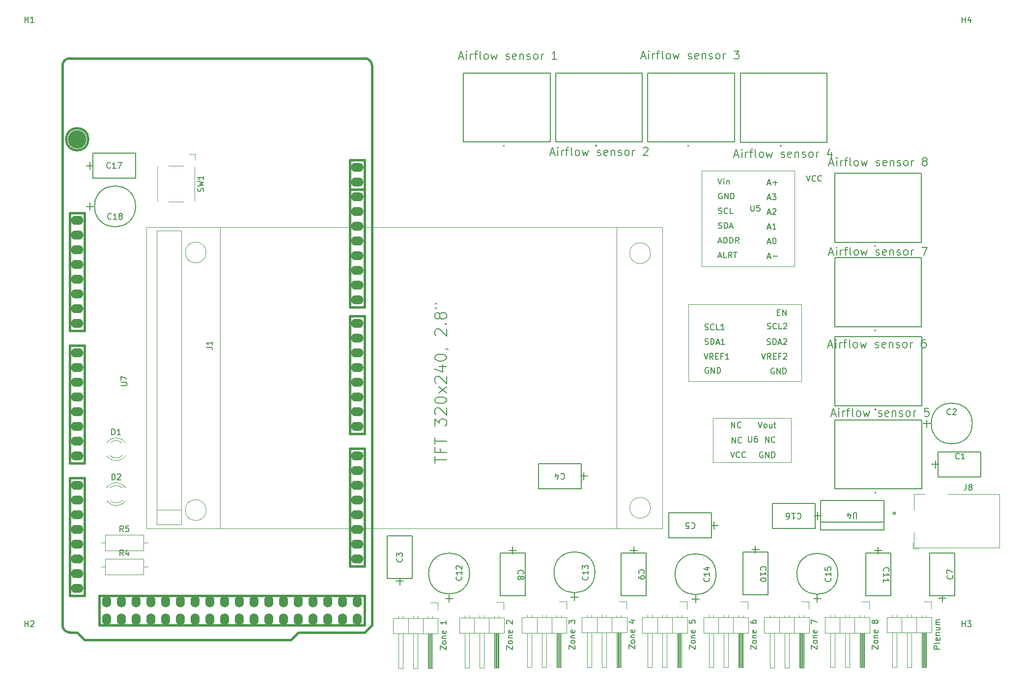
<source format=gto>
%TF.GenerationSoftware,KiCad,Pcbnew,7.0.7*%
%TF.CreationDate,2023-11-29T15:56:53-06:00*%
%TF.ProjectId,MDCM,4d44434d-2e6b-4696-9361-645f70636258,rev?*%
%TF.SameCoordinates,Original*%
%TF.FileFunction,Legend,Top*%
%TF.FilePolarity,Positive*%
%FSLAX46Y46*%
G04 Gerber Fmt 4.6, Leading zero omitted, Abs format (unit mm)*
G04 Created by KiCad (PCBNEW 7.0.7) date 2023-11-29 15:56:53*
%MOMM*%
%LPD*%
G01*
G04 APERTURE LIST*
%ADD10C,0.150000*%
%ADD11C,0.203200*%
%ADD12C,0.152400*%
%ADD13C,0.120000*%
%ADD14C,0.381000*%
%ADD15C,0.127000*%
%ADD16C,0.200000*%
%ADD17C,3.197860*%
%ADD18O,2.199640X1.524000*%
%ADD19O,2.197100X1.524000*%
%ADD20O,1.539240X1.998980*%
%ADD21O,1.536700X1.998980*%
G04 APERTURE END LIST*
D10*
X235839580Y-130936666D02*
X235887200Y-130984285D01*
X235887200Y-130984285D02*
X235934819Y-131127142D01*
X235934819Y-131127142D02*
X235934819Y-131222380D01*
X235934819Y-131222380D02*
X235887200Y-131365237D01*
X235887200Y-131365237D02*
X235791961Y-131460475D01*
X235791961Y-131460475D02*
X235696723Y-131508094D01*
X235696723Y-131508094D02*
X235506247Y-131555713D01*
X235506247Y-131555713D02*
X235363390Y-131555713D01*
X235363390Y-131555713D02*
X235172914Y-131508094D01*
X235172914Y-131508094D02*
X235077676Y-131460475D01*
X235077676Y-131460475D02*
X234982438Y-131365237D01*
X234982438Y-131365237D02*
X234934819Y-131222380D01*
X234934819Y-131222380D02*
X234934819Y-131127142D01*
X234934819Y-131127142D02*
X234982438Y-130984285D01*
X234982438Y-130984285D02*
X235030057Y-130936666D01*
X234934819Y-130603332D02*
X234934819Y-129936666D01*
X234934819Y-129936666D02*
X235934819Y-130365237D01*
X201079819Y-143643809D02*
X201079819Y-142977143D01*
X201079819Y-142977143D02*
X202079819Y-143643809D01*
X202079819Y-143643809D02*
X202079819Y-142977143D01*
X202079819Y-142453333D02*
X202032200Y-142548571D01*
X202032200Y-142548571D02*
X201984580Y-142596190D01*
X201984580Y-142596190D02*
X201889342Y-142643809D01*
X201889342Y-142643809D02*
X201603628Y-142643809D01*
X201603628Y-142643809D02*
X201508390Y-142596190D01*
X201508390Y-142596190D02*
X201460771Y-142548571D01*
X201460771Y-142548571D02*
X201413152Y-142453333D01*
X201413152Y-142453333D02*
X201413152Y-142310476D01*
X201413152Y-142310476D02*
X201460771Y-142215238D01*
X201460771Y-142215238D02*
X201508390Y-142167619D01*
X201508390Y-142167619D02*
X201603628Y-142120000D01*
X201603628Y-142120000D02*
X201889342Y-142120000D01*
X201889342Y-142120000D02*
X201984580Y-142167619D01*
X201984580Y-142167619D02*
X202032200Y-142215238D01*
X202032200Y-142215238D02*
X202079819Y-142310476D01*
X202079819Y-142310476D02*
X202079819Y-142453333D01*
X201413152Y-141691428D02*
X202079819Y-141691428D01*
X201508390Y-141691428D02*
X201460771Y-141643809D01*
X201460771Y-141643809D02*
X201413152Y-141548571D01*
X201413152Y-141548571D02*
X201413152Y-141405714D01*
X201413152Y-141405714D02*
X201460771Y-141310476D01*
X201460771Y-141310476D02*
X201556009Y-141262857D01*
X201556009Y-141262857D02*
X202079819Y-141262857D01*
X202032200Y-140405714D02*
X202079819Y-140500952D01*
X202079819Y-140500952D02*
X202079819Y-140691428D01*
X202079819Y-140691428D02*
X202032200Y-140786666D01*
X202032200Y-140786666D02*
X201936961Y-140834285D01*
X201936961Y-140834285D02*
X201556009Y-140834285D01*
X201556009Y-140834285D02*
X201460771Y-140786666D01*
X201460771Y-140786666D02*
X201413152Y-140691428D01*
X201413152Y-140691428D02*
X201413152Y-140500952D01*
X201413152Y-140500952D02*
X201460771Y-140405714D01*
X201460771Y-140405714D02*
X201556009Y-140358095D01*
X201556009Y-140358095D02*
X201651247Y-140358095D01*
X201651247Y-140358095D02*
X201746485Y-140834285D01*
X201079819Y-138739047D02*
X201079819Y-138929523D01*
X201079819Y-138929523D02*
X201127438Y-139024761D01*
X201127438Y-139024761D02*
X201175057Y-139072380D01*
X201175057Y-139072380D02*
X201317914Y-139167618D01*
X201317914Y-139167618D02*
X201508390Y-139215237D01*
X201508390Y-139215237D02*
X201889342Y-139215237D01*
X201889342Y-139215237D02*
X201984580Y-139167618D01*
X201984580Y-139167618D02*
X202032200Y-139119999D01*
X202032200Y-139119999D02*
X202079819Y-139024761D01*
X202079819Y-139024761D02*
X202079819Y-138834285D01*
X202079819Y-138834285D02*
X202032200Y-138739047D01*
X202032200Y-138739047D02*
X201984580Y-138691428D01*
X201984580Y-138691428D02*
X201889342Y-138643809D01*
X201889342Y-138643809D02*
X201651247Y-138643809D01*
X201651247Y-138643809D02*
X201556009Y-138691428D01*
X201556009Y-138691428D02*
X201508390Y-138739047D01*
X201508390Y-138739047D02*
X201460771Y-138834285D01*
X201460771Y-138834285D02*
X201460771Y-139024761D01*
X201460771Y-139024761D02*
X201508390Y-139119999D01*
X201508390Y-139119999D02*
X201556009Y-139167618D01*
X201556009Y-139167618D02*
X201651247Y-139215237D01*
X202870419Y-130037142D02*
X202822800Y-129989523D01*
X202822800Y-129989523D02*
X202775180Y-129846666D01*
X202775180Y-129846666D02*
X202775180Y-129751428D01*
X202775180Y-129751428D02*
X202822800Y-129608571D01*
X202822800Y-129608571D02*
X202918038Y-129513333D01*
X202918038Y-129513333D02*
X203013276Y-129465714D01*
X203013276Y-129465714D02*
X203203752Y-129418095D01*
X203203752Y-129418095D02*
X203346609Y-129418095D01*
X203346609Y-129418095D02*
X203537085Y-129465714D01*
X203537085Y-129465714D02*
X203632323Y-129513333D01*
X203632323Y-129513333D02*
X203727561Y-129608571D01*
X203727561Y-129608571D02*
X203775180Y-129751428D01*
X203775180Y-129751428D02*
X203775180Y-129846666D01*
X203775180Y-129846666D02*
X203727561Y-129989523D01*
X203727561Y-129989523D02*
X203679942Y-130037142D01*
X202775180Y-130989523D02*
X202775180Y-130418095D01*
X202775180Y-130703809D02*
X203775180Y-130703809D01*
X203775180Y-130703809D02*
X203632323Y-130608571D01*
X203632323Y-130608571D02*
X203537085Y-130513333D01*
X203537085Y-130513333D02*
X203489466Y-130418095D01*
X203775180Y-131608571D02*
X203775180Y-131703809D01*
X203775180Y-131703809D02*
X203727561Y-131799047D01*
X203727561Y-131799047D02*
X203679942Y-131846666D01*
X203679942Y-131846666D02*
X203584704Y-131894285D01*
X203584704Y-131894285D02*
X203394228Y-131941904D01*
X203394228Y-131941904D02*
X203156133Y-131941904D01*
X203156133Y-131941904D02*
X202965657Y-131894285D01*
X202965657Y-131894285D02*
X202870419Y-131846666D01*
X202870419Y-131846666D02*
X202822800Y-131799047D01*
X202822800Y-131799047D02*
X202775180Y-131703809D01*
X202775180Y-131703809D02*
X202775180Y-131608571D01*
X202775180Y-131608571D02*
X202822800Y-131513333D01*
X202822800Y-131513333D02*
X202870419Y-131465714D01*
X202870419Y-131465714D02*
X202965657Y-131418095D01*
X202965657Y-131418095D02*
X203156133Y-131370476D01*
X203156133Y-131370476D02*
X203394228Y-131370476D01*
X203394228Y-131370476D02*
X203584704Y-131418095D01*
X203584704Y-131418095D02*
X203679942Y-131465714D01*
X203679942Y-131465714D02*
X203727561Y-131513333D01*
X203727561Y-131513333D02*
X203775180Y-131608571D01*
D11*
X107343453Y-91578666D02*
X108069168Y-91578666D01*
X108069168Y-91578666D02*
X108214311Y-91627047D01*
X108214311Y-91627047D02*
X108311073Y-91723809D01*
X108311073Y-91723809D02*
X108359453Y-91868952D01*
X108359453Y-91868952D02*
X108359453Y-91965714D01*
X108359453Y-90562666D02*
X108359453Y-91143238D01*
X108359453Y-90852952D02*
X107343453Y-90852952D01*
X107343453Y-90852952D02*
X107488596Y-90949714D01*
X107488596Y-90949714D02*
X107585358Y-91046476D01*
X107585358Y-91046476D02*
X107633739Y-91143238D01*
D10*
X224060419Y-130197142D02*
X224012800Y-130149523D01*
X224012800Y-130149523D02*
X223965180Y-130006666D01*
X223965180Y-130006666D02*
X223965180Y-129911428D01*
X223965180Y-129911428D02*
X224012800Y-129768571D01*
X224012800Y-129768571D02*
X224108038Y-129673333D01*
X224108038Y-129673333D02*
X224203276Y-129625714D01*
X224203276Y-129625714D02*
X224393752Y-129578095D01*
X224393752Y-129578095D02*
X224536609Y-129578095D01*
X224536609Y-129578095D02*
X224727085Y-129625714D01*
X224727085Y-129625714D02*
X224822323Y-129673333D01*
X224822323Y-129673333D02*
X224917561Y-129768571D01*
X224917561Y-129768571D02*
X224965180Y-129911428D01*
X224965180Y-129911428D02*
X224965180Y-130006666D01*
X224965180Y-130006666D02*
X224917561Y-130149523D01*
X224917561Y-130149523D02*
X224869942Y-130197142D01*
X223965180Y-131149523D02*
X223965180Y-130578095D01*
X223965180Y-130863809D02*
X224965180Y-130863809D01*
X224965180Y-130863809D02*
X224822323Y-130768571D01*
X224822323Y-130768571D02*
X224727085Y-130673333D01*
X224727085Y-130673333D02*
X224679466Y-130578095D01*
X223965180Y-132101904D02*
X223965180Y-131530476D01*
X223965180Y-131816190D02*
X224965180Y-131816190D01*
X224965180Y-131816190D02*
X224822323Y-131720952D01*
X224822323Y-131720952D02*
X224727085Y-131625714D01*
X224727085Y-131625714D02*
X224679466Y-131530476D01*
X214648901Y-59860194D02*
X215316448Y-59860194D01*
X214515391Y-60260722D02*
X214982674Y-58858872D01*
X214982674Y-58858872D02*
X215449958Y-60260722D01*
X215917241Y-60260722D02*
X215917241Y-59326156D01*
X215917241Y-58858872D02*
X215850487Y-58925627D01*
X215850487Y-58925627D02*
X215917241Y-58992382D01*
X215917241Y-58992382D02*
X215983996Y-58925627D01*
X215983996Y-58925627D02*
X215917241Y-58858872D01*
X215917241Y-58858872D02*
X215917241Y-58992382D01*
X216584789Y-60260722D02*
X216584789Y-59326156D01*
X216584789Y-59593175D02*
X216651544Y-59459665D01*
X216651544Y-59459665D02*
X216718299Y-59392910D01*
X216718299Y-59392910D02*
X216851808Y-59326156D01*
X216851808Y-59326156D02*
X216985318Y-59326156D01*
X217252337Y-59326156D02*
X217786375Y-59326156D01*
X217452601Y-60260722D02*
X217452601Y-59059137D01*
X217452601Y-59059137D02*
X217519356Y-58925627D01*
X217519356Y-58925627D02*
X217652866Y-58858872D01*
X217652866Y-58858872D02*
X217786375Y-58858872D01*
X218453923Y-60260722D02*
X218320413Y-60193968D01*
X218320413Y-60193968D02*
X218253658Y-60060458D01*
X218253658Y-60060458D02*
X218253658Y-58858872D01*
X219188225Y-60260722D02*
X219054715Y-60193968D01*
X219054715Y-60193968D02*
X218987960Y-60127213D01*
X218987960Y-60127213D02*
X218921206Y-59993703D01*
X218921206Y-59993703D02*
X218921206Y-59593175D01*
X218921206Y-59593175D02*
X218987960Y-59459665D01*
X218987960Y-59459665D02*
X219054715Y-59392910D01*
X219054715Y-59392910D02*
X219188225Y-59326156D01*
X219188225Y-59326156D02*
X219388489Y-59326156D01*
X219388489Y-59326156D02*
X219521998Y-59392910D01*
X219521998Y-59392910D02*
X219588753Y-59459665D01*
X219588753Y-59459665D02*
X219655508Y-59593175D01*
X219655508Y-59593175D02*
X219655508Y-59993703D01*
X219655508Y-59993703D02*
X219588753Y-60127213D01*
X219588753Y-60127213D02*
X219521998Y-60193968D01*
X219521998Y-60193968D02*
X219388489Y-60260722D01*
X219388489Y-60260722D02*
X219188225Y-60260722D01*
X220122791Y-59326156D02*
X220389810Y-60260722D01*
X220389810Y-60260722D02*
X220656829Y-59593175D01*
X220656829Y-59593175D02*
X220923848Y-60260722D01*
X220923848Y-60260722D02*
X221190867Y-59326156D01*
X222726227Y-60193968D02*
X222859736Y-60260722D01*
X222859736Y-60260722D02*
X223126755Y-60260722D01*
X223126755Y-60260722D02*
X223260265Y-60193968D01*
X223260265Y-60193968D02*
X223327019Y-60060458D01*
X223327019Y-60060458D02*
X223327019Y-59993703D01*
X223327019Y-59993703D02*
X223260265Y-59860194D01*
X223260265Y-59860194D02*
X223126755Y-59793439D01*
X223126755Y-59793439D02*
X222926491Y-59793439D01*
X222926491Y-59793439D02*
X222792981Y-59726684D01*
X222792981Y-59726684D02*
X222726227Y-59593175D01*
X222726227Y-59593175D02*
X222726227Y-59526420D01*
X222726227Y-59526420D02*
X222792981Y-59392910D01*
X222792981Y-59392910D02*
X222926491Y-59326156D01*
X222926491Y-59326156D02*
X223126755Y-59326156D01*
X223126755Y-59326156D02*
X223260265Y-59392910D01*
X224461850Y-60193968D02*
X224328341Y-60260722D01*
X224328341Y-60260722D02*
X224061322Y-60260722D01*
X224061322Y-60260722D02*
X223927812Y-60193968D01*
X223927812Y-60193968D02*
X223861058Y-60060458D01*
X223861058Y-60060458D02*
X223861058Y-59526420D01*
X223861058Y-59526420D02*
X223927812Y-59392910D01*
X223927812Y-59392910D02*
X224061322Y-59326156D01*
X224061322Y-59326156D02*
X224328341Y-59326156D01*
X224328341Y-59326156D02*
X224461850Y-59392910D01*
X224461850Y-59392910D02*
X224528605Y-59526420D01*
X224528605Y-59526420D02*
X224528605Y-59659929D01*
X224528605Y-59659929D02*
X223861058Y-59793439D01*
X225129398Y-59326156D02*
X225129398Y-60260722D01*
X225129398Y-59459665D02*
X225196153Y-59392910D01*
X225196153Y-59392910D02*
X225329663Y-59326156D01*
X225329663Y-59326156D02*
X225529927Y-59326156D01*
X225529927Y-59326156D02*
X225663436Y-59392910D01*
X225663436Y-59392910D02*
X225730191Y-59526420D01*
X225730191Y-59526420D02*
X225730191Y-60260722D01*
X226330984Y-60193968D02*
X226464493Y-60260722D01*
X226464493Y-60260722D02*
X226731512Y-60260722D01*
X226731512Y-60260722D02*
X226865022Y-60193968D01*
X226865022Y-60193968D02*
X226931776Y-60060458D01*
X226931776Y-60060458D02*
X226931776Y-59993703D01*
X226931776Y-59993703D02*
X226865022Y-59860194D01*
X226865022Y-59860194D02*
X226731512Y-59793439D01*
X226731512Y-59793439D02*
X226531248Y-59793439D01*
X226531248Y-59793439D02*
X226397738Y-59726684D01*
X226397738Y-59726684D02*
X226330984Y-59593175D01*
X226330984Y-59593175D02*
X226330984Y-59526420D01*
X226330984Y-59526420D02*
X226397738Y-59392910D01*
X226397738Y-59392910D02*
X226531248Y-59326156D01*
X226531248Y-59326156D02*
X226731512Y-59326156D01*
X226731512Y-59326156D02*
X226865022Y-59392910D01*
X227732834Y-60260722D02*
X227599324Y-60193968D01*
X227599324Y-60193968D02*
X227532569Y-60127213D01*
X227532569Y-60127213D02*
X227465815Y-59993703D01*
X227465815Y-59993703D02*
X227465815Y-59593175D01*
X227465815Y-59593175D02*
X227532569Y-59459665D01*
X227532569Y-59459665D02*
X227599324Y-59392910D01*
X227599324Y-59392910D02*
X227732834Y-59326156D01*
X227732834Y-59326156D02*
X227933098Y-59326156D01*
X227933098Y-59326156D02*
X228066607Y-59392910D01*
X228066607Y-59392910D02*
X228133362Y-59459665D01*
X228133362Y-59459665D02*
X228200117Y-59593175D01*
X228200117Y-59593175D02*
X228200117Y-59993703D01*
X228200117Y-59993703D02*
X228133362Y-60127213D01*
X228133362Y-60127213D02*
X228066607Y-60193968D01*
X228066607Y-60193968D02*
X227933098Y-60260722D01*
X227933098Y-60260722D02*
X227732834Y-60260722D01*
X228800909Y-60260722D02*
X228800909Y-59326156D01*
X228800909Y-59593175D02*
X228867664Y-59459665D01*
X228867664Y-59459665D02*
X228934419Y-59392910D01*
X228934419Y-59392910D02*
X229067928Y-59326156D01*
X229067928Y-59326156D02*
X229201438Y-59326156D01*
X230937062Y-59459665D02*
X230803552Y-59392910D01*
X230803552Y-59392910D02*
X230736797Y-59326156D01*
X230736797Y-59326156D02*
X230670043Y-59192646D01*
X230670043Y-59192646D02*
X230670043Y-59125891D01*
X230670043Y-59125891D02*
X230736797Y-58992382D01*
X230736797Y-58992382D02*
X230803552Y-58925627D01*
X230803552Y-58925627D02*
X230937062Y-58858872D01*
X230937062Y-58858872D02*
X231204081Y-58858872D01*
X231204081Y-58858872D02*
X231337590Y-58925627D01*
X231337590Y-58925627D02*
X231404345Y-58992382D01*
X231404345Y-58992382D02*
X231471100Y-59125891D01*
X231471100Y-59125891D02*
X231471100Y-59192646D01*
X231471100Y-59192646D02*
X231404345Y-59326156D01*
X231404345Y-59326156D02*
X231337590Y-59392910D01*
X231337590Y-59392910D02*
X231204081Y-59459665D01*
X231204081Y-59459665D02*
X230937062Y-59459665D01*
X230937062Y-59459665D02*
X230803552Y-59526420D01*
X230803552Y-59526420D02*
X230736797Y-59593175D01*
X230736797Y-59593175D02*
X230670043Y-59726684D01*
X230670043Y-59726684D02*
X230670043Y-59993703D01*
X230670043Y-59993703D02*
X230736797Y-60127213D01*
X230736797Y-60127213D02*
X230803552Y-60193968D01*
X230803552Y-60193968D02*
X230937062Y-60260722D01*
X230937062Y-60260722D02*
X231204081Y-60260722D01*
X231204081Y-60260722D02*
X231337590Y-60193968D01*
X231337590Y-60193968D02*
X231404345Y-60127213D01*
X231404345Y-60127213D02*
X231471100Y-59993703D01*
X231471100Y-59993703D02*
X231471100Y-59726684D01*
X231471100Y-59726684D02*
X231404345Y-59593175D01*
X231404345Y-59593175D02*
X231337590Y-59526420D01*
X231337590Y-59526420D02*
X231204081Y-59459665D01*
X180134819Y-143608809D02*
X180134819Y-142942143D01*
X180134819Y-142942143D02*
X181134819Y-143608809D01*
X181134819Y-143608809D02*
X181134819Y-142942143D01*
X181134819Y-142418333D02*
X181087200Y-142513571D01*
X181087200Y-142513571D02*
X181039580Y-142561190D01*
X181039580Y-142561190D02*
X180944342Y-142608809D01*
X180944342Y-142608809D02*
X180658628Y-142608809D01*
X180658628Y-142608809D02*
X180563390Y-142561190D01*
X180563390Y-142561190D02*
X180515771Y-142513571D01*
X180515771Y-142513571D02*
X180468152Y-142418333D01*
X180468152Y-142418333D02*
X180468152Y-142275476D01*
X180468152Y-142275476D02*
X180515771Y-142180238D01*
X180515771Y-142180238D02*
X180563390Y-142132619D01*
X180563390Y-142132619D02*
X180658628Y-142085000D01*
X180658628Y-142085000D02*
X180944342Y-142085000D01*
X180944342Y-142085000D02*
X181039580Y-142132619D01*
X181039580Y-142132619D02*
X181087200Y-142180238D01*
X181087200Y-142180238D02*
X181134819Y-142275476D01*
X181134819Y-142275476D02*
X181134819Y-142418333D01*
X180468152Y-141656428D02*
X181134819Y-141656428D01*
X180563390Y-141656428D02*
X180515771Y-141608809D01*
X180515771Y-141608809D02*
X180468152Y-141513571D01*
X180468152Y-141513571D02*
X180468152Y-141370714D01*
X180468152Y-141370714D02*
X180515771Y-141275476D01*
X180515771Y-141275476D02*
X180611009Y-141227857D01*
X180611009Y-141227857D02*
X181134819Y-141227857D01*
X181087200Y-140370714D02*
X181134819Y-140465952D01*
X181134819Y-140465952D02*
X181134819Y-140656428D01*
X181134819Y-140656428D02*
X181087200Y-140751666D01*
X181087200Y-140751666D02*
X180991961Y-140799285D01*
X180991961Y-140799285D02*
X180611009Y-140799285D01*
X180611009Y-140799285D02*
X180515771Y-140751666D01*
X180515771Y-140751666D02*
X180468152Y-140656428D01*
X180468152Y-140656428D02*
X180468152Y-140465952D01*
X180468152Y-140465952D02*
X180515771Y-140370714D01*
X180515771Y-140370714D02*
X180611009Y-140323095D01*
X180611009Y-140323095D02*
X180706247Y-140323095D01*
X180706247Y-140323095D02*
X180801485Y-140799285D01*
X180468152Y-138704047D02*
X181134819Y-138704047D01*
X180087200Y-138942142D02*
X180801485Y-139180237D01*
X180801485Y-139180237D02*
X180801485Y-138561190D01*
X214618901Y-75290194D02*
X215286448Y-75290194D01*
X214485391Y-75690722D02*
X214952674Y-74288872D01*
X214952674Y-74288872D02*
X215419958Y-75690722D01*
X215887241Y-75690722D02*
X215887241Y-74756156D01*
X215887241Y-74288872D02*
X215820487Y-74355627D01*
X215820487Y-74355627D02*
X215887241Y-74422382D01*
X215887241Y-74422382D02*
X215953996Y-74355627D01*
X215953996Y-74355627D02*
X215887241Y-74288872D01*
X215887241Y-74288872D02*
X215887241Y-74422382D01*
X216554789Y-75690722D02*
X216554789Y-74756156D01*
X216554789Y-75023175D02*
X216621544Y-74889665D01*
X216621544Y-74889665D02*
X216688299Y-74822910D01*
X216688299Y-74822910D02*
X216821808Y-74756156D01*
X216821808Y-74756156D02*
X216955318Y-74756156D01*
X217222337Y-74756156D02*
X217756375Y-74756156D01*
X217422601Y-75690722D02*
X217422601Y-74489137D01*
X217422601Y-74489137D02*
X217489356Y-74355627D01*
X217489356Y-74355627D02*
X217622866Y-74288872D01*
X217622866Y-74288872D02*
X217756375Y-74288872D01*
X218423923Y-75690722D02*
X218290413Y-75623968D01*
X218290413Y-75623968D02*
X218223658Y-75490458D01*
X218223658Y-75490458D02*
X218223658Y-74288872D01*
X219158225Y-75690722D02*
X219024715Y-75623968D01*
X219024715Y-75623968D02*
X218957960Y-75557213D01*
X218957960Y-75557213D02*
X218891206Y-75423703D01*
X218891206Y-75423703D02*
X218891206Y-75023175D01*
X218891206Y-75023175D02*
X218957960Y-74889665D01*
X218957960Y-74889665D02*
X219024715Y-74822910D01*
X219024715Y-74822910D02*
X219158225Y-74756156D01*
X219158225Y-74756156D02*
X219358489Y-74756156D01*
X219358489Y-74756156D02*
X219491998Y-74822910D01*
X219491998Y-74822910D02*
X219558753Y-74889665D01*
X219558753Y-74889665D02*
X219625508Y-75023175D01*
X219625508Y-75023175D02*
X219625508Y-75423703D01*
X219625508Y-75423703D02*
X219558753Y-75557213D01*
X219558753Y-75557213D02*
X219491998Y-75623968D01*
X219491998Y-75623968D02*
X219358489Y-75690722D01*
X219358489Y-75690722D02*
X219158225Y-75690722D01*
X220092791Y-74756156D02*
X220359810Y-75690722D01*
X220359810Y-75690722D02*
X220626829Y-75023175D01*
X220626829Y-75023175D02*
X220893848Y-75690722D01*
X220893848Y-75690722D02*
X221160867Y-74756156D01*
X222696227Y-75623968D02*
X222829736Y-75690722D01*
X222829736Y-75690722D02*
X223096755Y-75690722D01*
X223096755Y-75690722D02*
X223230265Y-75623968D01*
X223230265Y-75623968D02*
X223297019Y-75490458D01*
X223297019Y-75490458D02*
X223297019Y-75423703D01*
X223297019Y-75423703D02*
X223230265Y-75290194D01*
X223230265Y-75290194D02*
X223096755Y-75223439D01*
X223096755Y-75223439D02*
X222896491Y-75223439D01*
X222896491Y-75223439D02*
X222762981Y-75156684D01*
X222762981Y-75156684D02*
X222696227Y-75023175D01*
X222696227Y-75023175D02*
X222696227Y-74956420D01*
X222696227Y-74956420D02*
X222762981Y-74822910D01*
X222762981Y-74822910D02*
X222896491Y-74756156D01*
X222896491Y-74756156D02*
X223096755Y-74756156D01*
X223096755Y-74756156D02*
X223230265Y-74822910D01*
X224431850Y-75623968D02*
X224298341Y-75690722D01*
X224298341Y-75690722D02*
X224031322Y-75690722D01*
X224031322Y-75690722D02*
X223897812Y-75623968D01*
X223897812Y-75623968D02*
X223831058Y-75490458D01*
X223831058Y-75490458D02*
X223831058Y-74956420D01*
X223831058Y-74956420D02*
X223897812Y-74822910D01*
X223897812Y-74822910D02*
X224031322Y-74756156D01*
X224031322Y-74756156D02*
X224298341Y-74756156D01*
X224298341Y-74756156D02*
X224431850Y-74822910D01*
X224431850Y-74822910D02*
X224498605Y-74956420D01*
X224498605Y-74956420D02*
X224498605Y-75089929D01*
X224498605Y-75089929D02*
X223831058Y-75223439D01*
X225099398Y-74756156D02*
X225099398Y-75690722D01*
X225099398Y-74889665D02*
X225166153Y-74822910D01*
X225166153Y-74822910D02*
X225299663Y-74756156D01*
X225299663Y-74756156D02*
X225499927Y-74756156D01*
X225499927Y-74756156D02*
X225633436Y-74822910D01*
X225633436Y-74822910D02*
X225700191Y-74956420D01*
X225700191Y-74956420D02*
X225700191Y-75690722D01*
X226300984Y-75623968D02*
X226434493Y-75690722D01*
X226434493Y-75690722D02*
X226701512Y-75690722D01*
X226701512Y-75690722D02*
X226835022Y-75623968D01*
X226835022Y-75623968D02*
X226901776Y-75490458D01*
X226901776Y-75490458D02*
X226901776Y-75423703D01*
X226901776Y-75423703D02*
X226835022Y-75290194D01*
X226835022Y-75290194D02*
X226701512Y-75223439D01*
X226701512Y-75223439D02*
X226501248Y-75223439D01*
X226501248Y-75223439D02*
X226367738Y-75156684D01*
X226367738Y-75156684D02*
X226300984Y-75023175D01*
X226300984Y-75023175D02*
X226300984Y-74956420D01*
X226300984Y-74956420D02*
X226367738Y-74822910D01*
X226367738Y-74822910D02*
X226501248Y-74756156D01*
X226501248Y-74756156D02*
X226701512Y-74756156D01*
X226701512Y-74756156D02*
X226835022Y-74822910D01*
X227702834Y-75690722D02*
X227569324Y-75623968D01*
X227569324Y-75623968D02*
X227502569Y-75557213D01*
X227502569Y-75557213D02*
X227435815Y-75423703D01*
X227435815Y-75423703D02*
X227435815Y-75023175D01*
X227435815Y-75023175D02*
X227502569Y-74889665D01*
X227502569Y-74889665D02*
X227569324Y-74822910D01*
X227569324Y-74822910D02*
X227702834Y-74756156D01*
X227702834Y-74756156D02*
X227903098Y-74756156D01*
X227903098Y-74756156D02*
X228036607Y-74822910D01*
X228036607Y-74822910D02*
X228103362Y-74889665D01*
X228103362Y-74889665D02*
X228170117Y-75023175D01*
X228170117Y-75023175D02*
X228170117Y-75423703D01*
X228170117Y-75423703D02*
X228103362Y-75557213D01*
X228103362Y-75557213D02*
X228036607Y-75623968D01*
X228036607Y-75623968D02*
X227903098Y-75690722D01*
X227903098Y-75690722D02*
X227702834Y-75690722D01*
X228770909Y-75690722D02*
X228770909Y-74756156D01*
X228770909Y-75023175D02*
X228837664Y-74889665D01*
X228837664Y-74889665D02*
X228904419Y-74822910D01*
X228904419Y-74822910D02*
X229037928Y-74756156D01*
X229037928Y-74756156D02*
X229171438Y-74756156D01*
X230573288Y-74288872D02*
X231507854Y-74288872D01*
X231507854Y-74288872D02*
X230907062Y-75690722D01*
X222009819Y-143643809D02*
X222009819Y-142977143D01*
X222009819Y-142977143D02*
X223009819Y-143643809D01*
X223009819Y-143643809D02*
X223009819Y-142977143D01*
X223009819Y-142453333D02*
X222962200Y-142548571D01*
X222962200Y-142548571D02*
X222914580Y-142596190D01*
X222914580Y-142596190D02*
X222819342Y-142643809D01*
X222819342Y-142643809D02*
X222533628Y-142643809D01*
X222533628Y-142643809D02*
X222438390Y-142596190D01*
X222438390Y-142596190D02*
X222390771Y-142548571D01*
X222390771Y-142548571D02*
X222343152Y-142453333D01*
X222343152Y-142453333D02*
X222343152Y-142310476D01*
X222343152Y-142310476D02*
X222390771Y-142215238D01*
X222390771Y-142215238D02*
X222438390Y-142167619D01*
X222438390Y-142167619D02*
X222533628Y-142120000D01*
X222533628Y-142120000D02*
X222819342Y-142120000D01*
X222819342Y-142120000D02*
X222914580Y-142167619D01*
X222914580Y-142167619D02*
X222962200Y-142215238D01*
X222962200Y-142215238D02*
X223009819Y-142310476D01*
X223009819Y-142310476D02*
X223009819Y-142453333D01*
X222343152Y-141691428D02*
X223009819Y-141691428D01*
X222438390Y-141691428D02*
X222390771Y-141643809D01*
X222390771Y-141643809D02*
X222343152Y-141548571D01*
X222343152Y-141548571D02*
X222343152Y-141405714D01*
X222343152Y-141405714D02*
X222390771Y-141310476D01*
X222390771Y-141310476D02*
X222486009Y-141262857D01*
X222486009Y-141262857D02*
X223009819Y-141262857D01*
X222962200Y-140405714D02*
X223009819Y-140500952D01*
X223009819Y-140500952D02*
X223009819Y-140691428D01*
X223009819Y-140691428D02*
X222962200Y-140786666D01*
X222962200Y-140786666D02*
X222866961Y-140834285D01*
X222866961Y-140834285D02*
X222486009Y-140834285D01*
X222486009Y-140834285D02*
X222390771Y-140786666D01*
X222390771Y-140786666D02*
X222343152Y-140691428D01*
X222343152Y-140691428D02*
X222343152Y-140500952D01*
X222343152Y-140500952D02*
X222390771Y-140405714D01*
X222390771Y-140405714D02*
X222486009Y-140358095D01*
X222486009Y-140358095D02*
X222581247Y-140358095D01*
X222581247Y-140358095D02*
X222676485Y-140834285D01*
X222438390Y-139024761D02*
X222390771Y-139119999D01*
X222390771Y-139119999D02*
X222343152Y-139167618D01*
X222343152Y-139167618D02*
X222247914Y-139215237D01*
X222247914Y-139215237D02*
X222200295Y-139215237D01*
X222200295Y-139215237D02*
X222105057Y-139167618D01*
X222105057Y-139167618D02*
X222057438Y-139119999D01*
X222057438Y-139119999D02*
X222009819Y-139024761D01*
X222009819Y-139024761D02*
X222009819Y-138834285D01*
X222009819Y-138834285D02*
X222057438Y-138739047D01*
X222057438Y-138739047D02*
X222105057Y-138691428D01*
X222105057Y-138691428D02*
X222200295Y-138643809D01*
X222200295Y-138643809D02*
X222247914Y-138643809D01*
X222247914Y-138643809D02*
X222343152Y-138691428D01*
X222343152Y-138691428D02*
X222390771Y-138739047D01*
X222390771Y-138739047D02*
X222438390Y-138834285D01*
X222438390Y-138834285D02*
X222438390Y-139024761D01*
X222438390Y-139024761D02*
X222486009Y-139119999D01*
X222486009Y-139119999D02*
X222533628Y-139167618D01*
X222533628Y-139167618D02*
X222628866Y-139215237D01*
X222628866Y-139215237D02*
X222819342Y-139215237D01*
X222819342Y-139215237D02*
X222914580Y-139167618D01*
X222914580Y-139167618D02*
X222962200Y-139119999D01*
X222962200Y-139119999D02*
X223009819Y-139024761D01*
X223009819Y-139024761D02*
X223009819Y-138834285D01*
X223009819Y-138834285D02*
X222962200Y-138739047D01*
X222962200Y-138739047D02*
X222914580Y-138691428D01*
X222914580Y-138691428D02*
X222819342Y-138643809D01*
X222819342Y-138643809D02*
X222628866Y-138643809D01*
X222628866Y-138643809D02*
X222533628Y-138691428D01*
X222533628Y-138691428D02*
X222486009Y-138739047D01*
X222486009Y-138739047D02*
X222438390Y-138834285D01*
X219341904Y-121108080D02*
X219341904Y-120298557D01*
X219341904Y-120298557D02*
X219294285Y-120203319D01*
X219294285Y-120203319D02*
X219246666Y-120155700D01*
X219246666Y-120155700D02*
X219151428Y-120108080D01*
X219151428Y-120108080D02*
X218960952Y-120108080D01*
X218960952Y-120108080D02*
X218865714Y-120155700D01*
X218865714Y-120155700D02*
X218818095Y-120203319D01*
X218818095Y-120203319D02*
X218770476Y-120298557D01*
X218770476Y-120298557D02*
X218770476Y-121108080D01*
X217865714Y-120774747D02*
X217865714Y-120108080D01*
X218103809Y-121155700D02*
X218341904Y-120441414D01*
X218341904Y-120441414D02*
X217722857Y-120441414D01*
X161050419Y-130673333D02*
X161002800Y-130625714D01*
X161002800Y-130625714D02*
X160955180Y-130482857D01*
X160955180Y-130482857D02*
X160955180Y-130387619D01*
X160955180Y-130387619D02*
X161002800Y-130244762D01*
X161002800Y-130244762D02*
X161098038Y-130149524D01*
X161098038Y-130149524D02*
X161193276Y-130101905D01*
X161193276Y-130101905D02*
X161383752Y-130054286D01*
X161383752Y-130054286D02*
X161526609Y-130054286D01*
X161526609Y-130054286D02*
X161717085Y-130101905D01*
X161717085Y-130101905D02*
X161812323Y-130149524D01*
X161812323Y-130149524D02*
X161907561Y-130244762D01*
X161907561Y-130244762D02*
X161955180Y-130387619D01*
X161955180Y-130387619D02*
X161955180Y-130482857D01*
X161955180Y-130482857D02*
X161907561Y-130625714D01*
X161907561Y-130625714D02*
X161859942Y-130673333D01*
X161526609Y-131244762D02*
X161574228Y-131149524D01*
X161574228Y-131149524D02*
X161621847Y-131101905D01*
X161621847Y-131101905D02*
X161717085Y-131054286D01*
X161717085Y-131054286D02*
X161764704Y-131054286D01*
X161764704Y-131054286D02*
X161859942Y-131101905D01*
X161859942Y-131101905D02*
X161907561Y-131149524D01*
X161907561Y-131149524D02*
X161955180Y-131244762D01*
X161955180Y-131244762D02*
X161955180Y-131435238D01*
X161955180Y-131435238D02*
X161907561Y-131530476D01*
X161907561Y-131530476D02*
X161859942Y-131578095D01*
X161859942Y-131578095D02*
X161764704Y-131625714D01*
X161764704Y-131625714D02*
X161717085Y-131625714D01*
X161717085Y-131625714D02*
X161621847Y-131578095D01*
X161621847Y-131578095D02*
X161574228Y-131530476D01*
X161574228Y-131530476D02*
X161526609Y-131435238D01*
X161526609Y-131435238D02*
X161526609Y-131244762D01*
X161526609Y-131244762D02*
X161478990Y-131149524D01*
X161478990Y-131149524D02*
X161431371Y-131101905D01*
X161431371Y-131101905D02*
X161336133Y-131054286D01*
X161336133Y-131054286D02*
X161145657Y-131054286D01*
X161145657Y-131054286D02*
X161050419Y-131101905D01*
X161050419Y-131101905D02*
X161002800Y-131149524D01*
X161002800Y-131149524D02*
X160955180Y-131244762D01*
X160955180Y-131244762D02*
X160955180Y-131435238D01*
X160955180Y-131435238D02*
X161002800Y-131530476D01*
X161002800Y-131530476D02*
X161050419Y-131578095D01*
X161050419Y-131578095D02*
X161145657Y-131625714D01*
X161145657Y-131625714D02*
X161336133Y-131625714D01*
X161336133Y-131625714D02*
X161431371Y-131578095D01*
X161431371Y-131578095D02*
X161478990Y-131530476D01*
X161478990Y-131530476D02*
X161526609Y-131435238D01*
X169794819Y-143638809D02*
X169794819Y-142972143D01*
X169794819Y-142972143D02*
X170794819Y-143638809D01*
X170794819Y-143638809D02*
X170794819Y-142972143D01*
X170794819Y-142448333D02*
X170747200Y-142543571D01*
X170747200Y-142543571D02*
X170699580Y-142591190D01*
X170699580Y-142591190D02*
X170604342Y-142638809D01*
X170604342Y-142638809D02*
X170318628Y-142638809D01*
X170318628Y-142638809D02*
X170223390Y-142591190D01*
X170223390Y-142591190D02*
X170175771Y-142543571D01*
X170175771Y-142543571D02*
X170128152Y-142448333D01*
X170128152Y-142448333D02*
X170128152Y-142305476D01*
X170128152Y-142305476D02*
X170175771Y-142210238D01*
X170175771Y-142210238D02*
X170223390Y-142162619D01*
X170223390Y-142162619D02*
X170318628Y-142115000D01*
X170318628Y-142115000D02*
X170604342Y-142115000D01*
X170604342Y-142115000D02*
X170699580Y-142162619D01*
X170699580Y-142162619D02*
X170747200Y-142210238D01*
X170747200Y-142210238D02*
X170794819Y-142305476D01*
X170794819Y-142305476D02*
X170794819Y-142448333D01*
X170128152Y-141686428D02*
X170794819Y-141686428D01*
X170223390Y-141686428D02*
X170175771Y-141638809D01*
X170175771Y-141638809D02*
X170128152Y-141543571D01*
X170128152Y-141543571D02*
X170128152Y-141400714D01*
X170128152Y-141400714D02*
X170175771Y-141305476D01*
X170175771Y-141305476D02*
X170271009Y-141257857D01*
X170271009Y-141257857D02*
X170794819Y-141257857D01*
X170747200Y-140400714D02*
X170794819Y-140495952D01*
X170794819Y-140495952D02*
X170794819Y-140686428D01*
X170794819Y-140686428D02*
X170747200Y-140781666D01*
X170747200Y-140781666D02*
X170651961Y-140829285D01*
X170651961Y-140829285D02*
X170271009Y-140829285D01*
X170271009Y-140829285D02*
X170175771Y-140781666D01*
X170175771Y-140781666D02*
X170128152Y-140686428D01*
X170128152Y-140686428D02*
X170128152Y-140495952D01*
X170128152Y-140495952D02*
X170175771Y-140400714D01*
X170175771Y-140400714D02*
X170271009Y-140353095D01*
X170271009Y-140353095D02*
X170366247Y-140353095D01*
X170366247Y-140353095D02*
X170461485Y-140829285D01*
X169794819Y-139257856D02*
X169794819Y-138638809D01*
X169794819Y-138638809D02*
X170175771Y-138972142D01*
X170175771Y-138972142D02*
X170175771Y-138829285D01*
X170175771Y-138829285D02*
X170223390Y-138734047D01*
X170223390Y-138734047D02*
X170271009Y-138686428D01*
X170271009Y-138686428D02*
X170366247Y-138638809D01*
X170366247Y-138638809D02*
X170604342Y-138638809D01*
X170604342Y-138638809D02*
X170699580Y-138686428D01*
X170699580Y-138686428D02*
X170747200Y-138734047D01*
X170747200Y-138734047D02*
X170794819Y-138829285D01*
X170794819Y-138829285D02*
X170794819Y-139114999D01*
X170794819Y-139114999D02*
X170747200Y-139210237D01*
X170747200Y-139210237D02*
X170699580Y-139257856D01*
X76018095Y-35504819D02*
X76018095Y-34504819D01*
X76018095Y-34981009D02*
X76589523Y-34981009D01*
X76589523Y-35504819D02*
X76589523Y-34504819D01*
X77589523Y-35504819D02*
X77018095Y-35504819D01*
X77303809Y-35504819D02*
X77303809Y-34504819D01*
X77303809Y-34504819D02*
X77208571Y-34647676D01*
X77208571Y-34647676D02*
X77113333Y-34742914D01*
X77113333Y-34742914D02*
X77018095Y-34790533D01*
X150858901Y-41480194D02*
X151526448Y-41480194D01*
X150725391Y-41880722D02*
X151192674Y-40478872D01*
X151192674Y-40478872D02*
X151659958Y-41880722D01*
X152127241Y-41880722D02*
X152127241Y-40946156D01*
X152127241Y-40478872D02*
X152060487Y-40545627D01*
X152060487Y-40545627D02*
X152127241Y-40612382D01*
X152127241Y-40612382D02*
X152193996Y-40545627D01*
X152193996Y-40545627D02*
X152127241Y-40478872D01*
X152127241Y-40478872D02*
X152127241Y-40612382D01*
X152794789Y-41880722D02*
X152794789Y-40946156D01*
X152794789Y-41213175D02*
X152861544Y-41079665D01*
X152861544Y-41079665D02*
X152928299Y-41012910D01*
X152928299Y-41012910D02*
X153061808Y-40946156D01*
X153061808Y-40946156D02*
X153195318Y-40946156D01*
X153462337Y-40946156D02*
X153996375Y-40946156D01*
X153662601Y-41880722D02*
X153662601Y-40679137D01*
X153662601Y-40679137D02*
X153729356Y-40545627D01*
X153729356Y-40545627D02*
X153862866Y-40478872D01*
X153862866Y-40478872D02*
X153996375Y-40478872D01*
X154663923Y-41880722D02*
X154530413Y-41813968D01*
X154530413Y-41813968D02*
X154463658Y-41680458D01*
X154463658Y-41680458D02*
X154463658Y-40478872D01*
X155398225Y-41880722D02*
X155264715Y-41813968D01*
X155264715Y-41813968D02*
X155197960Y-41747213D01*
X155197960Y-41747213D02*
X155131206Y-41613703D01*
X155131206Y-41613703D02*
X155131206Y-41213175D01*
X155131206Y-41213175D02*
X155197960Y-41079665D01*
X155197960Y-41079665D02*
X155264715Y-41012910D01*
X155264715Y-41012910D02*
X155398225Y-40946156D01*
X155398225Y-40946156D02*
X155598489Y-40946156D01*
X155598489Y-40946156D02*
X155731998Y-41012910D01*
X155731998Y-41012910D02*
X155798753Y-41079665D01*
X155798753Y-41079665D02*
X155865508Y-41213175D01*
X155865508Y-41213175D02*
X155865508Y-41613703D01*
X155865508Y-41613703D02*
X155798753Y-41747213D01*
X155798753Y-41747213D02*
X155731998Y-41813968D01*
X155731998Y-41813968D02*
X155598489Y-41880722D01*
X155598489Y-41880722D02*
X155398225Y-41880722D01*
X156332791Y-40946156D02*
X156599810Y-41880722D01*
X156599810Y-41880722D02*
X156866829Y-41213175D01*
X156866829Y-41213175D02*
X157133848Y-41880722D01*
X157133848Y-41880722D02*
X157400867Y-40946156D01*
X158936227Y-41813968D02*
X159069736Y-41880722D01*
X159069736Y-41880722D02*
X159336755Y-41880722D01*
X159336755Y-41880722D02*
X159470265Y-41813968D01*
X159470265Y-41813968D02*
X159537019Y-41680458D01*
X159537019Y-41680458D02*
X159537019Y-41613703D01*
X159537019Y-41613703D02*
X159470265Y-41480194D01*
X159470265Y-41480194D02*
X159336755Y-41413439D01*
X159336755Y-41413439D02*
X159136491Y-41413439D01*
X159136491Y-41413439D02*
X159002981Y-41346684D01*
X159002981Y-41346684D02*
X158936227Y-41213175D01*
X158936227Y-41213175D02*
X158936227Y-41146420D01*
X158936227Y-41146420D02*
X159002981Y-41012910D01*
X159002981Y-41012910D02*
X159136491Y-40946156D01*
X159136491Y-40946156D02*
X159336755Y-40946156D01*
X159336755Y-40946156D02*
X159470265Y-41012910D01*
X160671850Y-41813968D02*
X160538341Y-41880722D01*
X160538341Y-41880722D02*
X160271322Y-41880722D01*
X160271322Y-41880722D02*
X160137812Y-41813968D01*
X160137812Y-41813968D02*
X160071058Y-41680458D01*
X160071058Y-41680458D02*
X160071058Y-41146420D01*
X160071058Y-41146420D02*
X160137812Y-41012910D01*
X160137812Y-41012910D02*
X160271322Y-40946156D01*
X160271322Y-40946156D02*
X160538341Y-40946156D01*
X160538341Y-40946156D02*
X160671850Y-41012910D01*
X160671850Y-41012910D02*
X160738605Y-41146420D01*
X160738605Y-41146420D02*
X160738605Y-41279929D01*
X160738605Y-41279929D02*
X160071058Y-41413439D01*
X161339398Y-40946156D02*
X161339398Y-41880722D01*
X161339398Y-41079665D02*
X161406153Y-41012910D01*
X161406153Y-41012910D02*
X161539663Y-40946156D01*
X161539663Y-40946156D02*
X161739927Y-40946156D01*
X161739927Y-40946156D02*
X161873436Y-41012910D01*
X161873436Y-41012910D02*
X161940191Y-41146420D01*
X161940191Y-41146420D02*
X161940191Y-41880722D01*
X162540984Y-41813968D02*
X162674493Y-41880722D01*
X162674493Y-41880722D02*
X162941512Y-41880722D01*
X162941512Y-41880722D02*
X163075022Y-41813968D01*
X163075022Y-41813968D02*
X163141776Y-41680458D01*
X163141776Y-41680458D02*
X163141776Y-41613703D01*
X163141776Y-41613703D02*
X163075022Y-41480194D01*
X163075022Y-41480194D02*
X162941512Y-41413439D01*
X162941512Y-41413439D02*
X162741248Y-41413439D01*
X162741248Y-41413439D02*
X162607738Y-41346684D01*
X162607738Y-41346684D02*
X162540984Y-41213175D01*
X162540984Y-41213175D02*
X162540984Y-41146420D01*
X162540984Y-41146420D02*
X162607738Y-41012910D01*
X162607738Y-41012910D02*
X162741248Y-40946156D01*
X162741248Y-40946156D02*
X162941512Y-40946156D01*
X162941512Y-40946156D02*
X163075022Y-41012910D01*
X163942834Y-41880722D02*
X163809324Y-41813968D01*
X163809324Y-41813968D02*
X163742569Y-41747213D01*
X163742569Y-41747213D02*
X163675815Y-41613703D01*
X163675815Y-41613703D02*
X163675815Y-41213175D01*
X163675815Y-41213175D02*
X163742569Y-41079665D01*
X163742569Y-41079665D02*
X163809324Y-41012910D01*
X163809324Y-41012910D02*
X163942834Y-40946156D01*
X163942834Y-40946156D02*
X164143098Y-40946156D01*
X164143098Y-40946156D02*
X164276607Y-41012910D01*
X164276607Y-41012910D02*
X164343362Y-41079665D01*
X164343362Y-41079665D02*
X164410117Y-41213175D01*
X164410117Y-41213175D02*
X164410117Y-41613703D01*
X164410117Y-41613703D02*
X164343362Y-41747213D01*
X164343362Y-41747213D02*
X164276607Y-41813968D01*
X164276607Y-41813968D02*
X164143098Y-41880722D01*
X164143098Y-41880722D02*
X163942834Y-41880722D01*
X165010909Y-41880722D02*
X165010909Y-40946156D01*
X165010909Y-41213175D02*
X165077664Y-41079665D01*
X165077664Y-41079665D02*
X165144419Y-41012910D01*
X165144419Y-41012910D02*
X165277928Y-40946156D01*
X165277928Y-40946156D02*
X165411438Y-40946156D01*
X167681100Y-41880722D02*
X166880043Y-41880722D01*
X167280571Y-41880722D02*
X167280571Y-40478872D01*
X167280571Y-40478872D02*
X167147062Y-40679137D01*
X167147062Y-40679137D02*
X167013552Y-40812646D01*
X167013552Y-40812646D02*
X166880043Y-40879401D01*
X93003333Y-127534819D02*
X92670000Y-127058628D01*
X92431905Y-127534819D02*
X92431905Y-126534819D01*
X92431905Y-126534819D02*
X92812857Y-126534819D01*
X92812857Y-126534819D02*
X92908095Y-126582438D01*
X92908095Y-126582438D02*
X92955714Y-126630057D01*
X92955714Y-126630057D02*
X93003333Y-126725295D01*
X93003333Y-126725295D02*
X93003333Y-126868152D01*
X93003333Y-126868152D02*
X92955714Y-126963390D01*
X92955714Y-126963390D02*
X92908095Y-127011009D01*
X92908095Y-127011009D02*
X92812857Y-127058628D01*
X92812857Y-127058628D02*
X92431905Y-127058628D01*
X93860476Y-126868152D02*
X93860476Y-127534819D01*
X93622381Y-126487200D02*
X93384286Y-127201485D01*
X93384286Y-127201485D02*
X94003333Y-127201485D01*
X237023333Y-110749580D02*
X236975714Y-110797200D01*
X236975714Y-110797200D02*
X236832857Y-110844819D01*
X236832857Y-110844819D02*
X236737619Y-110844819D01*
X236737619Y-110844819D02*
X236594762Y-110797200D01*
X236594762Y-110797200D02*
X236499524Y-110701961D01*
X236499524Y-110701961D02*
X236451905Y-110606723D01*
X236451905Y-110606723D02*
X236404286Y-110416247D01*
X236404286Y-110416247D02*
X236404286Y-110273390D01*
X236404286Y-110273390D02*
X236451905Y-110082914D01*
X236451905Y-110082914D02*
X236499524Y-109987676D01*
X236499524Y-109987676D02*
X236594762Y-109892438D01*
X236594762Y-109892438D02*
X236737619Y-109844819D01*
X236737619Y-109844819D02*
X236832857Y-109844819D01*
X236832857Y-109844819D02*
X236975714Y-109892438D01*
X236975714Y-109892438D02*
X237023333Y-109940057D01*
X237975714Y-110844819D02*
X237404286Y-110844819D01*
X237690000Y-110844819D02*
X237690000Y-109844819D01*
X237690000Y-109844819D02*
X237594762Y-109987676D01*
X237594762Y-109987676D02*
X237499524Y-110082914D01*
X237499524Y-110082914D02*
X237404286Y-110130533D01*
X201118095Y-67094819D02*
X201118095Y-67904342D01*
X201118095Y-67904342D02*
X201165714Y-67999580D01*
X201165714Y-67999580D02*
X201213333Y-68047200D01*
X201213333Y-68047200D02*
X201308571Y-68094819D01*
X201308571Y-68094819D02*
X201499047Y-68094819D01*
X201499047Y-68094819D02*
X201594285Y-68047200D01*
X201594285Y-68047200D02*
X201641904Y-67999580D01*
X201641904Y-67999580D02*
X201689523Y-67904342D01*
X201689523Y-67904342D02*
X201689523Y-67094819D01*
X202641904Y-67094819D02*
X202165714Y-67094819D01*
X202165714Y-67094819D02*
X202118095Y-67571009D01*
X202118095Y-67571009D02*
X202165714Y-67523390D01*
X202165714Y-67523390D02*
X202260952Y-67475771D01*
X202260952Y-67475771D02*
X202499047Y-67475771D01*
X202499047Y-67475771D02*
X202594285Y-67523390D01*
X202594285Y-67523390D02*
X202641904Y-67571009D01*
X202641904Y-67571009D02*
X202689523Y-67666247D01*
X202689523Y-67666247D02*
X202689523Y-67904342D01*
X202689523Y-67904342D02*
X202641904Y-67999580D01*
X202641904Y-67999580D02*
X202594285Y-68047200D01*
X202594285Y-68047200D02*
X202499047Y-68094819D01*
X202499047Y-68094819D02*
X202260952Y-68094819D01*
X202260952Y-68094819D02*
X202165714Y-68047200D01*
X202165714Y-68047200D02*
X202118095Y-67999580D01*
X195565160Y-68470200D02*
X195708017Y-68517819D01*
X195708017Y-68517819D02*
X195946112Y-68517819D01*
X195946112Y-68517819D02*
X196041350Y-68470200D01*
X196041350Y-68470200D02*
X196088969Y-68422580D01*
X196088969Y-68422580D02*
X196136588Y-68327342D01*
X196136588Y-68327342D02*
X196136588Y-68232104D01*
X196136588Y-68232104D02*
X196088969Y-68136866D01*
X196088969Y-68136866D02*
X196041350Y-68089247D01*
X196041350Y-68089247D02*
X195946112Y-68041628D01*
X195946112Y-68041628D02*
X195755636Y-67994009D01*
X195755636Y-67994009D02*
X195660398Y-67946390D01*
X195660398Y-67946390D02*
X195612779Y-67898771D01*
X195612779Y-67898771D02*
X195565160Y-67803533D01*
X195565160Y-67803533D02*
X195565160Y-67708295D01*
X195565160Y-67708295D02*
X195612779Y-67613057D01*
X195612779Y-67613057D02*
X195660398Y-67565438D01*
X195660398Y-67565438D02*
X195755636Y-67517819D01*
X195755636Y-67517819D02*
X195993731Y-67517819D01*
X195993731Y-67517819D02*
X196136588Y-67565438D01*
X197136588Y-68422580D02*
X197088969Y-68470200D01*
X197088969Y-68470200D02*
X196946112Y-68517819D01*
X196946112Y-68517819D02*
X196850874Y-68517819D01*
X196850874Y-68517819D02*
X196708017Y-68470200D01*
X196708017Y-68470200D02*
X196612779Y-68374961D01*
X196612779Y-68374961D02*
X196565160Y-68279723D01*
X196565160Y-68279723D02*
X196517541Y-68089247D01*
X196517541Y-68089247D02*
X196517541Y-67946390D01*
X196517541Y-67946390D02*
X196565160Y-67755914D01*
X196565160Y-67755914D02*
X196612779Y-67660676D01*
X196612779Y-67660676D02*
X196708017Y-67565438D01*
X196708017Y-67565438D02*
X196850874Y-67517819D01*
X196850874Y-67517819D02*
X196946112Y-67517819D01*
X196946112Y-67517819D02*
X197088969Y-67565438D01*
X197088969Y-67565438D02*
X197136588Y-67613057D01*
X198041350Y-68517819D02*
X197565160Y-68517819D01*
X197565160Y-68517819D02*
X197565160Y-67517819D01*
X195469922Y-62437819D02*
X195803255Y-63437819D01*
X195803255Y-63437819D02*
X196136588Y-62437819D01*
X196469922Y-63437819D02*
X196469922Y-62771152D01*
X196469922Y-62437819D02*
X196422303Y-62485438D01*
X196422303Y-62485438D02*
X196469922Y-62533057D01*
X196469922Y-62533057D02*
X196517541Y-62485438D01*
X196517541Y-62485438D02*
X196469922Y-62437819D01*
X196469922Y-62437819D02*
X196469922Y-62533057D01*
X196946112Y-62771152D02*
X196946112Y-63437819D01*
X196946112Y-62866390D02*
X196993731Y-62818771D01*
X196993731Y-62818771D02*
X197088969Y-62771152D01*
X197088969Y-62771152D02*
X197231826Y-62771152D01*
X197231826Y-62771152D02*
X197327064Y-62818771D01*
X197327064Y-62818771D02*
X197374683Y-62914009D01*
X197374683Y-62914009D02*
X197374683Y-63437819D01*
X204023360Y-68359104D02*
X204499550Y-68359104D01*
X203928122Y-68644819D02*
X204261455Y-67644819D01*
X204261455Y-67644819D02*
X204594788Y-68644819D01*
X204880503Y-67740057D02*
X204928122Y-67692438D01*
X204928122Y-67692438D02*
X205023360Y-67644819D01*
X205023360Y-67644819D02*
X205261455Y-67644819D01*
X205261455Y-67644819D02*
X205356693Y-67692438D01*
X205356693Y-67692438D02*
X205404312Y-67740057D01*
X205404312Y-67740057D02*
X205451931Y-67835295D01*
X205451931Y-67835295D02*
X205451931Y-67930533D01*
X205451931Y-67930533D02*
X205404312Y-68073390D01*
X205404312Y-68073390D02*
X204832884Y-68644819D01*
X204832884Y-68644819D02*
X205451931Y-68644819D01*
X204023360Y-70899104D02*
X204499550Y-70899104D01*
X203928122Y-71184819D02*
X204261455Y-70184819D01*
X204261455Y-70184819D02*
X204594788Y-71184819D01*
X205451931Y-71184819D02*
X204880503Y-71184819D01*
X205166217Y-71184819D02*
X205166217Y-70184819D01*
X205166217Y-70184819D02*
X205070979Y-70327676D01*
X205070979Y-70327676D02*
X204975741Y-70422914D01*
X204975741Y-70422914D02*
X204880503Y-70470533D01*
X196136588Y-65025438D02*
X196041350Y-64977819D01*
X196041350Y-64977819D02*
X195898493Y-64977819D01*
X195898493Y-64977819D02*
X195755636Y-65025438D01*
X195755636Y-65025438D02*
X195660398Y-65120676D01*
X195660398Y-65120676D02*
X195612779Y-65215914D01*
X195612779Y-65215914D02*
X195565160Y-65406390D01*
X195565160Y-65406390D02*
X195565160Y-65549247D01*
X195565160Y-65549247D02*
X195612779Y-65739723D01*
X195612779Y-65739723D02*
X195660398Y-65834961D01*
X195660398Y-65834961D02*
X195755636Y-65930200D01*
X195755636Y-65930200D02*
X195898493Y-65977819D01*
X195898493Y-65977819D02*
X195993731Y-65977819D01*
X195993731Y-65977819D02*
X196136588Y-65930200D01*
X196136588Y-65930200D02*
X196184207Y-65882580D01*
X196184207Y-65882580D02*
X196184207Y-65549247D01*
X196184207Y-65549247D02*
X195993731Y-65549247D01*
X196612779Y-65977819D02*
X196612779Y-64977819D01*
X196612779Y-64977819D02*
X197184207Y-65977819D01*
X197184207Y-65977819D02*
X197184207Y-64977819D01*
X197660398Y-65977819D02*
X197660398Y-64977819D01*
X197660398Y-64977819D02*
X197898493Y-64977819D01*
X197898493Y-64977819D02*
X198041350Y-65025438D01*
X198041350Y-65025438D02*
X198136588Y-65120676D01*
X198136588Y-65120676D02*
X198184207Y-65215914D01*
X198184207Y-65215914D02*
X198231826Y-65406390D01*
X198231826Y-65406390D02*
X198231826Y-65549247D01*
X198231826Y-65549247D02*
X198184207Y-65739723D01*
X198184207Y-65739723D02*
X198136588Y-65834961D01*
X198136588Y-65834961D02*
X198041350Y-65930200D01*
X198041350Y-65930200D02*
X197898493Y-65977819D01*
X197898493Y-65977819D02*
X197660398Y-65977819D01*
X195565160Y-73312104D02*
X196041350Y-73312104D01*
X195469922Y-73597819D02*
X195803255Y-72597819D01*
X195803255Y-72597819D02*
X196136588Y-73597819D01*
X196469922Y-73597819D02*
X196469922Y-72597819D01*
X196469922Y-72597819D02*
X196708017Y-72597819D01*
X196708017Y-72597819D02*
X196850874Y-72645438D01*
X196850874Y-72645438D02*
X196946112Y-72740676D01*
X196946112Y-72740676D02*
X196993731Y-72835914D01*
X196993731Y-72835914D02*
X197041350Y-73026390D01*
X197041350Y-73026390D02*
X197041350Y-73169247D01*
X197041350Y-73169247D02*
X196993731Y-73359723D01*
X196993731Y-73359723D02*
X196946112Y-73454961D01*
X196946112Y-73454961D02*
X196850874Y-73550200D01*
X196850874Y-73550200D02*
X196708017Y-73597819D01*
X196708017Y-73597819D02*
X196469922Y-73597819D01*
X197469922Y-73597819D02*
X197469922Y-72597819D01*
X197469922Y-72597819D02*
X197708017Y-72597819D01*
X197708017Y-72597819D02*
X197850874Y-72645438D01*
X197850874Y-72645438D02*
X197946112Y-72740676D01*
X197946112Y-72740676D02*
X197993731Y-72835914D01*
X197993731Y-72835914D02*
X198041350Y-73026390D01*
X198041350Y-73026390D02*
X198041350Y-73169247D01*
X198041350Y-73169247D02*
X197993731Y-73359723D01*
X197993731Y-73359723D02*
X197946112Y-73454961D01*
X197946112Y-73454961D02*
X197850874Y-73550200D01*
X197850874Y-73550200D02*
X197708017Y-73597819D01*
X197708017Y-73597819D02*
X197469922Y-73597819D01*
X199041350Y-73597819D02*
X198708017Y-73121628D01*
X198469922Y-73597819D02*
X198469922Y-72597819D01*
X198469922Y-72597819D02*
X198850874Y-72597819D01*
X198850874Y-72597819D02*
X198946112Y-72645438D01*
X198946112Y-72645438D02*
X198993731Y-72693057D01*
X198993731Y-72693057D02*
X199041350Y-72788295D01*
X199041350Y-72788295D02*
X199041350Y-72931152D01*
X199041350Y-72931152D02*
X198993731Y-73026390D01*
X198993731Y-73026390D02*
X198946112Y-73074009D01*
X198946112Y-73074009D02*
X198850874Y-73121628D01*
X198850874Y-73121628D02*
X198469922Y-73121628D01*
X204023360Y-75979104D02*
X204499550Y-75979104D01*
X203928122Y-76264819D02*
X204261455Y-75264819D01*
X204261455Y-75264819D02*
X204594788Y-76264819D01*
X204928122Y-75883866D02*
X205690027Y-75883866D01*
X204023360Y-63279104D02*
X204499550Y-63279104D01*
X203928122Y-63564819D02*
X204261455Y-62564819D01*
X204261455Y-62564819D02*
X204594788Y-63564819D01*
X204928122Y-63183866D02*
X205690027Y-63183866D01*
X205309074Y-63564819D02*
X205309074Y-62802914D01*
X195565160Y-75852104D02*
X196041350Y-75852104D01*
X195469922Y-76137819D02*
X195803255Y-75137819D01*
X195803255Y-75137819D02*
X196136588Y-76137819D01*
X196946112Y-76137819D02*
X196469922Y-76137819D01*
X196469922Y-76137819D02*
X196469922Y-75137819D01*
X197850874Y-76137819D02*
X197517541Y-75661628D01*
X197279446Y-76137819D02*
X197279446Y-75137819D01*
X197279446Y-75137819D02*
X197660398Y-75137819D01*
X197660398Y-75137819D02*
X197755636Y-75185438D01*
X197755636Y-75185438D02*
X197803255Y-75233057D01*
X197803255Y-75233057D02*
X197850874Y-75328295D01*
X197850874Y-75328295D02*
X197850874Y-75471152D01*
X197850874Y-75471152D02*
X197803255Y-75566390D01*
X197803255Y-75566390D02*
X197755636Y-75614009D01*
X197755636Y-75614009D02*
X197660398Y-75661628D01*
X197660398Y-75661628D02*
X197279446Y-75661628D01*
X198136589Y-75137819D02*
X198708017Y-75137819D01*
X198422303Y-76137819D02*
X198422303Y-75137819D01*
X204023360Y-65819104D02*
X204499550Y-65819104D01*
X203928122Y-66104819D02*
X204261455Y-65104819D01*
X204261455Y-65104819D02*
X204594788Y-66104819D01*
X204832884Y-65104819D02*
X205451931Y-65104819D01*
X205451931Y-65104819D02*
X205118598Y-65485771D01*
X205118598Y-65485771D02*
X205261455Y-65485771D01*
X205261455Y-65485771D02*
X205356693Y-65533390D01*
X205356693Y-65533390D02*
X205404312Y-65581009D01*
X205404312Y-65581009D02*
X205451931Y-65676247D01*
X205451931Y-65676247D02*
X205451931Y-65914342D01*
X205451931Y-65914342D02*
X205404312Y-66009580D01*
X205404312Y-66009580D02*
X205356693Y-66057200D01*
X205356693Y-66057200D02*
X205261455Y-66104819D01*
X205261455Y-66104819D02*
X204975741Y-66104819D01*
X204975741Y-66104819D02*
X204880503Y-66057200D01*
X204880503Y-66057200D02*
X204832884Y-66009580D01*
X210709922Y-61929819D02*
X211043255Y-62929819D01*
X211043255Y-62929819D02*
X211376588Y-61929819D01*
X212281350Y-62834580D02*
X212233731Y-62882200D01*
X212233731Y-62882200D02*
X212090874Y-62929819D01*
X212090874Y-62929819D02*
X211995636Y-62929819D01*
X211995636Y-62929819D02*
X211852779Y-62882200D01*
X211852779Y-62882200D02*
X211757541Y-62786961D01*
X211757541Y-62786961D02*
X211709922Y-62691723D01*
X211709922Y-62691723D02*
X211662303Y-62501247D01*
X211662303Y-62501247D02*
X211662303Y-62358390D01*
X211662303Y-62358390D02*
X211709922Y-62167914D01*
X211709922Y-62167914D02*
X211757541Y-62072676D01*
X211757541Y-62072676D02*
X211852779Y-61977438D01*
X211852779Y-61977438D02*
X211995636Y-61929819D01*
X211995636Y-61929819D02*
X212090874Y-61929819D01*
X212090874Y-61929819D02*
X212233731Y-61977438D01*
X212233731Y-61977438D02*
X212281350Y-62025057D01*
X213281350Y-62834580D02*
X213233731Y-62882200D01*
X213233731Y-62882200D02*
X213090874Y-62929819D01*
X213090874Y-62929819D02*
X212995636Y-62929819D01*
X212995636Y-62929819D02*
X212852779Y-62882200D01*
X212852779Y-62882200D02*
X212757541Y-62786961D01*
X212757541Y-62786961D02*
X212709922Y-62691723D01*
X212709922Y-62691723D02*
X212662303Y-62501247D01*
X212662303Y-62501247D02*
X212662303Y-62358390D01*
X212662303Y-62358390D02*
X212709922Y-62167914D01*
X212709922Y-62167914D02*
X212757541Y-62072676D01*
X212757541Y-62072676D02*
X212852779Y-61977438D01*
X212852779Y-61977438D02*
X212995636Y-61929819D01*
X212995636Y-61929819D02*
X213090874Y-61929819D01*
X213090874Y-61929819D02*
X213233731Y-61977438D01*
X213233731Y-61977438D02*
X213281350Y-62025057D01*
X195565160Y-71010200D02*
X195708017Y-71057819D01*
X195708017Y-71057819D02*
X195946112Y-71057819D01*
X195946112Y-71057819D02*
X196041350Y-71010200D01*
X196041350Y-71010200D02*
X196088969Y-70962580D01*
X196088969Y-70962580D02*
X196136588Y-70867342D01*
X196136588Y-70867342D02*
X196136588Y-70772104D01*
X196136588Y-70772104D02*
X196088969Y-70676866D01*
X196088969Y-70676866D02*
X196041350Y-70629247D01*
X196041350Y-70629247D02*
X195946112Y-70581628D01*
X195946112Y-70581628D02*
X195755636Y-70534009D01*
X195755636Y-70534009D02*
X195660398Y-70486390D01*
X195660398Y-70486390D02*
X195612779Y-70438771D01*
X195612779Y-70438771D02*
X195565160Y-70343533D01*
X195565160Y-70343533D02*
X195565160Y-70248295D01*
X195565160Y-70248295D02*
X195612779Y-70153057D01*
X195612779Y-70153057D02*
X195660398Y-70105438D01*
X195660398Y-70105438D02*
X195755636Y-70057819D01*
X195755636Y-70057819D02*
X195993731Y-70057819D01*
X195993731Y-70057819D02*
X196136588Y-70105438D01*
X196565160Y-71057819D02*
X196565160Y-70057819D01*
X196565160Y-70057819D02*
X196803255Y-70057819D01*
X196803255Y-70057819D02*
X196946112Y-70105438D01*
X196946112Y-70105438D02*
X197041350Y-70200676D01*
X197041350Y-70200676D02*
X197088969Y-70295914D01*
X197088969Y-70295914D02*
X197136588Y-70486390D01*
X197136588Y-70486390D02*
X197136588Y-70629247D01*
X197136588Y-70629247D02*
X197088969Y-70819723D01*
X197088969Y-70819723D02*
X197041350Y-70914961D01*
X197041350Y-70914961D02*
X196946112Y-71010200D01*
X196946112Y-71010200D02*
X196803255Y-71057819D01*
X196803255Y-71057819D02*
X196565160Y-71057819D01*
X197517541Y-70772104D02*
X197993731Y-70772104D01*
X197422303Y-71057819D02*
X197755636Y-70057819D01*
X197755636Y-70057819D02*
X198088969Y-71057819D01*
X204023360Y-73439104D02*
X204499550Y-73439104D01*
X203928122Y-73724819D02*
X204261455Y-72724819D01*
X204261455Y-72724819D02*
X204594788Y-73724819D01*
X205118598Y-72724819D02*
X205213836Y-72724819D01*
X205213836Y-72724819D02*
X205309074Y-72772438D01*
X205309074Y-72772438D02*
X205356693Y-72820057D01*
X205356693Y-72820057D02*
X205404312Y-72915295D01*
X205404312Y-72915295D02*
X205451931Y-73105771D01*
X205451931Y-73105771D02*
X205451931Y-73343866D01*
X205451931Y-73343866D02*
X205404312Y-73534342D01*
X205404312Y-73534342D02*
X205356693Y-73629580D01*
X205356693Y-73629580D02*
X205309074Y-73677200D01*
X205309074Y-73677200D02*
X205213836Y-73724819D01*
X205213836Y-73724819D02*
X205118598Y-73724819D01*
X205118598Y-73724819D02*
X205023360Y-73677200D01*
X205023360Y-73677200D02*
X204975741Y-73629580D01*
X204975741Y-73629580D02*
X204928122Y-73534342D01*
X204928122Y-73534342D02*
X204880503Y-73343866D01*
X204880503Y-73343866D02*
X204880503Y-73105771D01*
X204880503Y-73105771D02*
X204928122Y-72915295D01*
X204928122Y-72915295D02*
X204975741Y-72820057D01*
X204975741Y-72820057D02*
X205023360Y-72772438D01*
X205023360Y-72772438D02*
X205118598Y-72724819D01*
X237508095Y-139794819D02*
X237508095Y-138794819D01*
X237508095Y-139271009D02*
X238079523Y-139271009D01*
X238079523Y-139794819D02*
X238079523Y-138794819D01*
X238460476Y-138794819D02*
X239079523Y-138794819D01*
X239079523Y-138794819D02*
X238746190Y-139175771D01*
X238746190Y-139175771D02*
X238889047Y-139175771D01*
X238889047Y-139175771D02*
X238984285Y-139223390D01*
X238984285Y-139223390D02*
X239031904Y-139271009D01*
X239031904Y-139271009D02*
X239079523Y-139366247D01*
X239079523Y-139366247D02*
X239079523Y-139604342D01*
X239079523Y-139604342D02*
X239031904Y-139699580D01*
X239031904Y-139699580D02*
X238984285Y-139747200D01*
X238984285Y-139747200D02*
X238889047Y-139794819D01*
X238889047Y-139794819D02*
X238603333Y-139794819D01*
X238603333Y-139794819D02*
X238508095Y-139747200D01*
X238508095Y-139747200D02*
X238460476Y-139699580D01*
X215028901Y-103090194D02*
X215696448Y-103090194D01*
X214895391Y-103490722D02*
X215362674Y-102088872D01*
X215362674Y-102088872D02*
X215829958Y-103490722D01*
X216297241Y-103490722D02*
X216297241Y-102556156D01*
X216297241Y-102088872D02*
X216230487Y-102155627D01*
X216230487Y-102155627D02*
X216297241Y-102222382D01*
X216297241Y-102222382D02*
X216363996Y-102155627D01*
X216363996Y-102155627D02*
X216297241Y-102088872D01*
X216297241Y-102088872D02*
X216297241Y-102222382D01*
X216964789Y-103490722D02*
X216964789Y-102556156D01*
X216964789Y-102823175D02*
X217031544Y-102689665D01*
X217031544Y-102689665D02*
X217098299Y-102622910D01*
X217098299Y-102622910D02*
X217231808Y-102556156D01*
X217231808Y-102556156D02*
X217365318Y-102556156D01*
X217632337Y-102556156D02*
X218166375Y-102556156D01*
X217832601Y-103490722D02*
X217832601Y-102289137D01*
X217832601Y-102289137D02*
X217899356Y-102155627D01*
X217899356Y-102155627D02*
X218032866Y-102088872D01*
X218032866Y-102088872D02*
X218166375Y-102088872D01*
X218833923Y-103490722D02*
X218700413Y-103423968D01*
X218700413Y-103423968D02*
X218633658Y-103290458D01*
X218633658Y-103290458D02*
X218633658Y-102088872D01*
X219568225Y-103490722D02*
X219434715Y-103423968D01*
X219434715Y-103423968D02*
X219367960Y-103357213D01*
X219367960Y-103357213D02*
X219301206Y-103223703D01*
X219301206Y-103223703D02*
X219301206Y-102823175D01*
X219301206Y-102823175D02*
X219367960Y-102689665D01*
X219367960Y-102689665D02*
X219434715Y-102622910D01*
X219434715Y-102622910D02*
X219568225Y-102556156D01*
X219568225Y-102556156D02*
X219768489Y-102556156D01*
X219768489Y-102556156D02*
X219901998Y-102622910D01*
X219901998Y-102622910D02*
X219968753Y-102689665D01*
X219968753Y-102689665D02*
X220035508Y-102823175D01*
X220035508Y-102823175D02*
X220035508Y-103223703D01*
X220035508Y-103223703D02*
X219968753Y-103357213D01*
X219968753Y-103357213D02*
X219901998Y-103423968D01*
X219901998Y-103423968D02*
X219768489Y-103490722D01*
X219768489Y-103490722D02*
X219568225Y-103490722D01*
X220502791Y-102556156D02*
X220769810Y-103490722D01*
X220769810Y-103490722D02*
X221036829Y-102823175D01*
X221036829Y-102823175D02*
X221303848Y-103490722D01*
X221303848Y-103490722D02*
X221570867Y-102556156D01*
X223106227Y-103423968D02*
X223239736Y-103490722D01*
X223239736Y-103490722D02*
X223506755Y-103490722D01*
X223506755Y-103490722D02*
X223640265Y-103423968D01*
X223640265Y-103423968D02*
X223707019Y-103290458D01*
X223707019Y-103290458D02*
X223707019Y-103223703D01*
X223707019Y-103223703D02*
X223640265Y-103090194D01*
X223640265Y-103090194D02*
X223506755Y-103023439D01*
X223506755Y-103023439D02*
X223306491Y-103023439D01*
X223306491Y-103023439D02*
X223172981Y-102956684D01*
X223172981Y-102956684D02*
X223106227Y-102823175D01*
X223106227Y-102823175D02*
X223106227Y-102756420D01*
X223106227Y-102756420D02*
X223172981Y-102622910D01*
X223172981Y-102622910D02*
X223306491Y-102556156D01*
X223306491Y-102556156D02*
X223506755Y-102556156D01*
X223506755Y-102556156D02*
X223640265Y-102622910D01*
X224841850Y-103423968D02*
X224708341Y-103490722D01*
X224708341Y-103490722D02*
X224441322Y-103490722D01*
X224441322Y-103490722D02*
X224307812Y-103423968D01*
X224307812Y-103423968D02*
X224241058Y-103290458D01*
X224241058Y-103290458D02*
X224241058Y-102756420D01*
X224241058Y-102756420D02*
X224307812Y-102622910D01*
X224307812Y-102622910D02*
X224441322Y-102556156D01*
X224441322Y-102556156D02*
X224708341Y-102556156D01*
X224708341Y-102556156D02*
X224841850Y-102622910D01*
X224841850Y-102622910D02*
X224908605Y-102756420D01*
X224908605Y-102756420D02*
X224908605Y-102889929D01*
X224908605Y-102889929D02*
X224241058Y-103023439D01*
X225509398Y-102556156D02*
X225509398Y-103490722D01*
X225509398Y-102689665D02*
X225576153Y-102622910D01*
X225576153Y-102622910D02*
X225709663Y-102556156D01*
X225709663Y-102556156D02*
X225909927Y-102556156D01*
X225909927Y-102556156D02*
X226043436Y-102622910D01*
X226043436Y-102622910D02*
X226110191Y-102756420D01*
X226110191Y-102756420D02*
X226110191Y-103490722D01*
X226710984Y-103423968D02*
X226844493Y-103490722D01*
X226844493Y-103490722D02*
X227111512Y-103490722D01*
X227111512Y-103490722D02*
X227245022Y-103423968D01*
X227245022Y-103423968D02*
X227311776Y-103290458D01*
X227311776Y-103290458D02*
X227311776Y-103223703D01*
X227311776Y-103223703D02*
X227245022Y-103090194D01*
X227245022Y-103090194D02*
X227111512Y-103023439D01*
X227111512Y-103023439D02*
X226911248Y-103023439D01*
X226911248Y-103023439D02*
X226777738Y-102956684D01*
X226777738Y-102956684D02*
X226710984Y-102823175D01*
X226710984Y-102823175D02*
X226710984Y-102756420D01*
X226710984Y-102756420D02*
X226777738Y-102622910D01*
X226777738Y-102622910D02*
X226911248Y-102556156D01*
X226911248Y-102556156D02*
X227111512Y-102556156D01*
X227111512Y-102556156D02*
X227245022Y-102622910D01*
X228112834Y-103490722D02*
X227979324Y-103423968D01*
X227979324Y-103423968D02*
X227912569Y-103357213D01*
X227912569Y-103357213D02*
X227845815Y-103223703D01*
X227845815Y-103223703D02*
X227845815Y-102823175D01*
X227845815Y-102823175D02*
X227912569Y-102689665D01*
X227912569Y-102689665D02*
X227979324Y-102622910D01*
X227979324Y-102622910D02*
X228112834Y-102556156D01*
X228112834Y-102556156D02*
X228313098Y-102556156D01*
X228313098Y-102556156D02*
X228446607Y-102622910D01*
X228446607Y-102622910D02*
X228513362Y-102689665D01*
X228513362Y-102689665D02*
X228580117Y-102823175D01*
X228580117Y-102823175D02*
X228580117Y-103223703D01*
X228580117Y-103223703D02*
X228513362Y-103357213D01*
X228513362Y-103357213D02*
X228446607Y-103423968D01*
X228446607Y-103423968D02*
X228313098Y-103490722D01*
X228313098Y-103490722D02*
X228112834Y-103490722D01*
X229180909Y-103490722D02*
X229180909Y-102556156D01*
X229180909Y-102823175D02*
X229247664Y-102689665D01*
X229247664Y-102689665D02*
X229314419Y-102622910D01*
X229314419Y-102622910D02*
X229447928Y-102556156D01*
X229447928Y-102556156D02*
X229581438Y-102556156D01*
X231784345Y-102088872D02*
X231116797Y-102088872D01*
X231116797Y-102088872D02*
X231050043Y-102756420D01*
X231050043Y-102756420D02*
X231116797Y-102689665D01*
X231116797Y-102689665D02*
X231250307Y-102622910D01*
X231250307Y-102622910D02*
X231584081Y-102622910D01*
X231584081Y-102622910D02*
X231717590Y-102689665D01*
X231717590Y-102689665D02*
X231784345Y-102756420D01*
X231784345Y-102756420D02*
X231851100Y-102889929D01*
X231851100Y-102889929D02*
X231851100Y-103223703D01*
X231851100Y-103223703D02*
X231784345Y-103357213D01*
X231784345Y-103357213D02*
X231717590Y-103423968D01*
X231717590Y-103423968D02*
X231584081Y-103490722D01*
X231584081Y-103490722D02*
X231250307Y-103490722D01*
X231250307Y-103490722D02*
X231116797Y-103423968D01*
X231116797Y-103423968D02*
X231050043Y-103357213D01*
X106767200Y-64693332D02*
X106814819Y-64550475D01*
X106814819Y-64550475D02*
X106814819Y-64312380D01*
X106814819Y-64312380D02*
X106767200Y-64217142D01*
X106767200Y-64217142D02*
X106719580Y-64169523D01*
X106719580Y-64169523D02*
X106624342Y-64121904D01*
X106624342Y-64121904D02*
X106529104Y-64121904D01*
X106529104Y-64121904D02*
X106433866Y-64169523D01*
X106433866Y-64169523D02*
X106386247Y-64217142D01*
X106386247Y-64217142D02*
X106338628Y-64312380D01*
X106338628Y-64312380D02*
X106291009Y-64502856D01*
X106291009Y-64502856D02*
X106243390Y-64598094D01*
X106243390Y-64598094D02*
X106195771Y-64645713D01*
X106195771Y-64645713D02*
X106100533Y-64693332D01*
X106100533Y-64693332D02*
X106005295Y-64693332D01*
X106005295Y-64693332D02*
X105910057Y-64645713D01*
X105910057Y-64645713D02*
X105862438Y-64598094D01*
X105862438Y-64598094D02*
X105814819Y-64502856D01*
X105814819Y-64502856D02*
X105814819Y-64264761D01*
X105814819Y-64264761D02*
X105862438Y-64121904D01*
X105814819Y-63788570D02*
X106814819Y-63550475D01*
X106814819Y-63550475D02*
X106100533Y-63359999D01*
X106100533Y-63359999D02*
X106814819Y-63169523D01*
X106814819Y-63169523D02*
X105814819Y-62931428D01*
X106814819Y-62026666D02*
X106814819Y-62598094D01*
X106814819Y-62312380D02*
X105814819Y-62312380D01*
X105814819Y-62312380D02*
X105957676Y-62407618D01*
X105957676Y-62407618D02*
X106052914Y-62502856D01*
X106052914Y-62502856D02*
X106100533Y-62598094D01*
X198278901Y-58390194D02*
X198946448Y-58390194D01*
X198145391Y-58790722D02*
X198612674Y-57388872D01*
X198612674Y-57388872D02*
X199079958Y-58790722D01*
X199547241Y-58790722D02*
X199547241Y-57856156D01*
X199547241Y-57388872D02*
X199480487Y-57455627D01*
X199480487Y-57455627D02*
X199547241Y-57522382D01*
X199547241Y-57522382D02*
X199613996Y-57455627D01*
X199613996Y-57455627D02*
X199547241Y-57388872D01*
X199547241Y-57388872D02*
X199547241Y-57522382D01*
X200214789Y-58790722D02*
X200214789Y-57856156D01*
X200214789Y-58123175D02*
X200281544Y-57989665D01*
X200281544Y-57989665D02*
X200348299Y-57922910D01*
X200348299Y-57922910D02*
X200481808Y-57856156D01*
X200481808Y-57856156D02*
X200615318Y-57856156D01*
X200882337Y-57856156D02*
X201416375Y-57856156D01*
X201082601Y-58790722D02*
X201082601Y-57589137D01*
X201082601Y-57589137D02*
X201149356Y-57455627D01*
X201149356Y-57455627D02*
X201282866Y-57388872D01*
X201282866Y-57388872D02*
X201416375Y-57388872D01*
X202083923Y-58790722D02*
X201950413Y-58723968D01*
X201950413Y-58723968D02*
X201883658Y-58590458D01*
X201883658Y-58590458D02*
X201883658Y-57388872D01*
X202818225Y-58790722D02*
X202684715Y-58723968D01*
X202684715Y-58723968D02*
X202617960Y-58657213D01*
X202617960Y-58657213D02*
X202551206Y-58523703D01*
X202551206Y-58523703D02*
X202551206Y-58123175D01*
X202551206Y-58123175D02*
X202617960Y-57989665D01*
X202617960Y-57989665D02*
X202684715Y-57922910D01*
X202684715Y-57922910D02*
X202818225Y-57856156D01*
X202818225Y-57856156D02*
X203018489Y-57856156D01*
X203018489Y-57856156D02*
X203151998Y-57922910D01*
X203151998Y-57922910D02*
X203218753Y-57989665D01*
X203218753Y-57989665D02*
X203285508Y-58123175D01*
X203285508Y-58123175D02*
X203285508Y-58523703D01*
X203285508Y-58523703D02*
X203218753Y-58657213D01*
X203218753Y-58657213D02*
X203151998Y-58723968D01*
X203151998Y-58723968D02*
X203018489Y-58790722D01*
X203018489Y-58790722D02*
X202818225Y-58790722D01*
X203752791Y-57856156D02*
X204019810Y-58790722D01*
X204019810Y-58790722D02*
X204286829Y-58123175D01*
X204286829Y-58123175D02*
X204553848Y-58790722D01*
X204553848Y-58790722D02*
X204820867Y-57856156D01*
X206356227Y-58723968D02*
X206489736Y-58790722D01*
X206489736Y-58790722D02*
X206756755Y-58790722D01*
X206756755Y-58790722D02*
X206890265Y-58723968D01*
X206890265Y-58723968D02*
X206957019Y-58590458D01*
X206957019Y-58590458D02*
X206957019Y-58523703D01*
X206957019Y-58523703D02*
X206890265Y-58390194D01*
X206890265Y-58390194D02*
X206756755Y-58323439D01*
X206756755Y-58323439D02*
X206556491Y-58323439D01*
X206556491Y-58323439D02*
X206422981Y-58256684D01*
X206422981Y-58256684D02*
X206356227Y-58123175D01*
X206356227Y-58123175D02*
X206356227Y-58056420D01*
X206356227Y-58056420D02*
X206422981Y-57922910D01*
X206422981Y-57922910D02*
X206556491Y-57856156D01*
X206556491Y-57856156D02*
X206756755Y-57856156D01*
X206756755Y-57856156D02*
X206890265Y-57922910D01*
X208091850Y-58723968D02*
X207958341Y-58790722D01*
X207958341Y-58790722D02*
X207691322Y-58790722D01*
X207691322Y-58790722D02*
X207557812Y-58723968D01*
X207557812Y-58723968D02*
X207491058Y-58590458D01*
X207491058Y-58590458D02*
X207491058Y-58056420D01*
X207491058Y-58056420D02*
X207557812Y-57922910D01*
X207557812Y-57922910D02*
X207691322Y-57856156D01*
X207691322Y-57856156D02*
X207958341Y-57856156D01*
X207958341Y-57856156D02*
X208091850Y-57922910D01*
X208091850Y-57922910D02*
X208158605Y-58056420D01*
X208158605Y-58056420D02*
X208158605Y-58189929D01*
X208158605Y-58189929D02*
X207491058Y-58323439D01*
X208759398Y-57856156D02*
X208759398Y-58790722D01*
X208759398Y-57989665D02*
X208826153Y-57922910D01*
X208826153Y-57922910D02*
X208959663Y-57856156D01*
X208959663Y-57856156D02*
X209159927Y-57856156D01*
X209159927Y-57856156D02*
X209293436Y-57922910D01*
X209293436Y-57922910D02*
X209360191Y-58056420D01*
X209360191Y-58056420D02*
X209360191Y-58790722D01*
X209960984Y-58723968D02*
X210094493Y-58790722D01*
X210094493Y-58790722D02*
X210361512Y-58790722D01*
X210361512Y-58790722D02*
X210495022Y-58723968D01*
X210495022Y-58723968D02*
X210561776Y-58590458D01*
X210561776Y-58590458D02*
X210561776Y-58523703D01*
X210561776Y-58523703D02*
X210495022Y-58390194D01*
X210495022Y-58390194D02*
X210361512Y-58323439D01*
X210361512Y-58323439D02*
X210161248Y-58323439D01*
X210161248Y-58323439D02*
X210027738Y-58256684D01*
X210027738Y-58256684D02*
X209960984Y-58123175D01*
X209960984Y-58123175D02*
X209960984Y-58056420D01*
X209960984Y-58056420D02*
X210027738Y-57922910D01*
X210027738Y-57922910D02*
X210161248Y-57856156D01*
X210161248Y-57856156D02*
X210361512Y-57856156D01*
X210361512Y-57856156D02*
X210495022Y-57922910D01*
X211362834Y-58790722D02*
X211229324Y-58723968D01*
X211229324Y-58723968D02*
X211162569Y-58657213D01*
X211162569Y-58657213D02*
X211095815Y-58523703D01*
X211095815Y-58523703D02*
X211095815Y-58123175D01*
X211095815Y-58123175D02*
X211162569Y-57989665D01*
X211162569Y-57989665D02*
X211229324Y-57922910D01*
X211229324Y-57922910D02*
X211362834Y-57856156D01*
X211362834Y-57856156D02*
X211563098Y-57856156D01*
X211563098Y-57856156D02*
X211696607Y-57922910D01*
X211696607Y-57922910D02*
X211763362Y-57989665D01*
X211763362Y-57989665D02*
X211830117Y-58123175D01*
X211830117Y-58123175D02*
X211830117Y-58523703D01*
X211830117Y-58523703D02*
X211763362Y-58657213D01*
X211763362Y-58657213D02*
X211696607Y-58723968D01*
X211696607Y-58723968D02*
X211563098Y-58790722D01*
X211563098Y-58790722D02*
X211362834Y-58790722D01*
X212430909Y-58790722D02*
X212430909Y-57856156D01*
X212430909Y-58123175D02*
X212497664Y-57989665D01*
X212497664Y-57989665D02*
X212564419Y-57922910D01*
X212564419Y-57922910D02*
X212697928Y-57856156D01*
X212697928Y-57856156D02*
X212831438Y-57856156D01*
X214967590Y-57856156D02*
X214967590Y-58790722D01*
X214633816Y-57322118D02*
X214300043Y-58323439D01*
X214300043Y-58323439D02*
X215167854Y-58323439D01*
X76018095Y-139784819D02*
X76018095Y-138784819D01*
X76018095Y-139261009D02*
X76589523Y-139261009D01*
X76589523Y-139784819D02*
X76589523Y-138784819D01*
X77018095Y-138880057D02*
X77065714Y-138832438D01*
X77065714Y-138832438D02*
X77160952Y-138784819D01*
X77160952Y-138784819D02*
X77399047Y-138784819D01*
X77399047Y-138784819D02*
X77494285Y-138832438D01*
X77494285Y-138832438D02*
X77541904Y-138880057D01*
X77541904Y-138880057D02*
X77589523Y-138975295D01*
X77589523Y-138975295D02*
X77589523Y-139070533D01*
X77589523Y-139070533D02*
X77541904Y-139213390D01*
X77541904Y-139213390D02*
X76970476Y-139784819D01*
X76970476Y-139784819D02*
X77589523Y-139784819D01*
X147614819Y-143778809D02*
X147614819Y-143112143D01*
X147614819Y-143112143D02*
X148614819Y-143778809D01*
X148614819Y-143778809D02*
X148614819Y-143112143D01*
X148614819Y-142588333D02*
X148567200Y-142683571D01*
X148567200Y-142683571D02*
X148519580Y-142731190D01*
X148519580Y-142731190D02*
X148424342Y-142778809D01*
X148424342Y-142778809D02*
X148138628Y-142778809D01*
X148138628Y-142778809D02*
X148043390Y-142731190D01*
X148043390Y-142731190D02*
X147995771Y-142683571D01*
X147995771Y-142683571D02*
X147948152Y-142588333D01*
X147948152Y-142588333D02*
X147948152Y-142445476D01*
X147948152Y-142445476D02*
X147995771Y-142350238D01*
X147995771Y-142350238D02*
X148043390Y-142302619D01*
X148043390Y-142302619D02*
X148138628Y-142255000D01*
X148138628Y-142255000D02*
X148424342Y-142255000D01*
X148424342Y-142255000D02*
X148519580Y-142302619D01*
X148519580Y-142302619D02*
X148567200Y-142350238D01*
X148567200Y-142350238D02*
X148614819Y-142445476D01*
X148614819Y-142445476D02*
X148614819Y-142588333D01*
X147948152Y-141826428D02*
X148614819Y-141826428D01*
X148043390Y-141826428D02*
X147995771Y-141778809D01*
X147995771Y-141778809D02*
X147948152Y-141683571D01*
X147948152Y-141683571D02*
X147948152Y-141540714D01*
X147948152Y-141540714D02*
X147995771Y-141445476D01*
X147995771Y-141445476D02*
X148091009Y-141397857D01*
X148091009Y-141397857D02*
X148614819Y-141397857D01*
X148567200Y-140540714D02*
X148614819Y-140635952D01*
X148614819Y-140635952D02*
X148614819Y-140826428D01*
X148614819Y-140826428D02*
X148567200Y-140921666D01*
X148567200Y-140921666D02*
X148471961Y-140969285D01*
X148471961Y-140969285D02*
X148091009Y-140969285D01*
X148091009Y-140969285D02*
X147995771Y-140921666D01*
X147995771Y-140921666D02*
X147948152Y-140826428D01*
X147948152Y-140826428D02*
X147948152Y-140635952D01*
X147948152Y-140635952D02*
X147995771Y-140540714D01*
X147995771Y-140540714D02*
X148091009Y-140493095D01*
X148091009Y-140493095D02*
X148186247Y-140493095D01*
X148186247Y-140493095D02*
X148281485Y-140969285D01*
X148614819Y-138778809D02*
X148614819Y-139350237D01*
X148614819Y-139064523D02*
X147614819Y-139064523D01*
X147614819Y-139064523D02*
X147757676Y-139159761D01*
X147757676Y-139159761D02*
X147852914Y-139254999D01*
X147852914Y-139254999D02*
X147900533Y-139350237D01*
X90996905Y-106664819D02*
X90996905Y-105664819D01*
X90996905Y-105664819D02*
X91235000Y-105664819D01*
X91235000Y-105664819D02*
X91377857Y-105712438D01*
X91377857Y-105712438D02*
X91473095Y-105807676D01*
X91473095Y-105807676D02*
X91520714Y-105902914D01*
X91520714Y-105902914D02*
X91568333Y-106093390D01*
X91568333Y-106093390D02*
X91568333Y-106236247D01*
X91568333Y-106236247D02*
X91520714Y-106426723D01*
X91520714Y-106426723D02*
X91473095Y-106521961D01*
X91473095Y-106521961D02*
X91377857Y-106617200D01*
X91377857Y-106617200D02*
X91235000Y-106664819D01*
X91235000Y-106664819D02*
X90996905Y-106664819D01*
X92520714Y-106664819D02*
X91949286Y-106664819D01*
X92235000Y-106664819D02*
X92235000Y-105664819D01*
X92235000Y-105664819D02*
X92139762Y-105807676D01*
X92139762Y-105807676D02*
X92044524Y-105902914D01*
X92044524Y-105902914D02*
X91949286Y-105950533D01*
X235553333Y-103089580D02*
X235505714Y-103137200D01*
X235505714Y-103137200D02*
X235362857Y-103184819D01*
X235362857Y-103184819D02*
X235267619Y-103184819D01*
X235267619Y-103184819D02*
X235124762Y-103137200D01*
X235124762Y-103137200D02*
X235029524Y-103041961D01*
X235029524Y-103041961D02*
X234981905Y-102946723D01*
X234981905Y-102946723D02*
X234934286Y-102756247D01*
X234934286Y-102756247D02*
X234934286Y-102613390D01*
X234934286Y-102613390D02*
X234981905Y-102422914D01*
X234981905Y-102422914D02*
X235029524Y-102327676D01*
X235029524Y-102327676D02*
X235124762Y-102232438D01*
X235124762Y-102232438D02*
X235267619Y-102184819D01*
X235267619Y-102184819D02*
X235362857Y-102184819D01*
X235362857Y-102184819D02*
X235505714Y-102232438D01*
X235505714Y-102232438D02*
X235553333Y-102280057D01*
X235934286Y-102280057D02*
X235981905Y-102232438D01*
X235981905Y-102232438D02*
X236077143Y-102184819D01*
X236077143Y-102184819D02*
X236315238Y-102184819D01*
X236315238Y-102184819D02*
X236410476Y-102232438D01*
X236410476Y-102232438D02*
X236458095Y-102280057D01*
X236458095Y-102280057D02*
X236505714Y-102375295D01*
X236505714Y-102375295D02*
X236505714Y-102470533D01*
X236505714Y-102470533D02*
X236458095Y-102613390D01*
X236458095Y-102613390D02*
X235886667Y-103184819D01*
X235886667Y-103184819D02*
X236505714Y-103184819D01*
X209122957Y-120290419D02*
X209170576Y-120242800D01*
X209170576Y-120242800D02*
X209313433Y-120195180D01*
X209313433Y-120195180D02*
X209408671Y-120195180D01*
X209408671Y-120195180D02*
X209551528Y-120242800D01*
X209551528Y-120242800D02*
X209646766Y-120338038D01*
X209646766Y-120338038D02*
X209694385Y-120433276D01*
X209694385Y-120433276D02*
X209742004Y-120623752D01*
X209742004Y-120623752D02*
X209742004Y-120766609D01*
X209742004Y-120766609D02*
X209694385Y-120957085D01*
X209694385Y-120957085D02*
X209646766Y-121052323D01*
X209646766Y-121052323D02*
X209551528Y-121147561D01*
X209551528Y-121147561D02*
X209408671Y-121195180D01*
X209408671Y-121195180D02*
X209313433Y-121195180D01*
X209313433Y-121195180D02*
X209170576Y-121147561D01*
X209170576Y-121147561D02*
X209122957Y-121099942D01*
X208170576Y-120195180D02*
X208742004Y-120195180D01*
X208456290Y-120195180D02*
X208456290Y-121195180D01*
X208456290Y-121195180D02*
X208551528Y-121052323D01*
X208551528Y-121052323D02*
X208646766Y-120957085D01*
X208646766Y-120957085D02*
X208742004Y-120909466D01*
X207313433Y-121195180D02*
X207503909Y-121195180D01*
X207503909Y-121195180D02*
X207599147Y-121147561D01*
X207599147Y-121147561D02*
X207646766Y-121099942D01*
X207646766Y-121099942D02*
X207742004Y-120957085D01*
X207742004Y-120957085D02*
X207789623Y-120766609D01*
X207789623Y-120766609D02*
X207789623Y-120385657D01*
X207789623Y-120385657D02*
X207742004Y-120290419D01*
X207742004Y-120290419D02*
X207694385Y-120242800D01*
X207694385Y-120242800D02*
X207599147Y-120195180D01*
X207599147Y-120195180D02*
X207408671Y-120195180D01*
X207408671Y-120195180D02*
X207313433Y-120242800D01*
X207313433Y-120242800D02*
X207265814Y-120290419D01*
X207265814Y-120290419D02*
X207218195Y-120385657D01*
X207218195Y-120385657D02*
X207218195Y-120623752D01*
X207218195Y-120623752D02*
X207265814Y-120718990D01*
X207265814Y-120718990D02*
X207313433Y-120766609D01*
X207313433Y-120766609D02*
X207408671Y-120814228D01*
X207408671Y-120814228D02*
X207599147Y-120814228D01*
X207599147Y-120814228D02*
X207694385Y-120766609D01*
X207694385Y-120766609D02*
X207742004Y-120718990D01*
X207742004Y-120718990D02*
X207789623Y-120623752D01*
X200708095Y-106934819D02*
X200708095Y-107744342D01*
X200708095Y-107744342D02*
X200755714Y-107839580D01*
X200755714Y-107839580D02*
X200803333Y-107887200D01*
X200803333Y-107887200D02*
X200898571Y-107934819D01*
X200898571Y-107934819D02*
X201089047Y-107934819D01*
X201089047Y-107934819D02*
X201184285Y-107887200D01*
X201184285Y-107887200D02*
X201231904Y-107839580D01*
X201231904Y-107839580D02*
X201279523Y-107744342D01*
X201279523Y-107744342D02*
X201279523Y-106934819D01*
X202184285Y-106934819D02*
X201993809Y-106934819D01*
X201993809Y-106934819D02*
X201898571Y-106982438D01*
X201898571Y-106982438D02*
X201850952Y-107030057D01*
X201850952Y-107030057D02*
X201755714Y-107172914D01*
X201755714Y-107172914D02*
X201708095Y-107363390D01*
X201708095Y-107363390D02*
X201708095Y-107744342D01*
X201708095Y-107744342D02*
X201755714Y-107839580D01*
X201755714Y-107839580D02*
X201803333Y-107887200D01*
X201803333Y-107887200D02*
X201898571Y-107934819D01*
X201898571Y-107934819D02*
X202089047Y-107934819D01*
X202089047Y-107934819D02*
X202184285Y-107887200D01*
X202184285Y-107887200D02*
X202231904Y-107839580D01*
X202231904Y-107839580D02*
X202279523Y-107744342D01*
X202279523Y-107744342D02*
X202279523Y-107506247D01*
X202279523Y-107506247D02*
X202231904Y-107411009D01*
X202231904Y-107411009D02*
X202184285Y-107363390D01*
X202184285Y-107363390D02*
X202089047Y-107315771D01*
X202089047Y-107315771D02*
X201898571Y-107315771D01*
X201898571Y-107315771D02*
X201803333Y-107363390D01*
X201803333Y-107363390D02*
X201755714Y-107411009D01*
X201755714Y-107411009D02*
X201708095Y-107506247D01*
X203180588Y-109657438D02*
X203085350Y-109609819D01*
X203085350Y-109609819D02*
X202942493Y-109609819D01*
X202942493Y-109609819D02*
X202799636Y-109657438D01*
X202799636Y-109657438D02*
X202704398Y-109752676D01*
X202704398Y-109752676D02*
X202656779Y-109847914D01*
X202656779Y-109847914D02*
X202609160Y-110038390D01*
X202609160Y-110038390D02*
X202609160Y-110181247D01*
X202609160Y-110181247D02*
X202656779Y-110371723D01*
X202656779Y-110371723D02*
X202704398Y-110466961D01*
X202704398Y-110466961D02*
X202799636Y-110562200D01*
X202799636Y-110562200D02*
X202942493Y-110609819D01*
X202942493Y-110609819D02*
X203037731Y-110609819D01*
X203037731Y-110609819D02*
X203180588Y-110562200D01*
X203180588Y-110562200D02*
X203228207Y-110514580D01*
X203228207Y-110514580D02*
X203228207Y-110181247D01*
X203228207Y-110181247D02*
X203037731Y-110181247D01*
X203656779Y-110609819D02*
X203656779Y-109609819D01*
X203656779Y-109609819D02*
X204228207Y-110609819D01*
X204228207Y-110609819D02*
X204228207Y-109609819D01*
X204704398Y-110609819D02*
X204704398Y-109609819D01*
X204704398Y-109609819D02*
X204942493Y-109609819D01*
X204942493Y-109609819D02*
X205085350Y-109657438D01*
X205085350Y-109657438D02*
X205180588Y-109752676D01*
X205180588Y-109752676D02*
X205228207Y-109847914D01*
X205228207Y-109847914D02*
X205275826Y-110038390D01*
X205275826Y-110038390D02*
X205275826Y-110181247D01*
X205275826Y-110181247D02*
X205228207Y-110371723D01*
X205228207Y-110371723D02*
X205180588Y-110466961D01*
X205180588Y-110466961D02*
X205085350Y-110562200D01*
X205085350Y-110562200D02*
X204942493Y-110609819D01*
X204942493Y-110609819D02*
X204704398Y-110609819D01*
X197623922Y-109589819D02*
X197957255Y-110589819D01*
X197957255Y-110589819D02*
X198290588Y-109589819D01*
X199195350Y-110494580D02*
X199147731Y-110542200D01*
X199147731Y-110542200D02*
X199004874Y-110589819D01*
X199004874Y-110589819D02*
X198909636Y-110589819D01*
X198909636Y-110589819D02*
X198766779Y-110542200D01*
X198766779Y-110542200D02*
X198671541Y-110446961D01*
X198671541Y-110446961D02*
X198623922Y-110351723D01*
X198623922Y-110351723D02*
X198576303Y-110161247D01*
X198576303Y-110161247D02*
X198576303Y-110018390D01*
X198576303Y-110018390D02*
X198623922Y-109827914D01*
X198623922Y-109827914D02*
X198671541Y-109732676D01*
X198671541Y-109732676D02*
X198766779Y-109637438D01*
X198766779Y-109637438D02*
X198909636Y-109589819D01*
X198909636Y-109589819D02*
X199004874Y-109589819D01*
X199004874Y-109589819D02*
X199147731Y-109637438D01*
X199147731Y-109637438D02*
X199195350Y-109685057D01*
X200195350Y-110494580D02*
X200147731Y-110542200D01*
X200147731Y-110542200D02*
X200004874Y-110589819D01*
X200004874Y-110589819D02*
X199909636Y-110589819D01*
X199909636Y-110589819D02*
X199766779Y-110542200D01*
X199766779Y-110542200D02*
X199671541Y-110446961D01*
X199671541Y-110446961D02*
X199623922Y-110351723D01*
X199623922Y-110351723D02*
X199576303Y-110161247D01*
X199576303Y-110161247D02*
X199576303Y-110018390D01*
X199576303Y-110018390D02*
X199623922Y-109827914D01*
X199623922Y-109827914D02*
X199671541Y-109732676D01*
X199671541Y-109732676D02*
X199766779Y-109637438D01*
X199766779Y-109637438D02*
X199909636Y-109589819D01*
X199909636Y-109589819D02*
X200004874Y-109589819D01*
X200004874Y-109589819D02*
X200147731Y-109637438D01*
X200147731Y-109637438D02*
X200195350Y-109685057D01*
X197896779Y-108069819D02*
X197896779Y-107069819D01*
X197896779Y-107069819D02*
X198468207Y-108069819D01*
X198468207Y-108069819D02*
X198468207Y-107069819D01*
X199515826Y-107974580D02*
X199468207Y-108022200D01*
X199468207Y-108022200D02*
X199325350Y-108069819D01*
X199325350Y-108069819D02*
X199230112Y-108069819D01*
X199230112Y-108069819D02*
X199087255Y-108022200D01*
X199087255Y-108022200D02*
X198992017Y-107926961D01*
X198992017Y-107926961D02*
X198944398Y-107831723D01*
X198944398Y-107831723D02*
X198896779Y-107641247D01*
X198896779Y-107641247D02*
X198896779Y-107498390D01*
X198896779Y-107498390D02*
X198944398Y-107307914D01*
X198944398Y-107307914D02*
X198992017Y-107212676D01*
X198992017Y-107212676D02*
X199087255Y-107117438D01*
X199087255Y-107117438D02*
X199230112Y-107069819D01*
X199230112Y-107069819D02*
X199325350Y-107069819D01*
X199325350Y-107069819D02*
X199468207Y-107117438D01*
X199468207Y-107117438D02*
X199515826Y-107165057D01*
X197786779Y-105459819D02*
X197786779Y-104459819D01*
X197786779Y-104459819D02*
X198358207Y-105459819D01*
X198358207Y-105459819D02*
X198358207Y-104459819D01*
X199405826Y-105364580D02*
X199358207Y-105412200D01*
X199358207Y-105412200D02*
X199215350Y-105459819D01*
X199215350Y-105459819D02*
X199120112Y-105459819D01*
X199120112Y-105459819D02*
X198977255Y-105412200D01*
X198977255Y-105412200D02*
X198882017Y-105316961D01*
X198882017Y-105316961D02*
X198834398Y-105221723D01*
X198834398Y-105221723D02*
X198786779Y-105031247D01*
X198786779Y-105031247D02*
X198786779Y-104888390D01*
X198786779Y-104888390D02*
X198834398Y-104697914D01*
X198834398Y-104697914D02*
X198882017Y-104602676D01*
X198882017Y-104602676D02*
X198977255Y-104507438D01*
X198977255Y-104507438D02*
X199120112Y-104459819D01*
X199120112Y-104459819D02*
X199215350Y-104459819D01*
X199215350Y-104459819D02*
X199358207Y-104507438D01*
X199358207Y-104507438D02*
X199405826Y-104555057D01*
X202403922Y-104449819D02*
X202737255Y-105449819D01*
X202737255Y-105449819D02*
X203070588Y-104449819D01*
X203546779Y-105449819D02*
X203451541Y-105402200D01*
X203451541Y-105402200D02*
X203403922Y-105354580D01*
X203403922Y-105354580D02*
X203356303Y-105259342D01*
X203356303Y-105259342D02*
X203356303Y-104973628D01*
X203356303Y-104973628D02*
X203403922Y-104878390D01*
X203403922Y-104878390D02*
X203451541Y-104830771D01*
X203451541Y-104830771D02*
X203546779Y-104783152D01*
X203546779Y-104783152D02*
X203689636Y-104783152D01*
X203689636Y-104783152D02*
X203784874Y-104830771D01*
X203784874Y-104830771D02*
X203832493Y-104878390D01*
X203832493Y-104878390D02*
X203880112Y-104973628D01*
X203880112Y-104973628D02*
X203880112Y-105259342D01*
X203880112Y-105259342D02*
X203832493Y-105354580D01*
X203832493Y-105354580D02*
X203784874Y-105402200D01*
X203784874Y-105402200D02*
X203689636Y-105449819D01*
X203689636Y-105449819D02*
X203546779Y-105449819D01*
X204737255Y-104783152D02*
X204737255Y-105449819D01*
X204308684Y-104783152D02*
X204308684Y-105306961D01*
X204308684Y-105306961D02*
X204356303Y-105402200D01*
X204356303Y-105402200D02*
X204451541Y-105449819D01*
X204451541Y-105449819D02*
X204594398Y-105449819D01*
X204594398Y-105449819D02*
X204689636Y-105402200D01*
X204689636Y-105402200D02*
X204737255Y-105354580D01*
X205070589Y-104783152D02*
X205451541Y-104783152D01*
X205213446Y-104449819D02*
X205213446Y-105306961D01*
X205213446Y-105306961D02*
X205261065Y-105402200D01*
X205261065Y-105402200D02*
X205356303Y-105449819D01*
X205356303Y-105449819D02*
X205451541Y-105449819D01*
X203656779Y-108019819D02*
X203656779Y-107019819D01*
X203656779Y-107019819D02*
X204228207Y-108019819D01*
X204228207Y-108019819D02*
X204228207Y-107019819D01*
X205275826Y-107924580D02*
X205228207Y-107972200D01*
X205228207Y-107972200D02*
X205085350Y-108019819D01*
X205085350Y-108019819D02*
X204990112Y-108019819D01*
X204990112Y-108019819D02*
X204847255Y-107972200D01*
X204847255Y-107972200D02*
X204752017Y-107876961D01*
X204752017Y-107876961D02*
X204704398Y-107781723D01*
X204704398Y-107781723D02*
X204656779Y-107591247D01*
X204656779Y-107591247D02*
X204656779Y-107448390D01*
X204656779Y-107448390D02*
X204704398Y-107257914D01*
X204704398Y-107257914D02*
X204752017Y-107162676D01*
X204752017Y-107162676D02*
X204847255Y-107067438D01*
X204847255Y-107067438D02*
X204990112Y-107019819D01*
X204990112Y-107019819D02*
X205085350Y-107019819D01*
X205085350Y-107019819D02*
X205228207Y-107067438D01*
X205228207Y-107067438D02*
X205275826Y-107115057D01*
X193055122Y-92650119D02*
X193388455Y-93650119D01*
X193388455Y-93650119D02*
X193721788Y-92650119D01*
X194626550Y-93650119D02*
X194293217Y-93173928D01*
X194055122Y-93650119D02*
X194055122Y-92650119D01*
X194055122Y-92650119D02*
X194436074Y-92650119D01*
X194436074Y-92650119D02*
X194531312Y-92697738D01*
X194531312Y-92697738D02*
X194578931Y-92745357D01*
X194578931Y-92745357D02*
X194626550Y-92840595D01*
X194626550Y-92840595D02*
X194626550Y-92983452D01*
X194626550Y-92983452D02*
X194578931Y-93078690D01*
X194578931Y-93078690D02*
X194531312Y-93126309D01*
X194531312Y-93126309D02*
X194436074Y-93173928D01*
X194436074Y-93173928D02*
X194055122Y-93173928D01*
X195055122Y-93126309D02*
X195388455Y-93126309D01*
X195531312Y-93650119D02*
X195055122Y-93650119D01*
X195055122Y-93650119D02*
X195055122Y-92650119D01*
X195055122Y-92650119D02*
X195531312Y-92650119D01*
X196293217Y-93126309D02*
X195959884Y-93126309D01*
X195959884Y-93650119D02*
X195959884Y-92650119D01*
X195959884Y-92650119D02*
X196436074Y-92650119D01*
X197340836Y-93650119D02*
X196769408Y-93650119D01*
X197055122Y-93650119D02*
X197055122Y-92650119D01*
X197055122Y-92650119D02*
X196959884Y-92792976D01*
X196959884Y-92792976D02*
X196864646Y-92888214D01*
X196864646Y-92888214D02*
X196769408Y-92935833D01*
X205717979Y-85526309D02*
X206051312Y-85526309D01*
X206194169Y-86050119D02*
X205717979Y-86050119D01*
X205717979Y-86050119D02*
X205717979Y-85050119D01*
X205717979Y-85050119D02*
X206194169Y-85050119D01*
X206622741Y-86050119D02*
X206622741Y-85050119D01*
X206622741Y-85050119D02*
X207194169Y-86050119D01*
X207194169Y-86050119D02*
X207194169Y-85050119D01*
X193200360Y-88522500D02*
X193343217Y-88570119D01*
X193343217Y-88570119D02*
X193581312Y-88570119D01*
X193581312Y-88570119D02*
X193676550Y-88522500D01*
X193676550Y-88522500D02*
X193724169Y-88474880D01*
X193724169Y-88474880D02*
X193771788Y-88379642D01*
X193771788Y-88379642D02*
X193771788Y-88284404D01*
X193771788Y-88284404D02*
X193724169Y-88189166D01*
X193724169Y-88189166D02*
X193676550Y-88141547D01*
X193676550Y-88141547D02*
X193581312Y-88093928D01*
X193581312Y-88093928D02*
X193390836Y-88046309D01*
X193390836Y-88046309D02*
X193295598Y-87998690D01*
X193295598Y-87998690D02*
X193247979Y-87951071D01*
X193247979Y-87951071D02*
X193200360Y-87855833D01*
X193200360Y-87855833D02*
X193200360Y-87760595D01*
X193200360Y-87760595D02*
X193247979Y-87665357D01*
X193247979Y-87665357D02*
X193295598Y-87617738D01*
X193295598Y-87617738D02*
X193390836Y-87570119D01*
X193390836Y-87570119D02*
X193628931Y-87570119D01*
X193628931Y-87570119D02*
X193771788Y-87617738D01*
X194771788Y-88474880D02*
X194724169Y-88522500D01*
X194724169Y-88522500D02*
X194581312Y-88570119D01*
X194581312Y-88570119D02*
X194486074Y-88570119D01*
X194486074Y-88570119D02*
X194343217Y-88522500D01*
X194343217Y-88522500D02*
X194247979Y-88427261D01*
X194247979Y-88427261D02*
X194200360Y-88332023D01*
X194200360Y-88332023D02*
X194152741Y-88141547D01*
X194152741Y-88141547D02*
X194152741Y-87998690D01*
X194152741Y-87998690D02*
X194200360Y-87808214D01*
X194200360Y-87808214D02*
X194247979Y-87712976D01*
X194247979Y-87712976D02*
X194343217Y-87617738D01*
X194343217Y-87617738D02*
X194486074Y-87570119D01*
X194486074Y-87570119D02*
X194581312Y-87570119D01*
X194581312Y-87570119D02*
X194724169Y-87617738D01*
X194724169Y-87617738D02*
X194771788Y-87665357D01*
X195676550Y-88570119D02*
X195200360Y-88570119D01*
X195200360Y-88570119D02*
X195200360Y-87570119D01*
X196533693Y-88570119D02*
X195962265Y-88570119D01*
X196247979Y-88570119D02*
X196247979Y-87570119D01*
X196247979Y-87570119D02*
X196152741Y-87712976D01*
X196152741Y-87712976D02*
X196057503Y-87808214D01*
X196057503Y-87808214D02*
X195962265Y-87855833D01*
X203930360Y-91052500D02*
X204073217Y-91100119D01*
X204073217Y-91100119D02*
X204311312Y-91100119D01*
X204311312Y-91100119D02*
X204406550Y-91052500D01*
X204406550Y-91052500D02*
X204454169Y-91004880D01*
X204454169Y-91004880D02*
X204501788Y-90909642D01*
X204501788Y-90909642D02*
X204501788Y-90814404D01*
X204501788Y-90814404D02*
X204454169Y-90719166D01*
X204454169Y-90719166D02*
X204406550Y-90671547D01*
X204406550Y-90671547D02*
X204311312Y-90623928D01*
X204311312Y-90623928D02*
X204120836Y-90576309D01*
X204120836Y-90576309D02*
X204025598Y-90528690D01*
X204025598Y-90528690D02*
X203977979Y-90481071D01*
X203977979Y-90481071D02*
X203930360Y-90385833D01*
X203930360Y-90385833D02*
X203930360Y-90290595D01*
X203930360Y-90290595D02*
X203977979Y-90195357D01*
X203977979Y-90195357D02*
X204025598Y-90147738D01*
X204025598Y-90147738D02*
X204120836Y-90100119D01*
X204120836Y-90100119D02*
X204358931Y-90100119D01*
X204358931Y-90100119D02*
X204501788Y-90147738D01*
X204930360Y-91100119D02*
X204930360Y-90100119D01*
X204930360Y-90100119D02*
X205168455Y-90100119D01*
X205168455Y-90100119D02*
X205311312Y-90147738D01*
X205311312Y-90147738D02*
X205406550Y-90242976D01*
X205406550Y-90242976D02*
X205454169Y-90338214D01*
X205454169Y-90338214D02*
X205501788Y-90528690D01*
X205501788Y-90528690D02*
X205501788Y-90671547D01*
X205501788Y-90671547D02*
X205454169Y-90862023D01*
X205454169Y-90862023D02*
X205406550Y-90957261D01*
X205406550Y-90957261D02*
X205311312Y-91052500D01*
X205311312Y-91052500D02*
X205168455Y-91100119D01*
X205168455Y-91100119D02*
X204930360Y-91100119D01*
X205882741Y-90814404D02*
X206358931Y-90814404D01*
X205787503Y-91100119D02*
X206120836Y-90100119D01*
X206120836Y-90100119D02*
X206454169Y-91100119D01*
X206739884Y-90195357D02*
X206787503Y-90147738D01*
X206787503Y-90147738D02*
X206882741Y-90100119D01*
X206882741Y-90100119D02*
X207120836Y-90100119D01*
X207120836Y-90100119D02*
X207216074Y-90147738D01*
X207216074Y-90147738D02*
X207263693Y-90195357D01*
X207263693Y-90195357D02*
X207311312Y-90290595D01*
X207311312Y-90290595D02*
X207311312Y-90385833D01*
X207311312Y-90385833D02*
X207263693Y-90528690D01*
X207263693Y-90528690D02*
X206692265Y-91100119D01*
X206692265Y-91100119D02*
X207311312Y-91100119D01*
X193801788Y-95087738D02*
X193706550Y-95040119D01*
X193706550Y-95040119D02*
X193563693Y-95040119D01*
X193563693Y-95040119D02*
X193420836Y-95087738D01*
X193420836Y-95087738D02*
X193325598Y-95182976D01*
X193325598Y-95182976D02*
X193277979Y-95278214D01*
X193277979Y-95278214D02*
X193230360Y-95468690D01*
X193230360Y-95468690D02*
X193230360Y-95611547D01*
X193230360Y-95611547D02*
X193277979Y-95802023D01*
X193277979Y-95802023D02*
X193325598Y-95897261D01*
X193325598Y-95897261D02*
X193420836Y-95992500D01*
X193420836Y-95992500D02*
X193563693Y-96040119D01*
X193563693Y-96040119D02*
X193658931Y-96040119D01*
X193658931Y-96040119D02*
X193801788Y-95992500D01*
X193801788Y-95992500D02*
X193849407Y-95944880D01*
X193849407Y-95944880D02*
X193849407Y-95611547D01*
X193849407Y-95611547D02*
X193658931Y-95611547D01*
X194277979Y-96040119D02*
X194277979Y-95040119D01*
X194277979Y-95040119D02*
X194849407Y-96040119D01*
X194849407Y-96040119D02*
X194849407Y-95040119D01*
X195325598Y-96040119D02*
X195325598Y-95040119D01*
X195325598Y-95040119D02*
X195563693Y-95040119D01*
X195563693Y-95040119D02*
X195706550Y-95087738D01*
X195706550Y-95087738D02*
X195801788Y-95182976D01*
X195801788Y-95182976D02*
X195849407Y-95278214D01*
X195849407Y-95278214D02*
X195897026Y-95468690D01*
X195897026Y-95468690D02*
X195897026Y-95611547D01*
X195897026Y-95611547D02*
X195849407Y-95802023D01*
X195849407Y-95802023D02*
X195801788Y-95897261D01*
X195801788Y-95897261D02*
X195706550Y-95992500D01*
X195706550Y-95992500D02*
X195563693Y-96040119D01*
X195563693Y-96040119D02*
X195325598Y-96040119D01*
X203015122Y-92630119D02*
X203348455Y-93630119D01*
X203348455Y-93630119D02*
X203681788Y-92630119D01*
X204586550Y-93630119D02*
X204253217Y-93153928D01*
X204015122Y-93630119D02*
X204015122Y-92630119D01*
X204015122Y-92630119D02*
X204396074Y-92630119D01*
X204396074Y-92630119D02*
X204491312Y-92677738D01*
X204491312Y-92677738D02*
X204538931Y-92725357D01*
X204538931Y-92725357D02*
X204586550Y-92820595D01*
X204586550Y-92820595D02*
X204586550Y-92963452D01*
X204586550Y-92963452D02*
X204538931Y-93058690D01*
X204538931Y-93058690D02*
X204491312Y-93106309D01*
X204491312Y-93106309D02*
X204396074Y-93153928D01*
X204396074Y-93153928D02*
X204015122Y-93153928D01*
X205015122Y-93106309D02*
X205348455Y-93106309D01*
X205491312Y-93630119D02*
X205015122Y-93630119D01*
X205015122Y-93630119D02*
X205015122Y-92630119D01*
X205015122Y-92630119D02*
X205491312Y-92630119D01*
X206253217Y-93106309D02*
X205919884Y-93106309D01*
X205919884Y-93630119D02*
X205919884Y-92630119D01*
X205919884Y-92630119D02*
X206396074Y-92630119D01*
X206729408Y-92725357D02*
X206777027Y-92677738D01*
X206777027Y-92677738D02*
X206872265Y-92630119D01*
X206872265Y-92630119D02*
X207110360Y-92630119D01*
X207110360Y-92630119D02*
X207205598Y-92677738D01*
X207205598Y-92677738D02*
X207253217Y-92725357D01*
X207253217Y-92725357D02*
X207300836Y-92820595D01*
X207300836Y-92820595D02*
X207300836Y-92915833D01*
X207300836Y-92915833D02*
X207253217Y-93058690D01*
X207253217Y-93058690D02*
X206681789Y-93630119D01*
X206681789Y-93630119D02*
X207300836Y-93630119D01*
X193230360Y-91032500D02*
X193373217Y-91080119D01*
X193373217Y-91080119D02*
X193611312Y-91080119D01*
X193611312Y-91080119D02*
X193706550Y-91032500D01*
X193706550Y-91032500D02*
X193754169Y-90984880D01*
X193754169Y-90984880D02*
X193801788Y-90889642D01*
X193801788Y-90889642D02*
X193801788Y-90794404D01*
X193801788Y-90794404D02*
X193754169Y-90699166D01*
X193754169Y-90699166D02*
X193706550Y-90651547D01*
X193706550Y-90651547D02*
X193611312Y-90603928D01*
X193611312Y-90603928D02*
X193420836Y-90556309D01*
X193420836Y-90556309D02*
X193325598Y-90508690D01*
X193325598Y-90508690D02*
X193277979Y-90461071D01*
X193277979Y-90461071D02*
X193230360Y-90365833D01*
X193230360Y-90365833D02*
X193230360Y-90270595D01*
X193230360Y-90270595D02*
X193277979Y-90175357D01*
X193277979Y-90175357D02*
X193325598Y-90127738D01*
X193325598Y-90127738D02*
X193420836Y-90080119D01*
X193420836Y-90080119D02*
X193658931Y-90080119D01*
X193658931Y-90080119D02*
X193801788Y-90127738D01*
X194230360Y-91080119D02*
X194230360Y-90080119D01*
X194230360Y-90080119D02*
X194468455Y-90080119D01*
X194468455Y-90080119D02*
X194611312Y-90127738D01*
X194611312Y-90127738D02*
X194706550Y-90222976D01*
X194706550Y-90222976D02*
X194754169Y-90318214D01*
X194754169Y-90318214D02*
X194801788Y-90508690D01*
X194801788Y-90508690D02*
X194801788Y-90651547D01*
X194801788Y-90651547D02*
X194754169Y-90842023D01*
X194754169Y-90842023D02*
X194706550Y-90937261D01*
X194706550Y-90937261D02*
X194611312Y-91032500D01*
X194611312Y-91032500D02*
X194468455Y-91080119D01*
X194468455Y-91080119D02*
X194230360Y-91080119D01*
X195182741Y-90794404D02*
X195658931Y-90794404D01*
X195087503Y-91080119D02*
X195420836Y-90080119D01*
X195420836Y-90080119D02*
X195754169Y-91080119D01*
X196611312Y-91080119D02*
X196039884Y-91080119D01*
X196325598Y-91080119D02*
X196325598Y-90080119D01*
X196325598Y-90080119D02*
X196230360Y-90222976D01*
X196230360Y-90222976D02*
X196135122Y-90318214D01*
X196135122Y-90318214D02*
X196039884Y-90365833D01*
X203980360Y-88362500D02*
X204123217Y-88410119D01*
X204123217Y-88410119D02*
X204361312Y-88410119D01*
X204361312Y-88410119D02*
X204456550Y-88362500D01*
X204456550Y-88362500D02*
X204504169Y-88314880D01*
X204504169Y-88314880D02*
X204551788Y-88219642D01*
X204551788Y-88219642D02*
X204551788Y-88124404D01*
X204551788Y-88124404D02*
X204504169Y-88029166D01*
X204504169Y-88029166D02*
X204456550Y-87981547D01*
X204456550Y-87981547D02*
X204361312Y-87933928D01*
X204361312Y-87933928D02*
X204170836Y-87886309D01*
X204170836Y-87886309D02*
X204075598Y-87838690D01*
X204075598Y-87838690D02*
X204027979Y-87791071D01*
X204027979Y-87791071D02*
X203980360Y-87695833D01*
X203980360Y-87695833D02*
X203980360Y-87600595D01*
X203980360Y-87600595D02*
X204027979Y-87505357D01*
X204027979Y-87505357D02*
X204075598Y-87457738D01*
X204075598Y-87457738D02*
X204170836Y-87410119D01*
X204170836Y-87410119D02*
X204408931Y-87410119D01*
X204408931Y-87410119D02*
X204551788Y-87457738D01*
X205551788Y-88314880D02*
X205504169Y-88362500D01*
X205504169Y-88362500D02*
X205361312Y-88410119D01*
X205361312Y-88410119D02*
X205266074Y-88410119D01*
X205266074Y-88410119D02*
X205123217Y-88362500D01*
X205123217Y-88362500D02*
X205027979Y-88267261D01*
X205027979Y-88267261D02*
X204980360Y-88172023D01*
X204980360Y-88172023D02*
X204932741Y-87981547D01*
X204932741Y-87981547D02*
X204932741Y-87838690D01*
X204932741Y-87838690D02*
X204980360Y-87648214D01*
X204980360Y-87648214D02*
X205027979Y-87552976D01*
X205027979Y-87552976D02*
X205123217Y-87457738D01*
X205123217Y-87457738D02*
X205266074Y-87410119D01*
X205266074Y-87410119D02*
X205361312Y-87410119D01*
X205361312Y-87410119D02*
X205504169Y-87457738D01*
X205504169Y-87457738D02*
X205551788Y-87505357D01*
X206456550Y-88410119D02*
X205980360Y-88410119D01*
X205980360Y-88410119D02*
X205980360Y-87410119D01*
X206742265Y-87505357D02*
X206789884Y-87457738D01*
X206789884Y-87457738D02*
X206885122Y-87410119D01*
X206885122Y-87410119D02*
X207123217Y-87410119D01*
X207123217Y-87410119D02*
X207218455Y-87457738D01*
X207218455Y-87457738D02*
X207266074Y-87505357D01*
X207266074Y-87505357D02*
X207313693Y-87600595D01*
X207313693Y-87600595D02*
X207313693Y-87695833D01*
X207313693Y-87695833D02*
X207266074Y-87838690D01*
X207266074Y-87838690D02*
X206694646Y-88410119D01*
X206694646Y-88410119D02*
X207313693Y-88410119D01*
X205131788Y-95207738D02*
X205036550Y-95160119D01*
X205036550Y-95160119D02*
X204893693Y-95160119D01*
X204893693Y-95160119D02*
X204750836Y-95207738D01*
X204750836Y-95207738D02*
X204655598Y-95302976D01*
X204655598Y-95302976D02*
X204607979Y-95398214D01*
X204607979Y-95398214D02*
X204560360Y-95588690D01*
X204560360Y-95588690D02*
X204560360Y-95731547D01*
X204560360Y-95731547D02*
X204607979Y-95922023D01*
X204607979Y-95922023D02*
X204655598Y-96017261D01*
X204655598Y-96017261D02*
X204750836Y-96112500D01*
X204750836Y-96112500D02*
X204893693Y-96160119D01*
X204893693Y-96160119D02*
X204988931Y-96160119D01*
X204988931Y-96160119D02*
X205131788Y-96112500D01*
X205131788Y-96112500D02*
X205179407Y-96064880D01*
X205179407Y-96064880D02*
X205179407Y-95731547D01*
X205179407Y-95731547D02*
X204988931Y-95731547D01*
X205607979Y-96160119D02*
X205607979Y-95160119D01*
X205607979Y-95160119D02*
X206179407Y-96160119D01*
X206179407Y-96160119D02*
X206179407Y-95160119D01*
X206655598Y-96160119D02*
X206655598Y-95160119D01*
X206655598Y-95160119D02*
X206893693Y-95160119D01*
X206893693Y-95160119D02*
X207036550Y-95207738D01*
X207036550Y-95207738D02*
X207131788Y-95302976D01*
X207131788Y-95302976D02*
X207179407Y-95398214D01*
X207179407Y-95398214D02*
X207227026Y-95588690D01*
X207227026Y-95588690D02*
X207227026Y-95731547D01*
X207227026Y-95731547D02*
X207179407Y-95922023D01*
X207179407Y-95922023D02*
X207131788Y-96017261D01*
X207131788Y-96017261D02*
X207036550Y-96112500D01*
X207036550Y-96112500D02*
X206893693Y-96160119D01*
X206893693Y-96160119D02*
X206655598Y-96160119D01*
X214829580Y-131372857D02*
X214877200Y-131420476D01*
X214877200Y-131420476D02*
X214924819Y-131563333D01*
X214924819Y-131563333D02*
X214924819Y-131658571D01*
X214924819Y-131658571D02*
X214877200Y-131801428D01*
X214877200Y-131801428D02*
X214781961Y-131896666D01*
X214781961Y-131896666D02*
X214686723Y-131944285D01*
X214686723Y-131944285D02*
X214496247Y-131991904D01*
X214496247Y-131991904D02*
X214353390Y-131991904D01*
X214353390Y-131991904D02*
X214162914Y-131944285D01*
X214162914Y-131944285D02*
X214067676Y-131896666D01*
X214067676Y-131896666D02*
X213972438Y-131801428D01*
X213972438Y-131801428D02*
X213924819Y-131658571D01*
X213924819Y-131658571D02*
X213924819Y-131563333D01*
X213924819Y-131563333D02*
X213972438Y-131420476D01*
X213972438Y-131420476D02*
X214020057Y-131372857D01*
X214924819Y-130420476D02*
X214924819Y-130991904D01*
X214924819Y-130706190D02*
X213924819Y-130706190D01*
X213924819Y-130706190D02*
X214067676Y-130801428D01*
X214067676Y-130801428D02*
X214162914Y-130896666D01*
X214162914Y-130896666D02*
X214210533Y-130991904D01*
X213924819Y-129515714D02*
X213924819Y-129991904D01*
X213924819Y-129991904D02*
X214401009Y-130039523D01*
X214401009Y-130039523D02*
X214353390Y-129991904D01*
X214353390Y-129991904D02*
X214305771Y-129896666D01*
X214305771Y-129896666D02*
X214305771Y-129658571D01*
X214305771Y-129658571D02*
X214353390Y-129563333D01*
X214353390Y-129563333D02*
X214401009Y-129515714D01*
X214401009Y-129515714D02*
X214496247Y-129468095D01*
X214496247Y-129468095D02*
X214734342Y-129468095D01*
X214734342Y-129468095D02*
X214829580Y-129515714D01*
X214829580Y-129515714D02*
X214877200Y-129563333D01*
X214877200Y-129563333D02*
X214924819Y-129658571D01*
X214924819Y-129658571D02*
X214924819Y-129896666D01*
X214924819Y-129896666D02*
X214877200Y-129991904D01*
X214877200Y-129991904D02*
X214829580Y-130039523D01*
X214488901Y-91240194D02*
X215156448Y-91240194D01*
X214355391Y-91640722D02*
X214822674Y-90238872D01*
X214822674Y-90238872D02*
X215289958Y-91640722D01*
X215757241Y-91640722D02*
X215757241Y-90706156D01*
X215757241Y-90238872D02*
X215690487Y-90305627D01*
X215690487Y-90305627D02*
X215757241Y-90372382D01*
X215757241Y-90372382D02*
X215823996Y-90305627D01*
X215823996Y-90305627D02*
X215757241Y-90238872D01*
X215757241Y-90238872D02*
X215757241Y-90372382D01*
X216424789Y-91640722D02*
X216424789Y-90706156D01*
X216424789Y-90973175D02*
X216491544Y-90839665D01*
X216491544Y-90839665D02*
X216558299Y-90772910D01*
X216558299Y-90772910D02*
X216691808Y-90706156D01*
X216691808Y-90706156D02*
X216825318Y-90706156D01*
X217092337Y-90706156D02*
X217626375Y-90706156D01*
X217292601Y-91640722D02*
X217292601Y-90439137D01*
X217292601Y-90439137D02*
X217359356Y-90305627D01*
X217359356Y-90305627D02*
X217492866Y-90238872D01*
X217492866Y-90238872D02*
X217626375Y-90238872D01*
X218293923Y-91640722D02*
X218160413Y-91573968D01*
X218160413Y-91573968D02*
X218093658Y-91440458D01*
X218093658Y-91440458D02*
X218093658Y-90238872D01*
X219028225Y-91640722D02*
X218894715Y-91573968D01*
X218894715Y-91573968D02*
X218827960Y-91507213D01*
X218827960Y-91507213D02*
X218761206Y-91373703D01*
X218761206Y-91373703D02*
X218761206Y-90973175D01*
X218761206Y-90973175D02*
X218827960Y-90839665D01*
X218827960Y-90839665D02*
X218894715Y-90772910D01*
X218894715Y-90772910D02*
X219028225Y-90706156D01*
X219028225Y-90706156D02*
X219228489Y-90706156D01*
X219228489Y-90706156D02*
X219361998Y-90772910D01*
X219361998Y-90772910D02*
X219428753Y-90839665D01*
X219428753Y-90839665D02*
X219495508Y-90973175D01*
X219495508Y-90973175D02*
X219495508Y-91373703D01*
X219495508Y-91373703D02*
X219428753Y-91507213D01*
X219428753Y-91507213D02*
X219361998Y-91573968D01*
X219361998Y-91573968D02*
X219228489Y-91640722D01*
X219228489Y-91640722D02*
X219028225Y-91640722D01*
X219962791Y-90706156D02*
X220229810Y-91640722D01*
X220229810Y-91640722D02*
X220496829Y-90973175D01*
X220496829Y-90973175D02*
X220763848Y-91640722D01*
X220763848Y-91640722D02*
X221030867Y-90706156D01*
X222566227Y-91573968D02*
X222699736Y-91640722D01*
X222699736Y-91640722D02*
X222966755Y-91640722D01*
X222966755Y-91640722D02*
X223100265Y-91573968D01*
X223100265Y-91573968D02*
X223167019Y-91440458D01*
X223167019Y-91440458D02*
X223167019Y-91373703D01*
X223167019Y-91373703D02*
X223100265Y-91240194D01*
X223100265Y-91240194D02*
X222966755Y-91173439D01*
X222966755Y-91173439D02*
X222766491Y-91173439D01*
X222766491Y-91173439D02*
X222632981Y-91106684D01*
X222632981Y-91106684D02*
X222566227Y-90973175D01*
X222566227Y-90973175D02*
X222566227Y-90906420D01*
X222566227Y-90906420D02*
X222632981Y-90772910D01*
X222632981Y-90772910D02*
X222766491Y-90706156D01*
X222766491Y-90706156D02*
X222966755Y-90706156D01*
X222966755Y-90706156D02*
X223100265Y-90772910D01*
X224301850Y-91573968D02*
X224168341Y-91640722D01*
X224168341Y-91640722D02*
X223901322Y-91640722D01*
X223901322Y-91640722D02*
X223767812Y-91573968D01*
X223767812Y-91573968D02*
X223701058Y-91440458D01*
X223701058Y-91440458D02*
X223701058Y-90906420D01*
X223701058Y-90906420D02*
X223767812Y-90772910D01*
X223767812Y-90772910D02*
X223901322Y-90706156D01*
X223901322Y-90706156D02*
X224168341Y-90706156D01*
X224168341Y-90706156D02*
X224301850Y-90772910D01*
X224301850Y-90772910D02*
X224368605Y-90906420D01*
X224368605Y-90906420D02*
X224368605Y-91039929D01*
X224368605Y-91039929D02*
X223701058Y-91173439D01*
X224969398Y-90706156D02*
X224969398Y-91640722D01*
X224969398Y-90839665D02*
X225036153Y-90772910D01*
X225036153Y-90772910D02*
X225169663Y-90706156D01*
X225169663Y-90706156D02*
X225369927Y-90706156D01*
X225369927Y-90706156D02*
X225503436Y-90772910D01*
X225503436Y-90772910D02*
X225570191Y-90906420D01*
X225570191Y-90906420D02*
X225570191Y-91640722D01*
X226170984Y-91573968D02*
X226304493Y-91640722D01*
X226304493Y-91640722D02*
X226571512Y-91640722D01*
X226571512Y-91640722D02*
X226705022Y-91573968D01*
X226705022Y-91573968D02*
X226771776Y-91440458D01*
X226771776Y-91440458D02*
X226771776Y-91373703D01*
X226771776Y-91373703D02*
X226705022Y-91240194D01*
X226705022Y-91240194D02*
X226571512Y-91173439D01*
X226571512Y-91173439D02*
X226371248Y-91173439D01*
X226371248Y-91173439D02*
X226237738Y-91106684D01*
X226237738Y-91106684D02*
X226170984Y-90973175D01*
X226170984Y-90973175D02*
X226170984Y-90906420D01*
X226170984Y-90906420D02*
X226237738Y-90772910D01*
X226237738Y-90772910D02*
X226371248Y-90706156D01*
X226371248Y-90706156D02*
X226571512Y-90706156D01*
X226571512Y-90706156D02*
X226705022Y-90772910D01*
X227572834Y-91640722D02*
X227439324Y-91573968D01*
X227439324Y-91573968D02*
X227372569Y-91507213D01*
X227372569Y-91507213D02*
X227305815Y-91373703D01*
X227305815Y-91373703D02*
X227305815Y-90973175D01*
X227305815Y-90973175D02*
X227372569Y-90839665D01*
X227372569Y-90839665D02*
X227439324Y-90772910D01*
X227439324Y-90772910D02*
X227572834Y-90706156D01*
X227572834Y-90706156D02*
X227773098Y-90706156D01*
X227773098Y-90706156D02*
X227906607Y-90772910D01*
X227906607Y-90772910D02*
X227973362Y-90839665D01*
X227973362Y-90839665D02*
X228040117Y-90973175D01*
X228040117Y-90973175D02*
X228040117Y-91373703D01*
X228040117Y-91373703D02*
X227973362Y-91507213D01*
X227973362Y-91507213D02*
X227906607Y-91573968D01*
X227906607Y-91573968D02*
X227773098Y-91640722D01*
X227773098Y-91640722D02*
X227572834Y-91640722D01*
X228640909Y-91640722D02*
X228640909Y-90706156D01*
X228640909Y-90973175D02*
X228707664Y-90839665D01*
X228707664Y-90839665D02*
X228774419Y-90772910D01*
X228774419Y-90772910D02*
X228907928Y-90706156D01*
X228907928Y-90706156D02*
X229041438Y-90706156D01*
X231177590Y-90238872D02*
X230910571Y-90238872D01*
X230910571Y-90238872D02*
X230777062Y-90305627D01*
X230777062Y-90305627D02*
X230710307Y-90372382D01*
X230710307Y-90372382D02*
X230576797Y-90572646D01*
X230576797Y-90572646D02*
X230510043Y-90839665D01*
X230510043Y-90839665D02*
X230510043Y-91373703D01*
X230510043Y-91373703D02*
X230576797Y-91507213D01*
X230576797Y-91507213D02*
X230643552Y-91573968D01*
X230643552Y-91573968D02*
X230777062Y-91640722D01*
X230777062Y-91640722D02*
X231044081Y-91640722D01*
X231044081Y-91640722D02*
X231177590Y-91573968D01*
X231177590Y-91573968D02*
X231244345Y-91507213D01*
X231244345Y-91507213D02*
X231311100Y-91373703D01*
X231311100Y-91373703D02*
X231311100Y-91039929D01*
X231311100Y-91039929D02*
X231244345Y-90906420D01*
X231244345Y-90906420D02*
X231177590Y-90839665D01*
X231177590Y-90839665D02*
X231044081Y-90772910D01*
X231044081Y-90772910D02*
X230777062Y-90772910D01*
X230777062Y-90772910D02*
X230643552Y-90839665D01*
X230643552Y-90839665D02*
X230576797Y-90906420D01*
X230576797Y-90906420D02*
X230510043Y-91039929D01*
X181880419Y-130593333D02*
X181832800Y-130545714D01*
X181832800Y-130545714D02*
X181785180Y-130402857D01*
X181785180Y-130402857D02*
X181785180Y-130307619D01*
X181785180Y-130307619D02*
X181832800Y-130164762D01*
X181832800Y-130164762D02*
X181928038Y-130069524D01*
X181928038Y-130069524D02*
X182023276Y-130021905D01*
X182023276Y-130021905D02*
X182213752Y-129974286D01*
X182213752Y-129974286D02*
X182356609Y-129974286D01*
X182356609Y-129974286D02*
X182547085Y-130021905D01*
X182547085Y-130021905D02*
X182642323Y-130069524D01*
X182642323Y-130069524D02*
X182737561Y-130164762D01*
X182737561Y-130164762D02*
X182785180Y-130307619D01*
X182785180Y-130307619D02*
X182785180Y-130402857D01*
X182785180Y-130402857D02*
X182737561Y-130545714D01*
X182737561Y-130545714D02*
X182689942Y-130593333D01*
X181785180Y-131069524D02*
X181785180Y-131260000D01*
X181785180Y-131260000D02*
X181832800Y-131355238D01*
X181832800Y-131355238D02*
X181880419Y-131402857D01*
X181880419Y-131402857D02*
X182023276Y-131498095D01*
X182023276Y-131498095D02*
X182213752Y-131545714D01*
X182213752Y-131545714D02*
X182594704Y-131545714D01*
X182594704Y-131545714D02*
X182689942Y-131498095D01*
X182689942Y-131498095D02*
X182737561Y-131450476D01*
X182737561Y-131450476D02*
X182785180Y-131355238D01*
X182785180Y-131355238D02*
X182785180Y-131164762D01*
X182785180Y-131164762D02*
X182737561Y-131069524D01*
X182737561Y-131069524D02*
X182689942Y-131021905D01*
X182689942Y-131021905D02*
X182594704Y-130974286D01*
X182594704Y-130974286D02*
X182356609Y-130974286D01*
X182356609Y-130974286D02*
X182261371Y-131021905D01*
X182261371Y-131021905D02*
X182213752Y-131069524D01*
X182213752Y-131069524D02*
X182166133Y-131164762D01*
X182166133Y-131164762D02*
X182166133Y-131355238D01*
X182166133Y-131355238D02*
X182213752Y-131450476D01*
X182213752Y-131450476D02*
X182261371Y-131498095D01*
X182261371Y-131498095D02*
X182356609Y-131545714D01*
X233679819Y-143633809D02*
X232679819Y-143633809D01*
X232679819Y-143633809D02*
X232679819Y-143252857D01*
X232679819Y-143252857D02*
X232727438Y-143157619D01*
X232727438Y-143157619D02*
X232775057Y-143110000D01*
X232775057Y-143110000D02*
X232870295Y-143062381D01*
X232870295Y-143062381D02*
X233013152Y-143062381D01*
X233013152Y-143062381D02*
X233108390Y-143110000D01*
X233108390Y-143110000D02*
X233156009Y-143157619D01*
X233156009Y-143157619D02*
X233203628Y-143252857D01*
X233203628Y-143252857D02*
X233203628Y-143633809D01*
X233679819Y-142490952D02*
X233632200Y-142586190D01*
X233632200Y-142586190D02*
X233536961Y-142633809D01*
X233536961Y-142633809D02*
X232679819Y-142633809D01*
X233632200Y-141729047D02*
X233679819Y-141824285D01*
X233679819Y-141824285D02*
X233679819Y-142014761D01*
X233679819Y-142014761D02*
X233632200Y-142109999D01*
X233632200Y-142109999D02*
X233536961Y-142157618D01*
X233536961Y-142157618D02*
X233156009Y-142157618D01*
X233156009Y-142157618D02*
X233060771Y-142109999D01*
X233060771Y-142109999D02*
X233013152Y-142014761D01*
X233013152Y-142014761D02*
X233013152Y-141824285D01*
X233013152Y-141824285D02*
X233060771Y-141729047D01*
X233060771Y-141729047D02*
X233156009Y-141681428D01*
X233156009Y-141681428D02*
X233251247Y-141681428D01*
X233251247Y-141681428D02*
X233346485Y-142157618D01*
X233013152Y-141252856D02*
X233679819Y-141252856D01*
X233108390Y-141252856D02*
X233060771Y-141205237D01*
X233060771Y-141205237D02*
X233013152Y-141109999D01*
X233013152Y-141109999D02*
X233013152Y-140967142D01*
X233013152Y-140967142D02*
X233060771Y-140871904D01*
X233060771Y-140871904D02*
X233156009Y-140824285D01*
X233156009Y-140824285D02*
X233679819Y-140824285D01*
X233013152Y-139919523D02*
X233679819Y-139919523D01*
X233013152Y-140348094D02*
X233536961Y-140348094D01*
X233536961Y-140348094D02*
X233632200Y-140300475D01*
X233632200Y-140300475D02*
X233679819Y-140205237D01*
X233679819Y-140205237D02*
X233679819Y-140062380D01*
X233679819Y-140062380D02*
X233632200Y-139967142D01*
X233632200Y-139967142D02*
X233584580Y-139919523D01*
X233679819Y-139443332D02*
X233013152Y-139443332D01*
X233108390Y-139443332D02*
X233060771Y-139395713D01*
X233060771Y-139395713D02*
X233013152Y-139300475D01*
X233013152Y-139300475D02*
X233013152Y-139157618D01*
X233013152Y-139157618D02*
X233060771Y-139062380D01*
X233060771Y-139062380D02*
X233156009Y-139014761D01*
X233156009Y-139014761D02*
X233679819Y-139014761D01*
X233156009Y-139014761D02*
X233060771Y-138967142D01*
X233060771Y-138967142D02*
X233013152Y-138871904D01*
X233013152Y-138871904D02*
X233013152Y-138729047D01*
X233013152Y-138729047D02*
X233060771Y-138633808D01*
X233060771Y-138633808D02*
X233156009Y-138586189D01*
X233156009Y-138586189D02*
X233679819Y-138586189D01*
X151219580Y-131162857D02*
X151267200Y-131210476D01*
X151267200Y-131210476D02*
X151314819Y-131353333D01*
X151314819Y-131353333D02*
X151314819Y-131448571D01*
X151314819Y-131448571D02*
X151267200Y-131591428D01*
X151267200Y-131591428D02*
X151171961Y-131686666D01*
X151171961Y-131686666D02*
X151076723Y-131734285D01*
X151076723Y-131734285D02*
X150886247Y-131781904D01*
X150886247Y-131781904D02*
X150743390Y-131781904D01*
X150743390Y-131781904D02*
X150552914Y-131734285D01*
X150552914Y-131734285D02*
X150457676Y-131686666D01*
X150457676Y-131686666D02*
X150362438Y-131591428D01*
X150362438Y-131591428D02*
X150314819Y-131448571D01*
X150314819Y-131448571D02*
X150314819Y-131353333D01*
X150314819Y-131353333D02*
X150362438Y-131210476D01*
X150362438Y-131210476D02*
X150410057Y-131162857D01*
X151314819Y-130210476D02*
X151314819Y-130781904D01*
X151314819Y-130496190D02*
X150314819Y-130496190D01*
X150314819Y-130496190D02*
X150457676Y-130591428D01*
X150457676Y-130591428D02*
X150552914Y-130686666D01*
X150552914Y-130686666D02*
X150600533Y-130781904D01*
X150410057Y-129829523D02*
X150362438Y-129781904D01*
X150362438Y-129781904D02*
X150314819Y-129686666D01*
X150314819Y-129686666D02*
X150314819Y-129448571D01*
X150314819Y-129448571D02*
X150362438Y-129353333D01*
X150362438Y-129353333D02*
X150410057Y-129305714D01*
X150410057Y-129305714D02*
X150505295Y-129258095D01*
X150505295Y-129258095D02*
X150600533Y-129258095D01*
X150600533Y-129258095D02*
X150743390Y-129305714D01*
X150743390Y-129305714D02*
X151314819Y-129877142D01*
X151314819Y-129877142D02*
X151314819Y-129258095D01*
X92594819Y-98201504D02*
X93404342Y-98201504D01*
X93404342Y-98201504D02*
X93499580Y-98153885D01*
X93499580Y-98153885D02*
X93547200Y-98106266D01*
X93547200Y-98106266D02*
X93594819Y-98011028D01*
X93594819Y-98011028D02*
X93594819Y-97820552D01*
X93594819Y-97820552D02*
X93547200Y-97725314D01*
X93547200Y-97725314D02*
X93499580Y-97677695D01*
X93499580Y-97677695D02*
X93404342Y-97630076D01*
X93404342Y-97630076D02*
X92594819Y-97630076D01*
X92594819Y-97249123D02*
X92594819Y-96582457D01*
X92594819Y-96582457D02*
X93594819Y-97011028D01*
X146667438Y-111550744D02*
X146667438Y-110407887D01*
X148667438Y-110979316D02*
X146667438Y-110979316D01*
X147619819Y-109074553D02*
X147619819Y-109741220D01*
X148667438Y-109741220D02*
X146667438Y-109741220D01*
X146667438Y-109741220D02*
X146667438Y-108788839D01*
X146667438Y-108312648D02*
X146667438Y-107169791D01*
X148667438Y-107741220D02*
X146667438Y-107741220D01*
X146667438Y-105169790D02*
X146667438Y-103931695D01*
X146667438Y-103931695D02*
X147429342Y-104598362D01*
X147429342Y-104598362D02*
X147429342Y-104312647D01*
X147429342Y-104312647D02*
X147524580Y-104122171D01*
X147524580Y-104122171D02*
X147619819Y-104026933D01*
X147619819Y-104026933D02*
X147810295Y-103931695D01*
X147810295Y-103931695D02*
X148286485Y-103931695D01*
X148286485Y-103931695D02*
X148476961Y-104026933D01*
X148476961Y-104026933D02*
X148572200Y-104122171D01*
X148572200Y-104122171D02*
X148667438Y-104312647D01*
X148667438Y-104312647D02*
X148667438Y-104884076D01*
X148667438Y-104884076D02*
X148572200Y-105074552D01*
X148572200Y-105074552D02*
X148476961Y-105169790D01*
X146857914Y-103169790D02*
X146762676Y-103074552D01*
X146762676Y-103074552D02*
X146667438Y-102884076D01*
X146667438Y-102884076D02*
X146667438Y-102407885D01*
X146667438Y-102407885D02*
X146762676Y-102217409D01*
X146762676Y-102217409D02*
X146857914Y-102122171D01*
X146857914Y-102122171D02*
X147048390Y-102026933D01*
X147048390Y-102026933D02*
X147238866Y-102026933D01*
X147238866Y-102026933D02*
X147524580Y-102122171D01*
X147524580Y-102122171D02*
X148667438Y-103265028D01*
X148667438Y-103265028D02*
X148667438Y-102026933D01*
X146667438Y-100788838D02*
X146667438Y-100598361D01*
X146667438Y-100598361D02*
X146762676Y-100407885D01*
X146762676Y-100407885D02*
X146857914Y-100312647D01*
X146857914Y-100312647D02*
X147048390Y-100217409D01*
X147048390Y-100217409D02*
X147429342Y-100122171D01*
X147429342Y-100122171D02*
X147905533Y-100122171D01*
X147905533Y-100122171D02*
X148286485Y-100217409D01*
X148286485Y-100217409D02*
X148476961Y-100312647D01*
X148476961Y-100312647D02*
X148572200Y-100407885D01*
X148572200Y-100407885D02*
X148667438Y-100598361D01*
X148667438Y-100598361D02*
X148667438Y-100788838D01*
X148667438Y-100788838D02*
X148572200Y-100979314D01*
X148572200Y-100979314D02*
X148476961Y-101074552D01*
X148476961Y-101074552D02*
X148286485Y-101169790D01*
X148286485Y-101169790D02*
X147905533Y-101265028D01*
X147905533Y-101265028D02*
X147429342Y-101265028D01*
X147429342Y-101265028D02*
X147048390Y-101169790D01*
X147048390Y-101169790D02*
X146857914Y-101074552D01*
X146857914Y-101074552D02*
X146762676Y-100979314D01*
X146762676Y-100979314D02*
X146667438Y-100788838D01*
X148667438Y-99455504D02*
X147334104Y-98407885D01*
X147334104Y-99455504D02*
X148667438Y-98407885D01*
X146857914Y-97741218D02*
X146762676Y-97645980D01*
X146762676Y-97645980D02*
X146667438Y-97455504D01*
X146667438Y-97455504D02*
X146667438Y-96979313D01*
X146667438Y-96979313D02*
X146762676Y-96788837D01*
X146762676Y-96788837D02*
X146857914Y-96693599D01*
X146857914Y-96693599D02*
X147048390Y-96598361D01*
X147048390Y-96598361D02*
X147238866Y-96598361D01*
X147238866Y-96598361D02*
X147524580Y-96693599D01*
X147524580Y-96693599D02*
X148667438Y-97836456D01*
X148667438Y-97836456D02*
X148667438Y-96598361D01*
X147334104Y-94884075D02*
X148667438Y-94884075D01*
X146572200Y-95360266D02*
X148000771Y-95836456D01*
X148000771Y-95836456D02*
X148000771Y-94598361D01*
X146667438Y-93455504D02*
X146667438Y-93265027D01*
X146667438Y-93265027D02*
X146762676Y-93074551D01*
X146762676Y-93074551D02*
X146857914Y-92979313D01*
X146857914Y-92979313D02*
X147048390Y-92884075D01*
X147048390Y-92884075D02*
X147429342Y-92788837D01*
X147429342Y-92788837D02*
X147905533Y-92788837D01*
X147905533Y-92788837D02*
X148286485Y-92884075D01*
X148286485Y-92884075D02*
X148476961Y-92979313D01*
X148476961Y-92979313D02*
X148572200Y-93074551D01*
X148572200Y-93074551D02*
X148667438Y-93265027D01*
X148667438Y-93265027D02*
X148667438Y-93455504D01*
X148667438Y-93455504D02*
X148572200Y-93645980D01*
X148572200Y-93645980D02*
X148476961Y-93741218D01*
X148476961Y-93741218D02*
X148286485Y-93836456D01*
X148286485Y-93836456D02*
X147905533Y-93931694D01*
X147905533Y-93931694D02*
X147429342Y-93931694D01*
X147429342Y-93931694D02*
X147048390Y-93836456D01*
X147048390Y-93836456D02*
X146857914Y-93741218D01*
X146857914Y-93741218D02*
X146762676Y-93645980D01*
X146762676Y-93645980D02*
X146667438Y-93455504D01*
X148572200Y-91836456D02*
X148667438Y-91836456D01*
X148667438Y-91836456D02*
X148857914Y-91931694D01*
X148857914Y-91931694D02*
X148953152Y-92026932D01*
X146857914Y-89550741D02*
X146762676Y-89455503D01*
X146762676Y-89455503D02*
X146667438Y-89265027D01*
X146667438Y-89265027D02*
X146667438Y-88788836D01*
X146667438Y-88788836D02*
X146762676Y-88598360D01*
X146762676Y-88598360D02*
X146857914Y-88503122D01*
X146857914Y-88503122D02*
X147048390Y-88407884D01*
X147048390Y-88407884D02*
X147238866Y-88407884D01*
X147238866Y-88407884D02*
X147524580Y-88503122D01*
X147524580Y-88503122D02*
X148667438Y-89645979D01*
X148667438Y-89645979D02*
X148667438Y-88407884D01*
X148476961Y-87550741D02*
X148572200Y-87455503D01*
X148572200Y-87455503D02*
X148667438Y-87550741D01*
X148667438Y-87550741D02*
X148572200Y-87645979D01*
X148572200Y-87645979D02*
X148476961Y-87550741D01*
X148476961Y-87550741D02*
X148667438Y-87550741D01*
X147524580Y-86312646D02*
X147429342Y-86503122D01*
X147429342Y-86503122D02*
X147334104Y-86598360D01*
X147334104Y-86598360D02*
X147143628Y-86693598D01*
X147143628Y-86693598D02*
X147048390Y-86693598D01*
X147048390Y-86693598D02*
X146857914Y-86598360D01*
X146857914Y-86598360D02*
X146762676Y-86503122D01*
X146762676Y-86503122D02*
X146667438Y-86312646D01*
X146667438Y-86312646D02*
X146667438Y-85931693D01*
X146667438Y-85931693D02*
X146762676Y-85741217D01*
X146762676Y-85741217D02*
X146857914Y-85645979D01*
X146857914Y-85645979D02*
X147048390Y-85550741D01*
X147048390Y-85550741D02*
X147143628Y-85550741D01*
X147143628Y-85550741D02*
X147334104Y-85645979D01*
X147334104Y-85645979D02*
X147429342Y-85741217D01*
X147429342Y-85741217D02*
X147524580Y-85931693D01*
X147524580Y-85931693D02*
X147524580Y-86312646D01*
X147524580Y-86312646D02*
X147619819Y-86503122D01*
X147619819Y-86503122D02*
X147715057Y-86598360D01*
X147715057Y-86598360D02*
X147905533Y-86693598D01*
X147905533Y-86693598D02*
X148286485Y-86693598D01*
X148286485Y-86693598D02*
X148476961Y-86598360D01*
X148476961Y-86598360D02*
X148572200Y-86503122D01*
X148572200Y-86503122D02*
X148667438Y-86312646D01*
X148667438Y-86312646D02*
X148667438Y-85931693D01*
X148667438Y-85931693D02*
X148572200Y-85741217D01*
X148572200Y-85741217D02*
X148476961Y-85645979D01*
X148476961Y-85645979D02*
X148286485Y-85550741D01*
X148286485Y-85550741D02*
X147905533Y-85550741D01*
X147905533Y-85550741D02*
X147715057Y-85645979D01*
X147715057Y-85645979D02*
X147619819Y-85741217D01*
X147619819Y-85741217D02*
X147524580Y-85931693D01*
X146667438Y-84788836D02*
X147048390Y-84788836D01*
X146667438Y-84026931D02*
X147048390Y-84026931D01*
X159014819Y-143708809D02*
X159014819Y-143042143D01*
X159014819Y-143042143D02*
X160014819Y-143708809D01*
X160014819Y-143708809D02*
X160014819Y-143042143D01*
X160014819Y-142518333D02*
X159967200Y-142613571D01*
X159967200Y-142613571D02*
X159919580Y-142661190D01*
X159919580Y-142661190D02*
X159824342Y-142708809D01*
X159824342Y-142708809D02*
X159538628Y-142708809D01*
X159538628Y-142708809D02*
X159443390Y-142661190D01*
X159443390Y-142661190D02*
X159395771Y-142613571D01*
X159395771Y-142613571D02*
X159348152Y-142518333D01*
X159348152Y-142518333D02*
X159348152Y-142375476D01*
X159348152Y-142375476D02*
X159395771Y-142280238D01*
X159395771Y-142280238D02*
X159443390Y-142232619D01*
X159443390Y-142232619D02*
X159538628Y-142185000D01*
X159538628Y-142185000D02*
X159824342Y-142185000D01*
X159824342Y-142185000D02*
X159919580Y-142232619D01*
X159919580Y-142232619D02*
X159967200Y-142280238D01*
X159967200Y-142280238D02*
X160014819Y-142375476D01*
X160014819Y-142375476D02*
X160014819Y-142518333D01*
X159348152Y-141756428D02*
X160014819Y-141756428D01*
X159443390Y-141756428D02*
X159395771Y-141708809D01*
X159395771Y-141708809D02*
X159348152Y-141613571D01*
X159348152Y-141613571D02*
X159348152Y-141470714D01*
X159348152Y-141470714D02*
X159395771Y-141375476D01*
X159395771Y-141375476D02*
X159491009Y-141327857D01*
X159491009Y-141327857D02*
X160014819Y-141327857D01*
X159967200Y-140470714D02*
X160014819Y-140565952D01*
X160014819Y-140565952D02*
X160014819Y-140756428D01*
X160014819Y-140756428D02*
X159967200Y-140851666D01*
X159967200Y-140851666D02*
X159871961Y-140899285D01*
X159871961Y-140899285D02*
X159491009Y-140899285D01*
X159491009Y-140899285D02*
X159395771Y-140851666D01*
X159395771Y-140851666D02*
X159348152Y-140756428D01*
X159348152Y-140756428D02*
X159348152Y-140565952D01*
X159348152Y-140565952D02*
X159395771Y-140470714D01*
X159395771Y-140470714D02*
X159491009Y-140423095D01*
X159491009Y-140423095D02*
X159586247Y-140423095D01*
X159586247Y-140423095D02*
X159681485Y-140899285D01*
X159110057Y-139280237D02*
X159062438Y-139232618D01*
X159062438Y-139232618D02*
X159014819Y-139137380D01*
X159014819Y-139137380D02*
X159014819Y-138899285D01*
X159014819Y-138899285D02*
X159062438Y-138804047D01*
X159062438Y-138804047D02*
X159110057Y-138756428D01*
X159110057Y-138756428D02*
X159205295Y-138708809D01*
X159205295Y-138708809D02*
X159300533Y-138708809D01*
X159300533Y-138708809D02*
X159443390Y-138756428D01*
X159443390Y-138756428D02*
X160014819Y-139327856D01*
X160014819Y-139327856D02*
X160014819Y-138708809D01*
X238236666Y-115234819D02*
X238236666Y-115949104D01*
X238236666Y-115949104D02*
X238189047Y-116091961D01*
X238189047Y-116091961D02*
X238093809Y-116187200D01*
X238093809Y-116187200D02*
X237950952Y-116234819D01*
X237950952Y-116234819D02*
X237855714Y-116234819D01*
X238855714Y-115663390D02*
X238760476Y-115615771D01*
X238760476Y-115615771D02*
X238712857Y-115568152D01*
X238712857Y-115568152D02*
X238665238Y-115472914D01*
X238665238Y-115472914D02*
X238665238Y-115425295D01*
X238665238Y-115425295D02*
X238712857Y-115330057D01*
X238712857Y-115330057D02*
X238760476Y-115282438D01*
X238760476Y-115282438D02*
X238855714Y-115234819D01*
X238855714Y-115234819D02*
X239046190Y-115234819D01*
X239046190Y-115234819D02*
X239141428Y-115282438D01*
X239141428Y-115282438D02*
X239189047Y-115330057D01*
X239189047Y-115330057D02*
X239236666Y-115425295D01*
X239236666Y-115425295D02*
X239236666Y-115472914D01*
X239236666Y-115472914D02*
X239189047Y-115568152D01*
X239189047Y-115568152D02*
X239141428Y-115615771D01*
X239141428Y-115615771D02*
X239046190Y-115663390D01*
X239046190Y-115663390D02*
X238855714Y-115663390D01*
X238855714Y-115663390D02*
X238760476Y-115711009D01*
X238760476Y-115711009D02*
X238712857Y-115758628D01*
X238712857Y-115758628D02*
X238665238Y-115853866D01*
X238665238Y-115853866D02*
X238665238Y-116044342D01*
X238665238Y-116044342D02*
X238712857Y-116139580D01*
X238712857Y-116139580D02*
X238760476Y-116187200D01*
X238760476Y-116187200D02*
X238855714Y-116234819D01*
X238855714Y-116234819D02*
X239046190Y-116234819D01*
X239046190Y-116234819D02*
X239141428Y-116187200D01*
X239141428Y-116187200D02*
X239189047Y-116139580D01*
X239189047Y-116139580D02*
X239236666Y-116044342D01*
X239236666Y-116044342D02*
X239236666Y-115853866D01*
X239236666Y-115853866D02*
X239189047Y-115758628D01*
X239189047Y-115758628D02*
X239141428Y-115711009D01*
X239141428Y-115711009D02*
X239046190Y-115663390D01*
X211559819Y-143653809D02*
X211559819Y-142987143D01*
X211559819Y-142987143D02*
X212559819Y-143653809D01*
X212559819Y-143653809D02*
X212559819Y-142987143D01*
X212559819Y-142463333D02*
X212512200Y-142558571D01*
X212512200Y-142558571D02*
X212464580Y-142606190D01*
X212464580Y-142606190D02*
X212369342Y-142653809D01*
X212369342Y-142653809D02*
X212083628Y-142653809D01*
X212083628Y-142653809D02*
X211988390Y-142606190D01*
X211988390Y-142606190D02*
X211940771Y-142558571D01*
X211940771Y-142558571D02*
X211893152Y-142463333D01*
X211893152Y-142463333D02*
X211893152Y-142320476D01*
X211893152Y-142320476D02*
X211940771Y-142225238D01*
X211940771Y-142225238D02*
X211988390Y-142177619D01*
X211988390Y-142177619D02*
X212083628Y-142130000D01*
X212083628Y-142130000D02*
X212369342Y-142130000D01*
X212369342Y-142130000D02*
X212464580Y-142177619D01*
X212464580Y-142177619D02*
X212512200Y-142225238D01*
X212512200Y-142225238D02*
X212559819Y-142320476D01*
X212559819Y-142320476D02*
X212559819Y-142463333D01*
X211893152Y-141701428D02*
X212559819Y-141701428D01*
X211988390Y-141701428D02*
X211940771Y-141653809D01*
X211940771Y-141653809D02*
X211893152Y-141558571D01*
X211893152Y-141558571D02*
X211893152Y-141415714D01*
X211893152Y-141415714D02*
X211940771Y-141320476D01*
X211940771Y-141320476D02*
X212036009Y-141272857D01*
X212036009Y-141272857D02*
X212559819Y-141272857D01*
X212512200Y-140415714D02*
X212559819Y-140510952D01*
X212559819Y-140510952D02*
X212559819Y-140701428D01*
X212559819Y-140701428D02*
X212512200Y-140796666D01*
X212512200Y-140796666D02*
X212416961Y-140844285D01*
X212416961Y-140844285D02*
X212036009Y-140844285D01*
X212036009Y-140844285D02*
X211940771Y-140796666D01*
X211940771Y-140796666D02*
X211893152Y-140701428D01*
X211893152Y-140701428D02*
X211893152Y-140510952D01*
X211893152Y-140510952D02*
X211940771Y-140415714D01*
X211940771Y-140415714D02*
X212036009Y-140368095D01*
X212036009Y-140368095D02*
X212131247Y-140368095D01*
X212131247Y-140368095D02*
X212226485Y-140844285D01*
X211559819Y-139272856D02*
X211559819Y-138606190D01*
X211559819Y-138606190D02*
X212559819Y-139034761D01*
X166588901Y-58080194D02*
X167256448Y-58080194D01*
X166455391Y-58480722D02*
X166922674Y-57078872D01*
X166922674Y-57078872D02*
X167389958Y-58480722D01*
X167857241Y-58480722D02*
X167857241Y-57546156D01*
X167857241Y-57078872D02*
X167790487Y-57145627D01*
X167790487Y-57145627D02*
X167857241Y-57212382D01*
X167857241Y-57212382D02*
X167923996Y-57145627D01*
X167923996Y-57145627D02*
X167857241Y-57078872D01*
X167857241Y-57078872D02*
X167857241Y-57212382D01*
X168524789Y-58480722D02*
X168524789Y-57546156D01*
X168524789Y-57813175D02*
X168591544Y-57679665D01*
X168591544Y-57679665D02*
X168658299Y-57612910D01*
X168658299Y-57612910D02*
X168791808Y-57546156D01*
X168791808Y-57546156D02*
X168925318Y-57546156D01*
X169192337Y-57546156D02*
X169726375Y-57546156D01*
X169392601Y-58480722D02*
X169392601Y-57279137D01*
X169392601Y-57279137D02*
X169459356Y-57145627D01*
X169459356Y-57145627D02*
X169592866Y-57078872D01*
X169592866Y-57078872D02*
X169726375Y-57078872D01*
X170393923Y-58480722D02*
X170260413Y-58413968D01*
X170260413Y-58413968D02*
X170193658Y-58280458D01*
X170193658Y-58280458D02*
X170193658Y-57078872D01*
X171128225Y-58480722D02*
X170994715Y-58413968D01*
X170994715Y-58413968D02*
X170927960Y-58347213D01*
X170927960Y-58347213D02*
X170861206Y-58213703D01*
X170861206Y-58213703D02*
X170861206Y-57813175D01*
X170861206Y-57813175D02*
X170927960Y-57679665D01*
X170927960Y-57679665D02*
X170994715Y-57612910D01*
X170994715Y-57612910D02*
X171128225Y-57546156D01*
X171128225Y-57546156D02*
X171328489Y-57546156D01*
X171328489Y-57546156D02*
X171461998Y-57612910D01*
X171461998Y-57612910D02*
X171528753Y-57679665D01*
X171528753Y-57679665D02*
X171595508Y-57813175D01*
X171595508Y-57813175D02*
X171595508Y-58213703D01*
X171595508Y-58213703D02*
X171528753Y-58347213D01*
X171528753Y-58347213D02*
X171461998Y-58413968D01*
X171461998Y-58413968D02*
X171328489Y-58480722D01*
X171328489Y-58480722D02*
X171128225Y-58480722D01*
X172062791Y-57546156D02*
X172329810Y-58480722D01*
X172329810Y-58480722D02*
X172596829Y-57813175D01*
X172596829Y-57813175D02*
X172863848Y-58480722D01*
X172863848Y-58480722D02*
X173130867Y-57546156D01*
X174666227Y-58413968D02*
X174799736Y-58480722D01*
X174799736Y-58480722D02*
X175066755Y-58480722D01*
X175066755Y-58480722D02*
X175200265Y-58413968D01*
X175200265Y-58413968D02*
X175267019Y-58280458D01*
X175267019Y-58280458D02*
X175267019Y-58213703D01*
X175267019Y-58213703D02*
X175200265Y-58080194D01*
X175200265Y-58080194D02*
X175066755Y-58013439D01*
X175066755Y-58013439D02*
X174866491Y-58013439D01*
X174866491Y-58013439D02*
X174732981Y-57946684D01*
X174732981Y-57946684D02*
X174666227Y-57813175D01*
X174666227Y-57813175D02*
X174666227Y-57746420D01*
X174666227Y-57746420D02*
X174732981Y-57612910D01*
X174732981Y-57612910D02*
X174866491Y-57546156D01*
X174866491Y-57546156D02*
X175066755Y-57546156D01*
X175066755Y-57546156D02*
X175200265Y-57612910D01*
X176401850Y-58413968D02*
X176268341Y-58480722D01*
X176268341Y-58480722D02*
X176001322Y-58480722D01*
X176001322Y-58480722D02*
X175867812Y-58413968D01*
X175867812Y-58413968D02*
X175801058Y-58280458D01*
X175801058Y-58280458D02*
X175801058Y-57746420D01*
X175801058Y-57746420D02*
X175867812Y-57612910D01*
X175867812Y-57612910D02*
X176001322Y-57546156D01*
X176001322Y-57546156D02*
X176268341Y-57546156D01*
X176268341Y-57546156D02*
X176401850Y-57612910D01*
X176401850Y-57612910D02*
X176468605Y-57746420D01*
X176468605Y-57746420D02*
X176468605Y-57879929D01*
X176468605Y-57879929D02*
X175801058Y-58013439D01*
X177069398Y-57546156D02*
X177069398Y-58480722D01*
X177069398Y-57679665D02*
X177136153Y-57612910D01*
X177136153Y-57612910D02*
X177269663Y-57546156D01*
X177269663Y-57546156D02*
X177469927Y-57546156D01*
X177469927Y-57546156D02*
X177603436Y-57612910D01*
X177603436Y-57612910D02*
X177670191Y-57746420D01*
X177670191Y-57746420D02*
X177670191Y-58480722D01*
X178270984Y-58413968D02*
X178404493Y-58480722D01*
X178404493Y-58480722D02*
X178671512Y-58480722D01*
X178671512Y-58480722D02*
X178805022Y-58413968D01*
X178805022Y-58413968D02*
X178871776Y-58280458D01*
X178871776Y-58280458D02*
X178871776Y-58213703D01*
X178871776Y-58213703D02*
X178805022Y-58080194D01*
X178805022Y-58080194D02*
X178671512Y-58013439D01*
X178671512Y-58013439D02*
X178471248Y-58013439D01*
X178471248Y-58013439D02*
X178337738Y-57946684D01*
X178337738Y-57946684D02*
X178270984Y-57813175D01*
X178270984Y-57813175D02*
X178270984Y-57746420D01*
X178270984Y-57746420D02*
X178337738Y-57612910D01*
X178337738Y-57612910D02*
X178471248Y-57546156D01*
X178471248Y-57546156D02*
X178671512Y-57546156D01*
X178671512Y-57546156D02*
X178805022Y-57612910D01*
X179672834Y-58480722D02*
X179539324Y-58413968D01*
X179539324Y-58413968D02*
X179472569Y-58347213D01*
X179472569Y-58347213D02*
X179405815Y-58213703D01*
X179405815Y-58213703D02*
X179405815Y-57813175D01*
X179405815Y-57813175D02*
X179472569Y-57679665D01*
X179472569Y-57679665D02*
X179539324Y-57612910D01*
X179539324Y-57612910D02*
X179672834Y-57546156D01*
X179672834Y-57546156D02*
X179873098Y-57546156D01*
X179873098Y-57546156D02*
X180006607Y-57612910D01*
X180006607Y-57612910D02*
X180073362Y-57679665D01*
X180073362Y-57679665D02*
X180140117Y-57813175D01*
X180140117Y-57813175D02*
X180140117Y-58213703D01*
X180140117Y-58213703D02*
X180073362Y-58347213D01*
X180073362Y-58347213D02*
X180006607Y-58413968D01*
X180006607Y-58413968D02*
X179873098Y-58480722D01*
X179873098Y-58480722D02*
X179672834Y-58480722D01*
X180740909Y-58480722D02*
X180740909Y-57546156D01*
X180740909Y-57813175D02*
X180807664Y-57679665D01*
X180807664Y-57679665D02*
X180874419Y-57612910D01*
X180874419Y-57612910D02*
X181007928Y-57546156D01*
X181007928Y-57546156D02*
X181141438Y-57546156D01*
X182610043Y-57212382D02*
X182676797Y-57145627D01*
X182676797Y-57145627D02*
X182810307Y-57078872D01*
X182810307Y-57078872D02*
X183144081Y-57078872D01*
X183144081Y-57078872D02*
X183277590Y-57145627D01*
X183277590Y-57145627D02*
X183344345Y-57212382D01*
X183344345Y-57212382D02*
X183411100Y-57345891D01*
X183411100Y-57345891D02*
X183411100Y-57479401D01*
X183411100Y-57479401D02*
X183344345Y-57679665D01*
X183344345Y-57679665D02*
X182543288Y-58480722D01*
X182543288Y-58480722D02*
X183411100Y-58480722D01*
X190846666Y-121940419D02*
X190894285Y-121892800D01*
X190894285Y-121892800D02*
X191037142Y-121845180D01*
X191037142Y-121845180D02*
X191132380Y-121845180D01*
X191132380Y-121845180D02*
X191275237Y-121892800D01*
X191275237Y-121892800D02*
X191370475Y-121988038D01*
X191370475Y-121988038D02*
X191418094Y-122083276D01*
X191418094Y-122083276D02*
X191465713Y-122273752D01*
X191465713Y-122273752D02*
X191465713Y-122416609D01*
X191465713Y-122416609D02*
X191418094Y-122607085D01*
X191418094Y-122607085D02*
X191370475Y-122702323D01*
X191370475Y-122702323D02*
X191275237Y-122797561D01*
X191275237Y-122797561D02*
X191132380Y-122845180D01*
X191132380Y-122845180D02*
X191037142Y-122845180D01*
X191037142Y-122845180D02*
X190894285Y-122797561D01*
X190894285Y-122797561D02*
X190846666Y-122749942D01*
X189941904Y-122845180D02*
X190418094Y-122845180D01*
X190418094Y-122845180D02*
X190465713Y-122368990D01*
X190465713Y-122368990D02*
X190418094Y-122416609D01*
X190418094Y-122416609D02*
X190322856Y-122464228D01*
X190322856Y-122464228D02*
X190084761Y-122464228D01*
X190084761Y-122464228D02*
X189989523Y-122416609D01*
X189989523Y-122416609D02*
X189941904Y-122368990D01*
X189941904Y-122368990D02*
X189894285Y-122273752D01*
X189894285Y-122273752D02*
X189894285Y-122035657D01*
X189894285Y-122035657D02*
X189941904Y-121940419D01*
X189941904Y-121940419D02*
X189989523Y-121892800D01*
X189989523Y-121892800D02*
X190084761Y-121845180D01*
X190084761Y-121845180D02*
X190322856Y-121845180D01*
X190322856Y-121845180D02*
X190418094Y-121892800D01*
X190418094Y-121892800D02*
X190465713Y-121940419D01*
X190549819Y-143643809D02*
X190549819Y-142977143D01*
X190549819Y-142977143D02*
X191549819Y-143643809D01*
X191549819Y-143643809D02*
X191549819Y-142977143D01*
X191549819Y-142453333D02*
X191502200Y-142548571D01*
X191502200Y-142548571D02*
X191454580Y-142596190D01*
X191454580Y-142596190D02*
X191359342Y-142643809D01*
X191359342Y-142643809D02*
X191073628Y-142643809D01*
X191073628Y-142643809D02*
X190978390Y-142596190D01*
X190978390Y-142596190D02*
X190930771Y-142548571D01*
X190930771Y-142548571D02*
X190883152Y-142453333D01*
X190883152Y-142453333D02*
X190883152Y-142310476D01*
X190883152Y-142310476D02*
X190930771Y-142215238D01*
X190930771Y-142215238D02*
X190978390Y-142167619D01*
X190978390Y-142167619D02*
X191073628Y-142120000D01*
X191073628Y-142120000D02*
X191359342Y-142120000D01*
X191359342Y-142120000D02*
X191454580Y-142167619D01*
X191454580Y-142167619D02*
X191502200Y-142215238D01*
X191502200Y-142215238D02*
X191549819Y-142310476D01*
X191549819Y-142310476D02*
X191549819Y-142453333D01*
X190883152Y-141691428D02*
X191549819Y-141691428D01*
X190978390Y-141691428D02*
X190930771Y-141643809D01*
X190930771Y-141643809D02*
X190883152Y-141548571D01*
X190883152Y-141548571D02*
X190883152Y-141405714D01*
X190883152Y-141405714D02*
X190930771Y-141310476D01*
X190930771Y-141310476D02*
X191026009Y-141262857D01*
X191026009Y-141262857D02*
X191549819Y-141262857D01*
X191502200Y-140405714D02*
X191549819Y-140500952D01*
X191549819Y-140500952D02*
X191549819Y-140691428D01*
X191549819Y-140691428D02*
X191502200Y-140786666D01*
X191502200Y-140786666D02*
X191406961Y-140834285D01*
X191406961Y-140834285D02*
X191026009Y-140834285D01*
X191026009Y-140834285D02*
X190930771Y-140786666D01*
X190930771Y-140786666D02*
X190883152Y-140691428D01*
X190883152Y-140691428D02*
X190883152Y-140500952D01*
X190883152Y-140500952D02*
X190930771Y-140405714D01*
X190930771Y-140405714D02*
X191026009Y-140358095D01*
X191026009Y-140358095D02*
X191121247Y-140358095D01*
X191121247Y-140358095D02*
X191216485Y-140834285D01*
X190549819Y-138691428D02*
X190549819Y-139167618D01*
X190549819Y-139167618D02*
X191026009Y-139215237D01*
X191026009Y-139215237D02*
X190978390Y-139167618D01*
X190978390Y-139167618D02*
X190930771Y-139072380D01*
X190930771Y-139072380D02*
X190930771Y-138834285D01*
X190930771Y-138834285D02*
X190978390Y-138739047D01*
X190978390Y-138739047D02*
X191026009Y-138691428D01*
X191026009Y-138691428D02*
X191121247Y-138643809D01*
X191121247Y-138643809D02*
X191359342Y-138643809D01*
X191359342Y-138643809D02*
X191454580Y-138691428D01*
X191454580Y-138691428D02*
X191502200Y-138739047D01*
X191502200Y-138739047D02*
X191549819Y-138834285D01*
X191549819Y-138834285D02*
X191549819Y-139072380D01*
X191549819Y-139072380D02*
X191502200Y-139167618D01*
X191502200Y-139167618D02*
X191454580Y-139215237D01*
X93003333Y-123384819D02*
X92670000Y-122908628D01*
X92431905Y-123384819D02*
X92431905Y-122384819D01*
X92431905Y-122384819D02*
X92812857Y-122384819D01*
X92812857Y-122384819D02*
X92908095Y-122432438D01*
X92908095Y-122432438D02*
X92955714Y-122480057D01*
X92955714Y-122480057D02*
X93003333Y-122575295D01*
X93003333Y-122575295D02*
X93003333Y-122718152D01*
X93003333Y-122718152D02*
X92955714Y-122813390D01*
X92955714Y-122813390D02*
X92908095Y-122861009D01*
X92908095Y-122861009D02*
X92812857Y-122908628D01*
X92812857Y-122908628D02*
X92431905Y-122908628D01*
X93908095Y-122384819D02*
X93431905Y-122384819D01*
X93431905Y-122384819D02*
X93384286Y-122861009D01*
X93384286Y-122861009D02*
X93431905Y-122813390D01*
X93431905Y-122813390D02*
X93527143Y-122765771D01*
X93527143Y-122765771D02*
X93765238Y-122765771D01*
X93765238Y-122765771D02*
X93860476Y-122813390D01*
X93860476Y-122813390D02*
X93908095Y-122861009D01*
X93908095Y-122861009D02*
X93955714Y-122956247D01*
X93955714Y-122956247D02*
X93955714Y-123194342D01*
X93955714Y-123194342D02*
X93908095Y-123289580D01*
X93908095Y-123289580D02*
X93860476Y-123337200D01*
X93860476Y-123337200D02*
X93765238Y-123384819D01*
X93765238Y-123384819D02*
X93527143Y-123384819D01*
X93527143Y-123384819D02*
X93431905Y-123337200D01*
X93431905Y-123337200D02*
X93384286Y-123289580D01*
X90917142Y-69379580D02*
X90869523Y-69427200D01*
X90869523Y-69427200D02*
X90726666Y-69474819D01*
X90726666Y-69474819D02*
X90631428Y-69474819D01*
X90631428Y-69474819D02*
X90488571Y-69427200D01*
X90488571Y-69427200D02*
X90393333Y-69331961D01*
X90393333Y-69331961D02*
X90345714Y-69236723D01*
X90345714Y-69236723D02*
X90298095Y-69046247D01*
X90298095Y-69046247D02*
X90298095Y-68903390D01*
X90298095Y-68903390D02*
X90345714Y-68712914D01*
X90345714Y-68712914D02*
X90393333Y-68617676D01*
X90393333Y-68617676D02*
X90488571Y-68522438D01*
X90488571Y-68522438D02*
X90631428Y-68474819D01*
X90631428Y-68474819D02*
X90726666Y-68474819D01*
X90726666Y-68474819D02*
X90869523Y-68522438D01*
X90869523Y-68522438D02*
X90917142Y-68570057D01*
X91869523Y-69474819D02*
X91298095Y-69474819D01*
X91583809Y-69474819D02*
X91583809Y-68474819D01*
X91583809Y-68474819D02*
X91488571Y-68617676D01*
X91488571Y-68617676D02*
X91393333Y-68712914D01*
X91393333Y-68712914D02*
X91298095Y-68760533D01*
X92440952Y-68903390D02*
X92345714Y-68855771D01*
X92345714Y-68855771D02*
X92298095Y-68808152D01*
X92298095Y-68808152D02*
X92250476Y-68712914D01*
X92250476Y-68712914D02*
X92250476Y-68665295D01*
X92250476Y-68665295D02*
X92298095Y-68570057D01*
X92298095Y-68570057D02*
X92345714Y-68522438D01*
X92345714Y-68522438D02*
X92440952Y-68474819D01*
X92440952Y-68474819D02*
X92631428Y-68474819D01*
X92631428Y-68474819D02*
X92726666Y-68522438D01*
X92726666Y-68522438D02*
X92774285Y-68570057D01*
X92774285Y-68570057D02*
X92821904Y-68665295D01*
X92821904Y-68665295D02*
X92821904Y-68712914D01*
X92821904Y-68712914D02*
X92774285Y-68808152D01*
X92774285Y-68808152D02*
X92726666Y-68855771D01*
X92726666Y-68855771D02*
X92631428Y-68903390D01*
X92631428Y-68903390D02*
X92440952Y-68903390D01*
X92440952Y-68903390D02*
X92345714Y-68951009D01*
X92345714Y-68951009D02*
X92298095Y-68998628D01*
X92298095Y-68998628D02*
X92250476Y-69093866D01*
X92250476Y-69093866D02*
X92250476Y-69284342D01*
X92250476Y-69284342D02*
X92298095Y-69379580D01*
X92298095Y-69379580D02*
X92345714Y-69427200D01*
X92345714Y-69427200D02*
X92440952Y-69474819D01*
X92440952Y-69474819D02*
X92631428Y-69474819D01*
X92631428Y-69474819D02*
X92726666Y-69427200D01*
X92726666Y-69427200D02*
X92774285Y-69379580D01*
X92774285Y-69379580D02*
X92821904Y-69284342D01*
X92821904Y-69284342D02*
X92821904Y-69093866D01*
X92821904Y-69093866D02*
X92774285Y-68998628D01*
X92774285Y-68998628D02*
X92726666Y-68951009D01*
X92726666Y-68951009D02*
X92631428Y-68903390D01*
X193899580Y-131392857D02*
X193947200Y-131440476D01*
X193947200Y-131440476D02*
X193994819Y-131583333D01*
X193994819Y-131583333D02*
X193994819Y-131678571D01*
X193994819Y-131678571D02*
X193947200Y-131821428D01*
X193947200Y-131821428D02*
X193851961Y-131916666D01*
X193851961Y-131916666D02*
X193756723Y-131964285D01*
X193756723Y-131964285D02*
X193566247Y-132011904D01*
X193566247Y-132011904D02*
X193423390Y-132011904D01*
X193423390Y-132011904D02*
X193232914Y-131964285D01*
X193232914Y-131964285D02*
X193137676Y-131916666D01*
X193137676Y-131916666D02*
X193042438Y-131821428D01*
X193042438Y-131821428D02*
X192994819Y-131678571D01*
X192994819Y-131678571D02*
X192994819Y-131583333D01*
X192994819Y-131583333D02*
X193042438Y-131440476D01*
X193042438Y-131440476D02*
X193090057Y-131392857D01*
X193994819Y-130440476D02*
X193994819Y-131011904D01*
X193994819Y-130726190D02*
X192994819Y-130726190D01*
X192994819Y-130726190D02*
X193137676Y-130821428D01*
X193137676Y-130821428D02*
X193232914Y-130916666D01*
X193232914Y-130916666D02*
X193280533Y-131011904D01*
X193328152Y-129583333D02*
X193994819Y-129583333D01*
X192947200Y-129821428D02*
X193661485Y-130059523D01*
X193661485Y-130059523D02*
X193661485Y-129440476D01*
X172989580Y-131102857D02*
X173037200Y-131150476D01*
X173037200Y-131150476D02*
X173084819Y-131293333D01*
X173084819Y-131293333D02*
X173084819Y-131388571D01*
X173084819Y-131388571D02*
X173037200Y-131531428D01*
X173037200Y-131531428D02*
X172941961Y-131626666D01*
X172941961Y-131626666D02*
X172846723Y-131674285D01*
X172846723Y-131674285D02*
X172656247Y-131721904D01*
X172656247Y-131721904D02*
X172513390Y-131721904D01*
X172513390Y-131721904D02*
X172322914Y-131674285D01*
X172322914Y-131674285D02*
X172227676Y-131626666D01*
X172227676Y-131626666D02*
X172132438Y-131531428D01*
X172132438Y-131531428D02*
X172084819Y-131388571D01*
X172084819Y-131388571D02*
X172084819Y-131293333D01*
X172084819Y-131293333D02*
X172132438Y-131150476D01*
X172132438Y-131150476D02*
X172180057Y-131102857D01*
X173084819Y-130150476D02*
X173084819Y-130721904D01*
X173084819Y-130436190D02*
X172084819Y-130436190D01*
X172084819Y-130436190D02*
X172227676Y-130531428D01*
X172227676Y-130531428D02*
X172322914Y-130626666D01*
X172322914Y-130626666D02*
X172370533Y-130721904D01*
X172084819Y-129817142D02*
X172084819Y-129198095D01*
X172084819Y-129198095D02*
X172465771Y-129531428D01*
X172465771Y-129531428D02*
X172465771Y-129388571D01*
X172465771Y-129388571D02*
X172513390Y-129293333D01*
X172513390Y-129293333D02*
X172561009Y-129245714D01*
X172561009Y-129245714D02*
X172656247Y-129198095D01*
X172656247Y-129198095D02*
X172894342Y-129198095D01*
X172894342Y-129198095D02*
X172989580Y-129245714D01*
X172989580Y-129245714D02*
X173037200Y-129293333D01*
X173037200Y-129293333D02*
X173084819Y-129388571D01*
X173084819Y-129388571D02*
X173084819Y-129674285D01*
X173084819Y-129674285D02*
X173037200Y-129769523D01*
X173037200Y-129769523D02*
X172989580Y-129817142D01*
X182248901Y-41420194D02*
X182916448Y-41420194D01*
X182115391Y-41820722D02*
X182582674Y-40418872D01*
X182582674Y-40418872D02*
X183049958Y-41820722D01*
X183517241Y-41820722D02*
X183517241Y-40886156D01*
X183517241Y-40418872D02*
X183450487Y-40485627D01*
X183450487Y-40485627D02*
X183517241Y-40552382D01*
X183517241Y-40552382D02*
X183583996Y-40485627D01*
X183583996Y-40485627D02*
X183517241Y-40418872D01*
X183517241Y-40418872D02*
X183517241Y-40552382D01*
X184184789Y-41820722D02*
X184184789Y-40886156D01*
X184184789Y-41153175D02*
X184251544Y-41019665D01*
X184251544Y-41019665D02*
X184318299Y-40952910D01*
X184318299Y-40952910D02*
X184451808Y-40886156D01*
X184451808Y-40886156D02*
X184585318Y-40886156D01*
X184852337Y-40886156D02*
X185386375Y-40886156D01*
X185052601Y-41820722D02*
X185052601Y-40619137D01*
X185052601Y-40619137D02*
X185119356Y-40485627D01*
X185119356Y-40485627D02*
X185252866Y-40418872D01*
X185252866Y-40418872D02*
X185386375Y-40418872D01*
X186053923Y-41820722D02*
X185920413Y-41753968D01*
X185920413Y-41753968D02*
X185853658Y-41620458D01*
X185853658Y-41620458D02*
X185853658Y-40418872D01*
X186788225Y-41820722D02*
X186654715Y-41753968D01*
X186654715Y-41753968D02*
X186587960Y-41687213D01*
X186587960Y-41687213D02*
X186521206Y-41553703D01*
X186521206Y-41553703D02*
X186521206Y-41153175D01*
X186521206Y-41153175D02*
X186587960Y-41019665D01*
X186587960Y-41019665D02*
X186654715Y-40952910D01*
X186654715Y-40952910D02*
X186788225Y-40886156D01*
X186788225Y-40886156D02*
X186988489Y-40886156D01*
X186988489Y-40886156D02*
X187121998Y-40952910D01*
X187121998Y-40952910D02*
X187188753Y-41019665D01*
X187188753Y-41019665D02*
X187255508Y-41153175D01*
X187255508Y-41153175D02*
X187255508Y-41553703D01*
X187255508Y-41553703D02*
X187188753Y-41687213D01*
X187188753Y-41687213D02*
X187121998Y-41753968D01*
X187121998Y-41753968D02*
X186988489Y-41820722D01*
X186988489Y-41820722D02*
X186788225Y-41820722D01*
X187722791Y-40886156D02*
X187989810Y-41820722D01*
X187989810Y-41820722D02*
X188256829Y-41153175D01*
X188256829Y-41153175D02*
X188523848Y-41820722D01*
X188523848Y-41820722D02*
X188790867Y-40886156D01*
X190326227Y-41753968D02*
X190459736Y-41820722D01*
X190459736Y-41820722D02*
X190726755Y-41820722D01*
X190726755Y-41820722D02*
X190860265Y-41753968D01*
X190860265Y-41753968D02*
X190927019Y-41620458D01*
X190927019Y-41620458D02*
X190927019Y-41553703D01*
X190927019Y-41553703D02*
X190860265Y-41420194D01*
X190860265Y-41420194D02*
X190726755Y-41353439D01*
X190726755Y-41353439D02*
X190526491Y-41353439D01*
X190526491Y-41353439D02*
X190392981Y-41286684D01*
X190392981Y-41286684D02*
X190326227Y-41153175D01*
X190326227Y-41153175D02*
X190326227Y-41086420D01*
X190326227Y-41086420D02*
X190392981Y-40952910D01*
X190392981Y-40952910D02*
X190526491Y-40886156D01*
X190526491Y-40886156D02*
X190726755Y-40886156D01*
X190726755Y-40886156D02*
X190860265Y-40952910D01*
X192061850Y-41753968D02*
X191928341Y-41820722D01*
X191928341Y-41820722D02*
X191661322Y-41820722D01*
X191661322Y-41820722D02*
X191527812Y-41753968D01*
X191527812Y-41753968D02*
X191461058Y-41620458D01*
X191461058Y-41620458D02*
X191461058Y-41086420D01*
X191461058Y-41086420D02*
X191527812Y-40952910D01*
X191527812Y-40952910D02*
X191661322Y-40886156D01*
X191661322Y-40886156D02*
X191928341Y-40886156D01*
X191928341Y-40886156D02*
X192061850Y-40952910D01*
X192061850Y-40952910D02*
X192128605Y-41086420D01*
X192128605Y-41086420D02*
X192128605Y-41219929D01*
X192128605Y-41219929D02*
X191461058Y-41353439D01*
X192729398Y-40886156D02*
X192729398Y-41820722D01*
X192729398Y-41019665D02*
X192796153Y-40952910D01*
X192796153Y-40952910D02*
X192929663Y-40886156D01*
X192929663Y-40886156D02*
X193129927Y-40886156D01*
X193129927Y-40886156D02*
X193263436Y-40952910D01*
X193263436Y-40952910D02*
X193330191Y-41086420D01*
X193330191Y-41086420D02*
X193330191Y-41820722D01*
X193930984Y-41753968D02*
X194064493Y-41820722D01*
X194064493Y-41820722D02*
X194331512Y-41820722D01*
X194331512Y-41820722D02*
X194465022Y-41753968D01*
X194465022Y-41753968D02*
X194531776Y-41620458D01*
X194531776Y-41620458D02*
X194531776Y-41553703D01*
X194531776Y-41553703D02*
X194465022Y-41420194D01*
X194465022Y-41420194D02*
X194331512Y-41353439D01*
X194331512Y-41353439D02*
X194131248Y-41353439D01*
X194131248Y-41353439D02*
X193997738Y-41286684D01*
X193997738Y-41286684D02*
X193930984Y-41153175D01*
X193930984Y-41153175D02*
X193930984Y-41086420D01*
X193930984Y-41086420D02*
X193997738Y-40952910D01*
X193997738Y-40952910D02*
X194131248Y-40886156D01*
X194131248Y-40886156D02*
X194331512Y-40886156D01*
X194331512Y-40886156D02*
X194465022Y-40952910D01*
X195332834Y-41820722D02*
X195199324Y-41753968D01*
X195199324Y-41753968D02*
X195132569Y-41687213D01*
X195132569Y-41687213D02*
X195065815Y-41553703D01*
X195065815Y-41553703D02*
X195065815Y-41153175D01*
X195065815Y-41153175D02*
X195132569Y-41019665D01*
X195132569Y-41019665D02*
X195199324Y-40952910D01*
X195199324Y-40952910D02*
X195332834Y-40886156D01*
X195332834Y-40886156D02*
X195533098Y-40886156D01*
X195533098Y-40886156D02*
X195666607Y-40952910D01*
X195666607Y-40952910D02*
X195733362Y-41019665D01*
X195733362Y-41019665D02*
X195800117Y-41153175D01*
X195800117Y-41153175D02*
X195800117Y-41553703D01*
X195800117Y-41553703D02*
X195733362Y-41687213D01*
X195733362Y-41687213D02*
X195666607Y-41753968D01*
X195666607Y-41753968D02*
X195533098Y-41820722D01*
X195533098Y-41820722D02*
X195332834Y-41820722D01*
X196400909Y-41820722D02*
X196400909Y-40886156D01*
X196400909Y-41153175D02*
X196467664Y-41019665D01*
X196467664Y-41019665D02*
X196534419Y-40952910D01*
X196534419Y-40952910D02*
X196667928Y-40886156D01*
X196667928Y-40886156D02*
X196801438Y-40886156D01*
X198203288Y-40418872D02*
X199071100Y-40418872D01*
X199071100Y-40418872D02*
X198603816Y-40952910D01*
X198603816Y-40952910D02*
X198804081Y-40952910D01*
X198804081Y-40952910D02*
X198937590Y-41019665D01*
X198937590Y-41019665D02*
X199004345Y-41086420D01*
X199004345Y-41086420D02*
X199071100Y-41219929D01*
X199071100Y-41219929D02*
X199071100Y-41553703D01*
X199071100Y-41553703D02*
X199004345Y-41687213D01*
X199004345Y-41687213D02*
X198937590Y-41753968D01*
X198937590Y-41753968D02*
X198804081Y-41820722D01*
X198804081Y-41820722D02*
X198403552Y-41820722D01*
X198403552Y-41820722D02*
X198270043Y-41753968D01*
X198270043Y-41753968D02*
X198203288Y-41687213D01*
X237518095Y-35574819D02*
X237518095Y-34574819D01*
X237518095Y-35051009D02*
X238089523Y-35051009D01*
X238089523Y-35574819D02*
X238089523Y-34574819D01*
X238994285Y-34908152D02*
X238994285Y-35574819D01*
X238756190Y-34527200D02*
X238518095Y-35241485D01*
X238518095Y-35241485D02*
X239137142Y-35241485D01*
X168396666Y-113430419D02*
X168444285Y-113382800D01*
X168444285Y-113382800D02*
X168587142Y-113335180D01*
X168587142Y-113335180D02*
X168682380Y-113335180D01*
X168682380Y-113335180D02*
X168825237Y-113382800D01*
X168825237Y-113382800D02*
X168920475Y-113478038D01*
X168920475Y-113478038D02*
X168968094Y-113573276D01*
X168968094Y-113573276D02*
X169015713Y-113763752D01*
X169015713Y-113763752D02*
X169015713Y-113906609D01*
X169015713Y-113906609D02*
X168968094Y-114097085D01*
X168968094Y-114097085D02*
X168920475Y-114192323D01*
X168920475Y-114192323D02*
X168825237Y-114287561D01*
X168825237Y-114287561D02*
X168682380Y-114335180D01*
X168682380Y-114335180D02*
X168587142Y-114335180D01*
X168587142Y-114335180D02*
X168444285Y-114287561D01*
X168444285Y-114287561D02*
X168396666Y-114239942D01*
X167539523Y-114001847D02*
X167539523Y-113335180D01*
X167777618Y-114382800D02*
X168015713Y-113668514D01*
X168015713Y-113668514D02*
X167396666Y-113668514D01*
X91011905Y-114414819D02*
X91011905Y-113414819D01*
X91011905Y-113414819D02*
X91250000Y-113414819D01*
X91250000Y-113414819D02*
X91392857Y-113462438D01*
X91392857Y-113462438D02*
X91488095Y-113557676D01*
X91488095Y-113557676D02*
X91535714Y-113652914D01*
X91535714Y-113652914D02*
X91583333Y-113843390D01*
X91583333Y-113843390D02*
X91583333Y-113986247D01*
X91583333Y-113986247D02*
X91535714Y-114176723D01*
X91535714Y-114176723D02*
X91488095Y-114271961D01*
X91488095Y-114271961D02*
X91392857Y-114367200D01*
X91392857Y-114367200D02*
X91250000Y-114414819D01*
X91250000Y-114414819D02*
X91011905Y-114414819D01*
X91964286Y-113510057D02*
X92011905Y-113462438D01*
X92011905Y-113462438D02*
X92107143Y-113414819D01*
X92107143Y-113414819D02*
X92345238Y-113414819D01*
X92345238Y-113414819D02*
X92440476Y-113462438D01*
X92440476Y-113462438D02*
X92488095Y-113510057D01*
X92488095Y-113510057D02*
X92535714Y-113605295D01*
X92535714Y-113605295D02*
X92535714Y-113700533D01*
X92535714Y-113700533D02*
X92488095Y-113843390D01*
X92488095Y-113843390D02*
X91916667Y-114414819D01*
X91916667Y-114414819D02*
X92535714Y-114414819D01*
X140979580Y-127986666D02*
X141027200Y-128034285D01*
X141027200Y-128034285D02*
X141074819Y-128177142D01*
X141074819Y-128177142D02*
X141074819Y-128272380D01*
X141074819Y-128272380D02*
X141027200Y-128415237D01*
X141027200Y-128415237D02*
X140931961Y-128510475D01*
X140931961Y-128510475D02*
X140836723Y-128558094D01*
X140836723Y-128558094D02*
X140646247Y-128605713D01*
X140646247Y-128605713D02*
X140503390Y-128605713D01*
X140503390Y-128605713D02*
X140312914Y-128558094D01*
X140312914Y-128558094D02*
X140217676Y-128510475D01*
X140217676Y-128510475D02*
X140122438Y-128415237D01*
X140122438Y-128415237D02*
X140074819Y-128272380D01*
X140074819Y-128272380D02*
X140074819Y-128177142D01*
X140074819Y-128177142D02*
X140122438Y-128034285D01*
X140122438Y-128034285D02*
X140170057Y-127986666D01*
X140074819Y-127653332D02*
X140074819Y-127034285D01*
X140074819Y-127034285D02*
X140455771Y-127367618D01*
X140455771Y-127367618D02*
X140455771Y-127224761D01*
X140455771Y-127224761D02*
X140503390Y-127129523D01*
X140503390Y-127129523D02*
X140551009Y-127081904D01*
X140551009Y-127081904D02*
X140646247Y-127034285D01*
X140646247Y-127034285D02*
X140884342Y-127034285D01*
X140884342Y-127034285D02*
X140979580Y-127081904D01*
X140979580Y-127081904D02*
X141027200Y-127129523D01*
X141027200Y-127129523D02*
X141074819Y-127224761D01*
X141074819Y-127224761D02*
X141074819Y-127510475D01*
X141074819Y-127510475D02*
X141027200Y-127605713D01*
X141027200Y-127605713D02*
X140979580Y-127653332D01*
X90749342Y-60591480D02*
X90701723Y-60639100D01*
X90701723Y-60639100D02*
X90558866Y-60686719D01*
X90558866Y-60686719D02*
X90463628Y-60686719D01*
X90463628Y-60686719D02*
X90320771Y-60639100D01*
X90320771Y-60639100D02*
X90225533Y-60543861D01*
X90225533Y-60543861D02*
X90177914Y-60448623D01*
X90177914Y-60448623D02*
X90130295Y-60258147D01*
X90130295Y-60258147D02*
X90130295Y-60115290D01*
X90130295Y-60115290D02*
X90177914Y-59924814D01*
X90177914Y-59924814D02*
X90225533Y-59829576D01*
X90225533Y-59829576D02*
X90320771Y-59734338D01*
X90320771Y-59734338D02*
X90463628Y-59686719D01*
X90463628Y-59686719D02*
X90558866Y-59686719D01*
X90558866Y-59686719D02*
X90701723Y-59734338D01*
X90701723Y-59734338D02*
X90749342Y-59781957D01*
X91701723Y-60686719D02*
X91130295Y-60686719D01*
X91416009Y-60686719D02*
X91416009Y-59686719D01*
X91416009Y-59686719D02*
X91320771Y-59829576D01*
X91320771Y-59829576D02*
X91225533Y-59924814D01*
X91225533Y-59924814D02*
X91130295Y-59972433D01*
X92035057Y-59686719D02*
X92701723Y-59686719D01*
X92701723Y-59686719D02*
X92273152Y-60686719D01*
D12*
%TO.C,C7*%
X234120000Y-135529800D02*
X234120000Y-134338540D01*
X233485000Y-134894800D02*
X234755000Y-134894800D01*
X231961000Y-134463000D02*
X236279000Y-134463000D01*
X236279000Y-134463000D02*
X236279000Y-127097000D01*
X231961000Y-127097000D02*
X231961000Y-134463000D01*
X236279000Y-127097000D02*
X231961000Y-127097000D01*
D13*
%TO.C,Zone 6*%
X200625000Y-135465000D02*
X200625000Y-136735000D01*
X199355000Y-135465000D02*
X200625000Y-135465000D01*
X197195000Y-137777929D02*
X197195000Y-138175000D01*
X196435000Y-137777929D02*
X196435000Y-138175000D01*
X194655000Y-137777929D02*
X194655000Y-138175000D01*
X193895000Y-137777929D02*
X193895000Y-138175000D01*
X199735000Y-137845000D02*
X199735000Y-138175000D01*
X198975000Y-137845000D02*
X198975000Y-138175000D01*
X200685000Y-138175000D02*
X192945000Y-138175000D01*
X198085000Y-138175000D02*
X198085000Y-140835000D01*
X195545000Y-138175000D02*
X195545000Y-140835000D01*
X192945000Y-138175000D02*
X192945000Y-140835000D01*
X200685000Y-140835000D02*
X200685000Y-138175000D01*
X199735000Y-140835000D02*
X199735000Y-146835000D01*
X199675000Y-140835000D02*
X199675000Y-146835000D01*
X199555000Y-140835000D02*
X199555000Y-146835000D01*
X199435000Y-140835000D02*
X199435000Y-146835000D01*
X199315000Y-140835000D02*
X199315000Y-146835000D01*
X199195000Y-140835000D02*
X199195000Y-146835000D01*
X199075000Y-140835000D02*
X199075000Y-146835000D01*
X197195000Y-140835000D02*
X197195000Y-146835000D01*
X194655000Y-140835000D02*
X194655000Y-146835000D01*
X192945000Y-140835000D02*
X200685000Y-140835000D01*
X199735000Y-146835000D02*
X198975000Y-146835000D01*
X198975000Y-146835000D02*
X198975000Y-140835000D01*
X197195000Y-146835000D02*
X196435000Y-146835000D01*
X196435000Y-146835000D02*
X196435000Y-140835000D01*
X194655000Y-146835000D02*
X193895000Y-146835000D01*
X193895000Y-146835000D02*
X193895000Y-140835000D01*
D12*
%TO.C,C10*%
X201910000Y-125870200D02*
X201910000Y-127061460D01*
X202545000Y-126505200D02*
X201275000Y-126505200D01*
X204069000Y-126937000D02*
X199751000Y-126937000D01*
X199751000Y-126937000D02*
X199751000Y-134303000D01*
X204069000Y-134303000D02*
X204069000Y-126937000D01*
X199751000Y-134303000D02*
X204069000Y-134303000D01*
D14*
%TO.C,J1*%
X83770000Y-41710000D02*
X134570000Y-41710000D01*
X135840000Y-42980000D02*
X135840000Y-139500000D01*
X82500000Y-42980000D02*
X82500000Y-139500000D01*
X134570000Y-59236000D02*
X132030000Y-59236000D01*
X132030000Y-59236000D02*
X132030000Y-64316000D01*
X134570000Y-64316000D02*
X134570000Y-59236000D01*
X132030000Y-64316000D02*
X134570000Y-64316000D01*
X83770000Y-68380000D02*
X86310000Y-68380000D01*
X83770000Y-68380000D02*
X83770000Y-88700000D01*
X134570000Y-84636000D02*
X134570000Y-64316000D01*
X132030000Y-84636000D02*
X132030000Y-64316000D01*
X132030000Y-84636000D02*
X134570000Y-84636000D01*
X134570000Y-86160000D02*
X134570000Y-106480000D01*
X132030000Y-86160000D02*
X134570000Y-86160000D01*
X86310000Y-88700000D02*
X86310000Y-68380000D01*
X86310000Y-88700000D02*
X83770000Y-88700000D01*
X86310000Y-91240000D02*
X83770000Y-91240000D01*
X83770000Y-91240000D02*
X83770000Y-111560000D01*
X134570000Y-106480000D02*
X132030000Y-106480000D01*
X132030000Y-106480000D02*
X132030000Y-86160000D01*
X134570000Y-109020000D02*
X132030000Y-109020000D01*
X132030000Y-109020000D02*
X132030000Y-129340000D01*
X86310000Y-111560000D02*
X86310000Y-91240000D01*
X83770000Y-111560000D02*
X86310000Y-111560000D01*
X86310000Y-114100000D02*
X86310000Y-134420000D01*
X83770000Y-114100000D02*
X86310000Y-114100000D01*
X134570000Y-129340000D02*
X134570000Y-109020000D01*
X132030000Y-129340000D02*
X134570000Y-129340000D01*
X134570000Y-134420000D02*
X88850000Y-134420000D01*
X88850000Y-134420000D02*
X88850000Y-139500000D01*
X86310000Y-134420000D02*
X83770000Y-134420000D01*
X83770000Y-134420000D02*
X83770000Y-114100000D01*
X135840000Y-139500000D02*
X134570000Y-140770000D01*
X134570000Y-139500000D02*
X134570000Y-134420000D01*
X88850000Y-139500000D02*
X134570000Y-139500000D01*
X134570000Y-140770000D02*
X123140000Y-140770000D01*
X123140000Y-140770000D02*
X121870000Y-142040000D01*
X85040000Y-140770000D02*
X83770000Y-140770000D01*
X121870000Y-142040000D02*
X86310000Y-142040000D01*
X86310000Y-142040000D02*
X85040000Y-140770000D01*
X135840000Y-42980000D02*
G75*
G03*
X134570000Y-41710000I-1269999J1D01*
G01*
X83770000Y-41710000D02*
G75*
G03*
X82500000Y-42980000I-1J-1269999D01*
G01*
X82500000Y-139500000D02*
G75*
G03*
X83770000Y-140770000I1270000J0D01*
G01*
X86945000Y-55680000D02*
G75*
G03*
X86945000Y-55680000I-1905000J0D01*
G01*
D12*
%TO.C,C11*%
X223080000Y-126040200D02*
X223080000Y-127231460D01*
X223715000Y-126675200D02*
X222445000Y-126675200D01*
X225239000Y-127107000D02*
X220921000Y-127107000D01*
X220921000Y-127107000D02*
X220921000Y-134473000D01*
X225239000Y-134473000D02*
X225239000Y-127107000D01*
X220921000Y-134473000D02*
X225239000Y-134473000D01*
D15*
%TO.C,Airflow sensor 8*%
X215560000Y-61560000D02*
X215560000Y-73460000D01*
X215560000Y-73460000D02*
X230510000Y-73460000D01*
X230510000Y-61560000D02*
X215560000Y-61560000D01*
X230510000Y-73460000D02*
X230510000Y-61560000D01*
D16*
X222630000Y-74109000D02*
G75*
G03*
X222630000Y-74109000I-100000J0D01*
G01*
D13*
%TO.C,Zone 4*%
X179680000Y-135430000D02*
X179680000Y-136700000D01*
X178410000Y-135430000D02*
X179680000Y-135430000D01*
X176250000Y-137742929D02*
X176250000Y-138140000D01*
X175490000Y-137742929D02*
X175490000Y-138140000D01*
X173710000Y-137742929D02*
X173710000Y-138140000D01*
X172950000Y-137742929D02*
X172950000Y-138140000D01*
X178790000Y-137810000D02*
X178790000Y-138140000D01*
X178030000Y-137810000D02*
X178030000Y-138140000D01*
X179740000Y-138140000D02*
X172000000Y-138140000D01*
X177140000Y-138140000D02*
X177140000Y-140800000D01*
X174600000Y-138140000D02*
X174600000Y-140800000D01*
X172000000Y-138140000D02*
X172000000Y-140800000D01*
X179740000Y-140800000D02*
X179740000Y-138140000D01*
X178790000Y-140800000D02*
X178790000Y-146800000D01*
X178730000Y-140800000D02*
X178730000Y-146800000D01*
X178610000Y-140800000D02*
X178610000Y-146800000D01*
X178490000Y-140800000D02*
X178490000Y-146800000D01*
X178370000Y-140800000D02*
X178370000Y-146800000D01*
X178250000Y-140800000D02*
X178250000Y-146800000D01*
X178130000Y-140800000D02*
X178130000Y-146800000D01*
X176250000Y-140800000D02*
X176250000Y-146800000D01*
X173710000Y-140800000D02*
X173710000Y-146800000D01*
X172000000Y-140800000D02*
X179740000Y-140800000D01*
X178790000Y-146800000D02*
X178030000Y-146800000D01*
X178030000Y-146800000D02*
X178030000Y-140800000D01*
X176250000Y-146800000D02*
X175490000Y-146800000D01*
X175490000Y-146800000D02*
X175490000Y-140800000D01*
X173710000Y-146800000D02*
X172950000Y-146800000D01*
X172950000Y-146800000D02*
X172950000Y-140800000D01*
D15*
%TO.C,Airflow sensor 7*%
X215580000Y-76120000D02*
X215580000Y-88020000D01*
X215580000Y-88020000D02*
X230530000Y-88020000D01*
X230530000Y-76120000D02*
X215580000Y-76120000D01*
X230530000Y-88020000D02*
X230530000Y-76120000D01*
D16*
X222650000Y-88669000D02*
G75*
G03*
X222650000Y-88669000I-100000J0D01*
G01*
D13*
%TO.C,Zone 8*%
X221555000Y-135465000D02*
X221555000Y-136735000D01*
X220285000Y-135465000D02*
X221555000Y-135465000D01*
X218125000Y-137777929D02*
X218125000Y-138175000D01*
X217365000Y-137777929D02*
X217365000Y-138175000D01*
X215585000Y-137777929D02*
X215585000Y-138175000D01*
X214825000Y-137777929D02*
X214825000Y-138175000D01*
X220665000Y-137845000D02*
X220665000Y-138175000D01*
X219905000Y-137845000D02*
X219905000Y-138175000D01*
X221615000Y-138175000D02*
X213875000Y-138175000D01*
X219015000Y-138175000D02*
X219015000Y-140835000D01*
X216475000Y-138175000D02*
X216475000Y-140835000D01*
X213875000Y-138175000D02*
X213875000Y-140835000D01*
X221615000Y-140835000D02*
X221615000Y-138175000D01*
X220665000Y-140835000D02*
X220665000Y-146835000D01*
X220605000Y-140835000D02*
X220605000Y-146835000D01*
X220485000Y-140835000D02*
X220485000Y-146835000D01*
X220365000Y-140835000D02*
X220365000Y-146835000D01*
X220245000Y-140835000D02*
X220245000Y-146835000D01*
X220125000Y-140835000D02*
X220125000Y-146835000D01*
X220005000Y-140835000D02*
X220005000Y-146835000D01*
X218125000Y-140835000D02*
X218125000Y-146835000D01*
X215585000Y-140835000D02*
X215585000Y-146835000D01*
X213875000Y-140835000D02*
X221615000Y-140835000D01*
X220665000Y-146835000D02*
X219905000Y-146835000D01*
X219905000Y-146835000D02*
X219905000Y-140835000D01*
X218125000Y-146835000D02*
X217365000Y-146835000D01*
X217365000Y-146835000D02*
X217365000Y-140835000D01*
X215585000Y-146835000D02*
X214825000Y-146835000D01*
X214825000Y-146835000D02*
X214825000Y-140835000D01*
D12*
%TO.C,U4*%
X224041000Y-123102900D02*
X224041000Y-118022900D01*
X224041000Y-118022900D02*
X213119000Y-118022900D01*
X223914000Y-121705900D02*
X213246000Y-121705900D01*
X213119000Y-123102900D02*
X224041000Y-123102900D01*
X213119000Y-118022900D02*
X213119000Y-123102900D01*
X226022200Y-120220000D02*
G75*
G03*
X226022200Y-120220000I-203200J0D01*
G01*
%TO.C,C8*%
X160060000Y-126010100D02*
X160060000Y-127201360D01*
X160695000Y-126645100D02*
X159425000Y-126645100D01*
X162219000Y-127076900D02*
X157901000Y-127076900D01*
X157901000Y-127076900D02*
X157901000Y-134442900D01*
X162219000Y-134442900D02*
X162219000Y-127076900D01*
X157901000Y-134442900D02*
X162219000Y-134442900D01*
D13*
%TO.C,Zone 3*%
X169340000Y-135460000D02*
X169340000Y-136730000D01*
X168070000Y-135460000D02*
X169340000Y-135460000D01*
X165910000Y-137772929D02*
X165910000Y-138170000D01*
X165150000Y-137772929D02*
X165150000Y-138170000D01*
X163370000Y-137772929D02*
X163370000Y-138170000D01*
X162610000Y-137772929D02*
X162610000Y-138170000D01*
X168450000Y-137840000D02*
X168450000Y-138170000D01*
X167690000Y-137840000D02*
X167690000Y-138170000D01*
X169400000Y-138170000D02*
X161660000Y-138170000D01*
X166800000Y-138170000D02*
X166800000Y-140830000D01*
X164260000Y-138170000D02*
X164260000Y-140830000D01*
X161660000Y-138170000D02*
X161660000Y-140830000D01*
X169400000Y-140830000D02*
X169400000Y-138170000D01*
X168450000Y-140830000D02*
X168450000Y-146830000D01*
X168390000Y-140830000D02*
X168390000Y-146830000D01*
X168270000Y-140830000D02*
X168270000Y-146830000D01*
X168150000Y-140830000D02*
X168150000Y-146830000D01*
X168030000Y-140830000D02*
X168030000Y-146830000D01*
X167910000Y-140830000D02*
X167910000Y-146830000D01*
X167790000Y-140830000D02*
X167790000Y-146830000D01*
X165910000Y-140830000D02*
X165910000Y-146830000D01*
X163370000Y-140830000D02*
X163370000Y-146830000D01*
X161660000Y-140830000D02*
X169400000Y-140830000D01*
X168450000Y-146830000D02*
X167690000Y-146830000D01*
X167690000Y-146830000D02*
X167690000Y-140830000D01*
X165910000Y-146830000D02*
X165150000Y-146830000D01*
X165150000Y-146830000D02*
X165150000Y-140830000D01*
X163370000Y-146830000D02*
X162610000Y-146830000D01*
X162610000Y-146830000D02*
X162610000Y-140830000D01*
D15*
%TO.C,Airflow sensor 1*%
X151620000Y-44250000D02*
X151620000Y-56150000D01*
X151620000Y-56150000D02*
X166570000Y-56150000D01*
X166570000Y-44250000D02*
X151620000Y-44250000D01*
X166570000Y-56150000D02*
X166570000Y-44250000D01*
D16*
X158690000Y-56799000D02*
G75*
G03*
X158690000Y-56799000I-100000J0D01*
G01*
D13*
%TO.C,R4*%
X89130000Y-129450000D02*
X89900000Y-129450000D01*
X89900000Y-128080000D02*
X89900000Y-130820000D01*
X89900000Y-130820000D02*
X96440000Y-130820000D01*
X96440000Y-128080000D02*
X89900000Y-128080000D01*
X96440000Y-130820000D02*
X96440000Y-128080000D01*
X97210000Y-129450000D02*
X96440000Y-129450000D01*
D12*
%TO.C,C1*%
X232270200Y-111760000D02*
X233461460Y-111760000D01*
X232905200Y-111125000D02*
X232905200Y-112395000D01*
X233337000Y-109601000D02*
X233337000Y-113919000D01*
X233337000Y-113919000D02*
X240703000Y-113919000D01*
X240703000Y-109601000D02*
X233337000Y-109601000D01*
X240703000Y-113919000D02*
X240703000Y-109601000D01*
D13*
%TO.C,U5*%
X192630000Y-61140000D02*
X208630000Y-61140000D01*
X192630000Y-77640000D02*
X192630000Y-61140000D01*
X208630000Y-61140000D02*
X208630000Y-77640000D01*
X208630000Y-77640000D02*
X192630000Y-77640000D01*
D15*
%TO.C,Airflow sensor 5*%
X215590000Y-104100000D02*
X215590000Y-116000000D01*
X215590000Y-116000000D02*
X230540000Y-116000000D01*
X230540000Y-104100000D02*
X215590000Y-104100000D01*
X230540000Y-116000000D02*
X230540000Y-104100000D01*
D16*
X222660000Y-116649000D02*
G75*
G03*
X222660000Y-116649000I-100000J0D01*
G01*
D13*
%TO.C,SW1*%
X105360000Y-58260000D02*
X105360000Y-59260000D01*
X104360000Y-58260000D02*
X105360000Y-58260000D01*
X103360000Y-60260000D02*
X100760000Y-60260000D01*
X105310000Y-66260000D02*
X105310000Y-60460000D01*
X98810000Y-66360000D02*
X98810000Y-60360000D01*
X103360000Y-66460000D02*
X100760000Y-66460000D01*
D15*
%TO.C,Airflow sensor 4*%
X199300000Y-44270000D02*
X199300000Y-56170000D01*
X199300000Y-56170000D02*
X214250000Y-56170000D01*
X214250000Y-44270000D02*
X199300000Y-44270000D01*
X214250000Y-56170000D02*
X214250000Y-44270000D01*
D16*
X206370000Y-56819000D02*
G75*
G03*
X206370000Y-56819000I-100000J0D01*
G01*
D13*
%TO.C,Zone 1*%
X147160000Y-135600000D02*
X147160000Y-136870000D01*
X145890000Y-135600000D02*
X147160000Y-135600000D01*
X143730000Y-137912929D02*
X143730000Y-138310000D01*
X142970000Y-137912929D02*
X142970000Y-138310000D01*
X141190000Y-137912929D02*
X141190000Y-138310000D01*
X140430000Y-137912929D02*
X140430000Y-138310000D01*
X146270000Y-137980000D02*
X146270000Y-138310000D01*
X145510000Y-137980000D02*
X145510000Y-138310000D01*
X147220000Y-138310000D02*
X139480000Y-138310000D01*
X144620000Y-138310000D02*
X144620000Y-140970000D01*
X142080000Y-138310000D02*
X142080000Y-140970000D01*
X139480000Y-138310000D02*
X139480000Y-140970000D01*
X147220000Y-140970000D02*
X147220000Y-138310000D01*
X146270000Y-140970000D02*
X146270000Y-146970000D01*
X146210000Y-140970000D02*
X146210000Y-146970000D01*
X146090000Y-140970000D02*
X146090000Y-146970000D01*
X145970000Y-140970000D02*
X145970000Y-146970000D01*
X145850000Y-140970000D02*
X145850000Y-146970000D01*
X145730000Y-140970000D02*
X145730000Y-146970000D01*
X145610000Y-140970000D02*
X145610000Y-146970000D01*
X143730000Y-140970000D02*
X143730000Y-146970000D01*
X141190000Y-140970000D02*
X141190000Y-146970000D01*
X139480000Y-140970000D02*
X147220000Y-140970000D01*
X146270000Y-146970000D02*
X145510000Y-146970000D01*
X145510000Y-146970000D02*
X145510000Y-140970000D01*
X143730000Y-146970000D02*
X142970000Y-146970000D01*
X142970000Y-146970000D02*
X142970000Y-140970000D01*
X141190000Y-146970000D02*
X140430000Y-146970000D01*
X140430000Y-146970000D02*
X140430000Y-140970000D01*
%TO.C,D1*%
X90175000Y-107934000D02*
X90175000Y-108090000D01*
X90175000Y-110250000D02*
X90175000Y-110406000D01*
X93407334Y-108091392D02*
G75*
G03*
X90175001Y-107934485I-1672334J-1078608D01*
G01*
X92776129Y-108090164D02*
G75*
G03*
X90694040Y-108090001I-1041129J-1079836D01*
G01*
X90694040Y-110249999D02*
G75*
G03*
X92776129Y-110249836I1040960J1079999D01*
G01*
X90175001Y-110405515D02*
G75*
G03*
X93407334Y-110248608I1559999J1235515D01*
G01*
D12*
%TO.C,C2*%
X230812400Y-104720000D02*
X232082400Y-104720000D01*
X231447400Y-104085000D02*
X231447400Y-105355000D01*
X239270600Y-104720000D02*
G75*
G03*
X239270600Y-104720000I-3530600J0D01*
G01*
%TO.C,C16*%
X213229900Y-120650000D02*
X212038640Y-120650000D01*
X212594900Y-121285000D02*
X212594900Y-120015000D01*
X212163100Y-122809000D02*
X212163100Y-118491000D01*
X212163100Y-118491000D02*
X204797100Y-118491000D01*
X204797100Y-122809000D02*
X212163100Y-122809000D01*
X204797100Y-118491000D02*
X204797100Y-122809000D01*
D13*
%TO.C,U6*%
X208061600Y-111375400D02*
X194574200Y-111375400D01*
X194574200Y-111375400D02*
X194574200Y-103755400D01*
X194574200Y-103755400D02*
X208061600Y-103755400D01*
X208061600Y-103755400D02*
X208061600Y-111375400D01*
%TO.C,U3*%
X209792800Y-84127900D02*
X190387200Y-84127900D01*
X190387200Y-84127900D02*
X190387200Y-97412100D01*
X190387200Y-97412100D02*
X209792800Y-97412100D01*
X209792800Y-97412100D02*
X209792800Y-84127900D01*
D12*
%TO.C,C15*%
X212580000Y-135577600D02*
X212580000Y-134307600D01*
X211945000Y-134942600D02*
X213215000Y-134942600D01*
X216110600Y-130650000D02*
G75*
G03*
X216110600Y-130650000I-3530600J0D01*
G01*
D15*
%TO.C,Airflow sensor 6*%
X215610000Y-89760000D02*
X215610000Y-101660000D01*
X215610000Y-101660000D02*
X230560000Y-101660000D01*
X230560000Y-89760000D02*
X215610000Y-89760000D01*
X230560000Y-101660000D02*
X230560000Y-89760000D01*
D16*
X222680000Y-102309000D02*
G75*
G03*
X222680000Y-102309000I-100000J0D01*
G01*
D12*
%TO.C,C9*%
X180930000Y-126000200D02*
X180930000Y-127191460D01*
X181565000Y-126635200D02*
X180295000Y-126635200D01*
X183089000Y-127067000D02*
X178771000Y-127067000D01*
X178771000Y-127067000D02*
X178771000Y-134433000D01*
X183089000Y-134433000D02*
X183089000Y-127067000D01*
X178771000Y-134433000D02*
X183089000Y-134433000D01*
D13*
%TO.C,Plenum*%
X232225000Y-135455000D02*
X232225000Y-136725000D01*
X230955000Y-135455000D02*
X232225000Y-135455000D01*
X228795000Y-137767929D02*
X228795000Y-138165000D01*
X228035000Y-137767929D02*
X228035000Y-138165000D01*
X226255000Y-137767929D02*
X226255000Y-138165000D01*
X225495000Y-137767929D02*
X225495000Y-138165000D01*
X231335000Y-137835000D02*
X231335000Y-138165000D01*
X230575000Y-137835000D02*
X230575000Y-138165000D01*
X232285000Y-138165000D02*
X224545000Y-138165000D01*
X229685000Y-138165000D02*
X229685000Y-140825000D01*
X227145000Y-138165000D02*
X227145000Y-140825000D01*
X224545000Y-138165000D02*
X224545000Y-140825000D01*
X232285000Y-140825000D02*
X232285000Y-138165000D01*
X231335000Y-140825000D02*
X231335000Y-146825000D01*
X231275000Y-140825000D02*
X231275000Y-146825000D01*
X231155000Y-140825000D02*
X231155000Y-146825000D01*
X231035000Y-140825000D02*
X231035000Y-146825000D01*
X230915000Y-140825000D02*
X230915000Y-146825000D01*
X230795000Y-140825000D02*
X230795000Y-146825000D01*
X230675000Y-140825000D02*
X230675000Y-146825000D01*
X228795000Y-140825000D02*
X228795000Y-146825000D01*
X226255000Y-140825000D02*
X226255000Y-146825000D01*
X224545000Y-140825000D02*
X232285000Y-140825000D01*
X231335000Y-146825000D02*
X230575000Y-146825000D01*
X230575000Y-146825000D02*
X230575000Y-140825000D01*
X228795000Y-146825000D02*
X228035000Y-146825000D01*
X228035000Y-146825000D02*
X228035000Y-140825000D01*
X226255000Y-146825000D02*
X225495000Y-146825000D01*
X225495000Y-146825000D02*
X225495000Y-140825000D01*
D12*
%TO.C,C12*%
X149130000Y-135537600D02*
X149130000Y-134267600D01*
X148495000Y-134902600D02*
X149765000Y-134902600D01*
X152660600Y-130610000D02*
G75*
G03*
X152660600Y-130610000I-3530600J0D01*
G01*
D13*
%TO.C,U7*%
X96950000Y-70845800D02*
X185850000Y-70845800D01*
X98753400Y-71430000D02*
X103020600Y-71430000D01*
X185850000Y-72039600D02*
X185850000Y-70845800D01*
X185850000Y-72039600D02*
X185850000Y-122839600D01*
X177976000Y-72039600D02*
X177976000Y-70845800D01*
X109650000Y-72039600D02*
X109650000Y-70820400D01*
X96950000Y-72039600D02*
X96950000Y-70845800D01*
X103014000Y-86639200D02*
X103020600Y-71430000D01*
X98760000Y-86639200D02*
X98753400Y-71430000D01*
X98760000Y-86639200D02*
X98760000Y-122159200D01*
X102760000Y-119639200D02*
X102995200Y-119639200D01*
X102760000Y-119639200D02*
X98760000Y-119639200D01*
X103014000Y-122159200D02*
X103014000Y-86639200D01*
X102760000Y-122159200D02*
X103014000Y-122159200D01*
X98760000Y-122159200D02*
X102760000Y-122159200D01*
X185850000Y-122839600D02*
X96950000Y-122839600D01*
X177976000Y-122839600D02*
X177976000Y-72039600D01*
X109650000Y-122839600D02*
X109650000Y-72039600D01*
X96950000Y-122839600D02*
X96950000Y-72039600D01*
X107255051Y-75214600D02*
G75*
G03*
X107255051Y-75214600I-1796051J0D01*
G01*
X183836051Y-75341600D02*
G75*
G03*
X183836051Y-75341600I-1796051J0D01*
G01*
X183836051Y-119283600D02*
G75*
G03*
X183836051Y-119283600I-1796051J0D01*
G01*
X107255051Y-119664600D02*
G75*
G03*
X107255051Y-119664600I-1796051J0D01*
G01*
%TO.C,Zone 2*%
X158560000Y-135530000D02*
X158560000Y-136800000D01*
X157290000Y-135530000D02*
X158560000Y-135530000D01*
X155130000Y-137842929D02*
X155130000Y-138240000D01*
X154370000Y-137842929D02*
X154370000Y-138240000D01*
X152590000Y-137842929D02*
X152590000Y-138240000D01*
X151830000Y-137842929D02*
X151830000Y-138240000D01*
X157670000Y-137910000D02*
X157670000Y-138240000D01*
X156910000Y-137910000D02*
X156910000Y-138240000D01*
X158620000Y-138240000D02*
X150880000Y-138240000D01*
X156020000Y-138240000D02*
X156020000Y-140900000D01*
X153480000Y-138240000D02*
X153480000Y-140900000D01*
X150880000Y-138240000D02*
X150880000Y-140900000D01*
X158620000Y-140900000D02*
X158620000Y-138240000D01*
X157670000Y-140900000D02*
X157670000Y-146900000D01*
X157610000Y-140900000D02*
X157610000Y-146900000D01*
X157490000Y-140900000D02*
X157490000Y-146900000D01*
X157370000Y-140900000D02*
X157370000Y-146900000D01*
X157250000Y-140900000D02*
X157250000Y-146900000D01*
X157130000Y-140900000D02*
X157130000Y-146900000D01*
X157010000Y-140900000D02*
X157010000Y-146900000D01*
X155130000Y-140900000D02*
X155130000Y-146900000D01*
X152590000Y-140900000D02*
X152590000Y-146900000D01*
X150880000Y-140900000D02*
X158620000Y-140900000D01*
X157670000Y-146900000D02*
X156910000Y-146900000D01*
X156910000Y-146900000D02*
X156910000Y-140900000D01*
X155130000Y-146900000D02*
X154370000Y-146900000D01*
X154370000Y-146900000D02*
X154370000Y-140900000D01*
X152590000Y-146900000D02*
X151830000Y-146900000D01*
X151830000Y-146900000D02*
X151830000Y-140900000D01*
%TO.C,J8*%
X243920000Y-126130000D02*
X229220000Y-126130000D01*
X243920000Y-116930000D02*
X243920000Y-126130000D01*
X235120000Y-116930000D02*
X243920000Y-116930000D01*
X230070000Y-126330000D02*
X229020000Y-126330000D01*
X229220000Y-126130000D02*
X229220000Y-123530000D01*
X229220000Y-119630000D02*
X229220000Y-116930000D01*
X229220000Y-116930000D02*
X231120000Y-116930000D01*
X229020000Y-125280000D02*
X229020000Y-126330000D01*
%TO.C,Zone 7*%
X211105000Y-135475000D02*
X211105000Y-136745000D01*
X209835000Y-135475000D02*
X211105000Y-135475000D01*
X207675000Y-137787929D02*
X207675000Y-138185000D01*
X206915000Y-137787929D02*
X206915000Y-138185000D01*
X205135000Y-137787929D02*
X205135000Y-138185000D01*
X204375000Y-137787929D02*
X204375000Y-138185000D01*
X210215000Y-137855000D02*
X210215000Y-138185000D01*
X209455000Y-137855000D02*
X209455000Y-138185000D01*
X211165000Y-138185000D02*
X203425000Y-138185000D01*
X208565000Y-138185000D02*
X208565000Y-140845000D01*
X206025000Y-138185000D02*
X206025000Y-140845000D01*
X203425000Y-138185000D02*
X203425000Y-140845000D01*
X211165000Y-140845000D02*
X211165000Y-138185000D01*
X210215000Y-140845000D02*
X210215000Y-146845000D01*
X210155000Y-140845000D02*
X210155000Y-146845000D01*
X210035000Y-140845000D02*
X210035000Y-146845000D01*
X209915000Y-140845000D02*
X209915000Y-146845000D01*
X209795000Y-140845000D02*
X209795000Y-146845000D01*
X209675000Y-140845000D02*
X209675000Y-146845000D01*
X209555000Y-140845000D02*
X209555000Y-146845000D01*
X207675000Y-140845000D02*
X207675000Y-146845000D01*
X205135000Y-140845000D02*
X205135000Y-146845000D01*
X203425000Y-140845000D02*
X211165000Y-140845000D01*
X210215000Y-146845000D02*
X209455000Y-146845000D01*
X209455000Y-146845000D02*
X209455000Y-140845000D01*
X207675000Y-146845000D02*
X206915000Y-146845000D01*
X206915000Y-146845000D02*
X206915000Y-140845000D01*
X205135000Y-146845000D02*
X204375000Y-146845000D01*
X204375000Y-146845000D02*
X204375000Y-140845000D01*
D15*
%TO.C,Airflow sensor 2*%
X167480000Y-44250000D02*
X167480000Y-56150000D01*
X167480000Y-56150000D02*
X182430000Y-56150000D01*
X182430000Y-44250000D02*
X167480000Y-44250000D01*
X182430000Y-56150000D02*
X182430000Y-44250000D01*
D16*
X174550000Y-56799000D02*
G75*
G03*
X174550000Y-56799000I-100000J0D01*
G01*
D12*
%TO.C,C5*%
X195429800Y-122300000D02*
X194238540Y-122300000D01*
X194794800Y-122935000D02*
X194794800Y-121665000D01*
X194363000Y-124459000D02*
X194363000Y-120141000D01*
X194363000Y-120141000D02*
X186997000Y-120141000D01*
X186997000Y-124459000D02*
X194363000Y-124459000D01*
X186997000Y-120141000D02*
X186997000Y-124459000D01*
D13*
%TO.C,Zone 5*%
X190095000Y-135465000D02*
X190095000Y-136735000D01*
X188825000Y-135465000D02*
X190095000Y-135465000D01*
X186665000Y-137777929D02*
X186665000Y-138175000D01*
X185905000Y-137777929D02*
X185905000Y-138175000D01*
X184125000Y-137777929D02*
X184125000Y-138175000D01*
X183365000Y-137777929D02*
X183365000Y-138175000D01*
X189205000Y-137845000D02*
X189205000Y-138175000D01*
X188445000Y-137845000D02*
X188445000Y-138175000D01*
X190155000Y-138175000D02*
X182415000Y-138175000D01*
X187555000Y-138175000D02*
X187555000Y-140835000D01*
X185015000Y-138175000D02*
X185015000Y-140835000D01*
X182415000Y-138175000D02*
X182415000Y-140835000D01*
X190155000Y-140835000D02*
X190155000Y-138175000D01*
X189205000Y-140835000D02*
X189205000Y-146835000D01*
X189145000Y-140835000D02*
X189145000Y-146835000D01*
X189025000Y-140835000D02*
X189025000Y-146835000D01*
X188905000Y-140835000D02*
X188905000Y-146835000D01*
X188785000Y-140835000D02*
X188785000Y-146835000D01*
X188665000Y-140835000D02*
X188665000Y-146835000D01*
X188545000Y-140835000D02*
X188545000Y-146835000D01*
X186665000Y-140835000D02*
X186665000Y-146835000D01*
X184125000Y-140835000D02*
X184125000Y-146835000D01*
X182415000Y-140835000D02*
X190155000Y-140835000D01*
X189205000Y-146835000D02*
X188445000Y-146835000D01*
X188445000Y-146835000D02*
X188445000Y-140835000D01*
X186665000Y-146835000D02*
X185905000Y-146835000D01*
X185905000Y-146835000D02*
X185905000Y-140835000D01*
X184125000Y-146835000D02*
X183365000Y-146835000D01*
X183365000Y-146835000D02*
X183365000Y-140835000D01*
%TO.C,R5*%
X89130000Y-125300000D02*
X89900000Y-125300000D01*
X89900000Y-123930000D02*
X89900000Y-126670000D01*
X89900000Y-126670000D02*
X96440000Y-126670000D01*
X96440000Y-123930000D02*
X89900000Y-123930000D01*
X96440000Y-126670000D02*
X96440000Y-123930000D01*
X97210000Y-125300000D02*
X96440000Y-125300000D01*
D12*
%TO.C,C18*%
X86642400Y-67260000D02*
X87912400Y-67260000D01*
X87277400Y-66625000D02*
X87277400Y-67895000D01*
X95100600Y-67260000D02*
G75*
G03*
X95100600Y-67260000I-3530600J0D01*
G01*
%TO.C,C14*%
X191590000Y-135647600D02*
X191590000Y-134377600D01*
X190955000Y-135012600D02*
X192225000Y-135012600D01*
X195120600Y-130720000D02*
G75*
G03*
X195120600Y-130720000I-3530600J0D01*
G01*
%TO.C,C13*%
X170730000Y-135317600D02*
X170730000Y-134047600D01*
X170095000Y-134682600D02*
X171365000Y-134682600D01*
X174260600Y-130390000D02*
G75*
G03*
X174260600Y-130390000I-3530600J0D01*
G01*
D15*
%TO.C,Airflow sensor 3*%
X183340000Y-44260000D02*
X183340000Y-56160000D01*
X183340000Y-56160000D02*
X198290000Y-56160000D01*
X198290000Y-44260000D02*
X183340000Y-44260000D01*
X198290000Y-56160000D02*
X198290000Y-44260000D01*
D16*
X190410000Y-56809000D02*
G75*
G03*
X190410000Y-56809000I-100000J0D01*
G01*
D12*
%TO.C,C4*%
X172979800Y-113790000D02*
X171788540Y-113790000D01*
X172344800Y-114425000D02*
X172344800Y-113155000D01*
X171913000Y-115949000D02*
X171913000Y-111631000D01*
X171913000Y-111631000D02*
X164547000Y-111631000D01*
X164547000Y-115949000D02*
X171913000Y-115949000D01*
X164547000Y-111631000D02*
X164547000Y-115949000D01*
D13*
%TO.C,D2*%
X90190000Y-115684000D02*
X90190000Y-115840000D01*
X90190000Y-118000000D02*
X90190000Y-118156000D01*
X93422334Y-115841392D02*
G75*
G03*
X90190001Y-115684485I-1672334J-1078608D01*
G01*
X92791129Y-115840164D02*
G75*
G03*
X90709040Y-115840001I-1041129J-1079836D01*
G01*
X90709040Y-117999999D02*
G75*
G03*
X92791129Y-117999836I1040960J1079999D01*
G01*
X90190001Y-118155515D02*
G75*
G03*
X93422334Y-117998608I1559999J1235515D01*
G01*
D12*
%TO.C,C3*%
X140620000Y-132569800D02*
X140620000Y-131378540D01*
X139985000Y-131934800D02*
X141255000Y-131934800D01*
X138461000Y-131503000D02*
X142779000Y-131503000D01*
X142779000Y-131503000D02*
X142779000Y-124137000D01*
X138461000Y-124137000D02*
X138461000Y-131503000D01*
X142779000Y-124137000D02*
X138461000Y-124137000D01*
%TO.C,C17*%
X86642400Y-60231900D02*
X87833660Y-60231900D01*
X87277400Y-59596900D02*
X87277400Y-60866900D01*
X87709200Y-58072900D02*
X87709200Y-62390900D01*
X87709200Y-62390900D02*
X95075200Y-62390900D01*
X95075200Y-58072900D02*
X87709200Y-58072900D01*
X95075200Y-62390900D02*
X95075200Y-58072900D01*
%TD*%
D17*
%TO.C,J1*%
X85040000Y-55680000D03*
D18*
X85040000Y-69650000D03*
X85040000Y-72190000D03*
X85040000Y-74730000D03*
X85040000Y-77270000D03*
X85040000Y-79810000D03*
X85040000Y-82350000D03*
X85040000Y-84890000D03*
X85040000Y-87430000D03*
X85040000Y-92510000D03*
X85040000Y-95050000D03*
X85040000Y-97590000D03*
X85040000Y-100130000D03*
X85040000Y-102670000D03*
X85040000Y-105210000D03*
X85040000Y-107750000D03*
X85040000Y-110290000D03*
X85040000Y-115370000D03*
X85040000Y-117910000D03*
X85040000Y-120450000D03*
D19*
X85040000Y-122990000D03*
X85040000Y-125530000D03*
X85040000Y-128070000D03*
X85040000Y-130610000D03*
X85040000Y-133150000D03*
D20*
X90120000Y-135441080D03*
X92660000Y-135441080D03*
X95200000Y-135441080D03*
X97740000Y-135441080D03*
X100280000Y-135441080D03*
X102820000Y-135441080D03*
X105360000Y-135441080D03*
X107900000Y-135441080D03*
X110440000Y-135441080D03*
X112980000Y-135441080D03*
X115520000Y-135441080D03*
X118060000Y-135441080D03*
X120600000Y-135441080D03*
X123140000Y-135441080D03*
X125680000Y-135441080D03*
X128220000Y-135441080D03*
X130760000Y-135441080D03*
X133300000Y-135441080D03*
D21*
X90120000Y-138476380D03*
X92660000Y-138476380D03*
X95200000Y-138476380D03*
X97740000Y-138476380D03*
X100280000Y-138476380D03*
X102820000Y-138476380D03*
X105360000Y-138476380D03*
X107900000Y-138476380D03*
X110440000Y-138476380D03*
X112980000Y-138476380D03*
X115520000Y-138476380D03*
X118060000Y-138476380D03*
X120600000Y-138476380D03*
X123140000Y-138476380D03*
X125680000Y-138476380D03*
X128220000Y-138476380D03*
X130760000Y-138476380D03*
X133300000Y-138476380D03*
D19*
X133300000Y-128070000D03*
X133300000Y-125530000D03*
X133300000Y-122990000D03*
X133300000Y-120450000D03*
X133300000Y-117910000D03*
X133300000Y-115370000D03*
X133300000Y-112830000D03*
X133300000Y-110290000D03*
X133300000Y-105210000D03*
X133300000Y-102670000D03*
X133300000Y-100130000D03*
X133300000Y-97590000D03*
X133300000Y-95050000D03*
X133300000Y-92510000D03*
X133300000Y-89970000D03*
X133300000Y-87430000D03*
X133300000Y-83366000D03*
X133300000Y-80826000D03*
X133300000Y-78286000D03*
X133300000Y-75746000D03*
X133300000Y-73206000D03*
X133300000Y-70666000D03*
X133300000Y-68126000D03*
X133300000Y-65586000D03*
X133300000Y-63046000D03*
X133300000Y-60506000D03*
%TD*%
M02*

</source>
